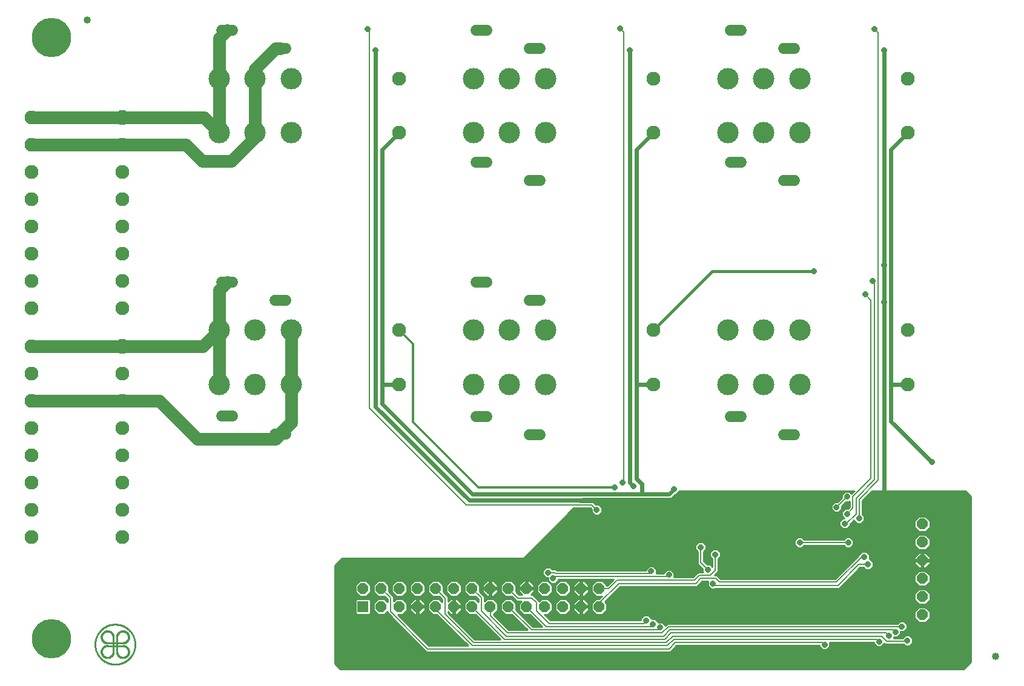
<source format=gbl>
G75*
%MOIN*%
%OFA0B0*%
%FSLAX25Y25*%
%IPPOS*%
%LPD*%
%AMOC8*
5,1,8,0,0,1.08239X$1,22.5*
%
%ADD10OC8,0.05906*%
%ADD11R,0.05906X0.05906*%
%ADD12C,0.01000*%
%ADD13C,0.00100*%
%ADD14C,0.04000*%
%ADD15C,0.11811*%
%ADD16C,0.07677*%
%ADD17C,0.06000*%
%ADD18OC8,0.07677*%
%ADD19C,0.21654*%
%ADD20R,0.03175X0.03175*%
%ADD21OC8,0.03175*%
%ADD22C,0.02400*%
%ADD23C,0.00800*%
%ADD24C,0.01200*%
%ADD25C,0.01600*%
%ADD26C,0.07000*%
D10*
X0309333Y0115232D03*
X0319333Y0115232D03*
X0329333Y0115232D03*
X0339333Y0115232D03*
X0349333Y0115232D03*
X0359333Y0115232D03*
X0369333Y0115232D03*
X0379333Y0115232D03*
X0389333Y0115232D03*
X0399333Y0115232D03*
X0409333Y0115232D03*
X0419333Y0115232D03*
X0429333Y0115232D03*
X0439333Y0115232D03*
X0439333Y0105232D03*
X0429333Y0105232D03*
X0419333Y0105232D03*
X0409333Y0105232D03*
X0399333Y0105232D03*
X0389333Y0105232D03*
X0379333Y0105232D03*
X0369333Y0105232D03*
X0359333Y0105232D03*
X0349333Y0105232D03*
X0339333Y0105232D03*
X0329333Y0105232D03*
X0319333Y0105232D03*
X0617188Y0100770D03*
X0617188Y0110770D03*
X0617188Y0120770D03*
X0617188Y0130770D03*
X0617188Y0140770D03*
X0617188Y0150770D03*
D11*
X0309333Y0105232D03*
D12*
X0305081Y0104962D02*
X0293688Y0104962D01*
X0293688Y0105960D02*
X0305081Y0105960D01*
X0305081Y0106959D02*
X0293688Y0106959D01*
X0293688Y0107957D02*
X0305081Y0107957D01*
X0305081Y0108724D02*
X0305081Y0101741D01*
X0305842Y0100980D01*
X0312825Y0100980D01*
X0313586Y0101741D01*
X0313586Y0108724D01*
X0312825Y0109485D01*
X0305842Y0109485D01*
X0305081Y0108724D01*
X0305313Y0108956D02*
X0293688Y0108956D01*
X0293688Y0109954D02*
X0322207Y0109954D01*
X0322738Y0109424D02*
X0322738Y0107842D01*
X0321095Y0109485D01*
X0317572Y0109485D01*
X0315081Y0106994D01*
X0315081Y0103471D01*
X0317572Y0100980D01*
X0321095Y0100980D01*
X0322738Y0102622D01*
X0322738Y0101816D01*
X0344233Y0080320D01*
X0478392Y0080320D01*
X0481892Y0083820D01*
X0560550Y0083820D01*
X0560550Y0083074D01*
X0562242Y0081382D01*
X0564634Y0081382D01*
X0566325Y0083074D01*
X0566325Y0085466D01*
X0566221Y0085570D01*
X0590550Y0085570D01*
X0590550Y0084824D01*
X0592242Y0083132D01*
X0594634Y0083132D01*
X0596325Y0084824D01*
X0596325Y0084978D01*
X0596733Y0084570D01*
X0606804Y0084570D01*
X0607742Y0083632D01*
X0610134Y0083632D01*
X0611825Y0085324D01*
X0611825Y0087716D01*
X0610134Y0089407D01*
X0607742Y0089407D01*
X0606304Y0087970D01*
X0601471Y0087970D01*
X0601575Y0088074D01*
X0601575Y0088382D01*
X0603634Y0088382D01*
X0605325Y0090074D01*
X0605325Y0091382D01*
X0607134Y0091382D01*
X0608825Y0093074D01*
X0608825Y0095466D01*
X0607134Y0097157D01*
X0604742Y0097157D01*
X0603554Y0095970D01*
X0476733Y0095970D01*
X0475777Y0095013D01*
X0474134Y0096657D01*
X0471825Y0096657D01*
X0471825Y0096716D01*
X0470134Y0098407D01*
X0468075Y0098407D01*
X0468075Y0098716D01*
X0466384Y0100407D01*
X0463992Y0100407D01*
X0462300Y0098716D01*
X0462300Y0097720D01*
X0412392Y0097720D01*
X0409132Y0100980D01*
X0411095Y0100980D01*
X0413586Y0103471D01*
X0413586Y0106994D01*
X0411095Y0109485D01*
X0407572Y0109485D01*
X0406349Y0108262D01*
X0403888Y0110724D01*
X0402892Y0111720D01*
X0401835Y0111720D01*
X0403586Y0113471D01*
X0403586Y0114748D01*
X0399818Y0114748D01*
X0399818Y0115717D01*
X0398849Y0115717D01*
X0398849Y0119485D01*
X0397572Y0119485D01*
X0395081Y0116994D01*
X0395081Y0115717D01*
X0398849Y0115717D01*
X0398849Y0114748D01*
X0395081Y0114748D01*
X0395081Y0113471D01*
X0396832Y0111720D01*
X0395250Y0111720D01*
X0393543Y0113427D01*
X0393586Y0113471D01*
X0393586Y0116994D01*
X0391095Y0119485D01*
X0387572Y0119485D01*
X0385081Y0116994D01*
X0385081Y0113471D01*
X0387572Y0110980D01*
X0391095Y0110980D01*
X0391138Y0111023D01*
X0393842Y0108320D01*
X0396406Y0108320D01*
X0395081Y0106994D01*
X0395081Y0103471D01*
X0397572Y0100980D01*
X0401095Y0100980D01*
X0401138Y0101023D01*
X0407942Y0094220D01*
X0402750Y0094220D01*
X0393543Y0103427D01*
X0393586Y0103471D01*
X0393586Y0106994D01*
X0391095Y0109485D01*
X0387572Y0109485D01*
X0385081Y0106994D01*
X0385081Y0103471D01*
X0387572Y0100980D01*
X0391095Y0100980D01*
X0391138Y0101023D01*
X0399692Y0092470D01*
X0389642Y0092470D01*
X0381138Y0100974D01*
X0381138Y0101022D01*
X0383586Y0103471D01*
X0383586Y0106994D01*
X0381095Y0109485D01*
X0377572Y0109485D01*
X0376138Y0108051D01*
X0376138Y0110832D01*
X0373543Y0113427D01*
X0373586Y0113471D01*
X0373586Y0116994D01*
X0371095Y0119485D01*
X0367572Y0119485D01*
X0365081Y0116994D01*
X0365081Y0113471D01*
X0367572Y0110980D01*
X0371095Y0110980D01*
X0371138Y0111023D01*
X0372738Y0109424D01*
X0372738Y0107842D01*
X0371095Y0109485D01*
X0367572Y0109485D01*
X0365081Y0106994D01*
X0365081Y0103471D01*
X0367572Y0100980D01*
X0371095Y0100980D01*
X0371138Y0101023D01*
X0384942Y0087220D01*
X0370892Y0087220D01*
X0356138Y0101974D01*
X0356138Y0102414D01*
X0357572Y0100980D01*
X0358849Y0100980D01*
X0358849Y0104748D01*
X0359818Y0104748D01*
X0359818Y0105717D01*
X0358849Y0105717D01*
X0358849Y0109485D01*
X0357572Y0109485D01*
X0356138Y0108051D01*
X0356138Y0110724D01*
X0355142Y0111720D01*
X0353488Y0113373D01*
X0353586Y0113471D01*
X0353586Y0116994D01*
X0351095Y0119485D01*
X0347572Y0119485D01*
X0345081Y0116994D01*
X0345081Y0113471D01*
X0347572Y0110980D01*
X0351074Y0110980D01*
X0352738Y0109316D01*
X0352738Y0107842D01*
X0351095Y0109485D01*
X0347572Y0109485D01*
X0345081Y0106994D01*
X0345081Y0103471D01*
X0347572Y0100980D01*
X0349824Y0100980D01*
X0367084Y0083720D01*
X0345642Y0083720D01*
X0328382Y0100980D01*
X0331095Y0100980D01*
X0333586Y0103471D01*
X0333586Y0106994D01*
X0331095Y0109485D01*
X0327572Y0109485D01*
X0326138Y0108051D01*
X0326138Y0110832D01*
X0325142Y0111828D01*
X0323543Y0113427D01*
X0323586Y0113471D01*
X0323586Y0116994D01*
X0321095Y0119485D01*
X0317572Y0119485D01*
X0315081Y0116994D01*
X0315081Y0113471D01*
X0317572Y0110980D01*
X0321095Y0110980D01*
X0321138Y0111023D01*
X0322738Y0109424D01*
X0322738Y0108956D02*
X0321624Y0108956D01*
X0322623Y0107957D02*
X0322738Y0107957D01*
X0321209Y0110953D02*
X0293688Y0110953D01*
X0293688Y0111951D02*
X0306600Y0111951D01*
X0307572Y0110980D02*
X0305081Y0113471D01*
X0305081Y0116994D01*
X0307572Y0119485D01*
X0311095Y0119485D01*
X0313586Y0116994D01*
X0313586Y0113471D01*
X0311095Y0110980D01*
X0307572Y0110980D01*
X0305602Y0112950D02*
X0293688Y0112950D01*
X0293688Y0113948D02*
X0305081Y0113948D01*
X0305081Y0114947D02*
X0293688Y0114947D01*
X0293688Y0115945D02*
X0305081Y0115945D01*
X0305081Y0116944D02*
X0293688Y0116944D01*
X0293688Y0117942D02*
X0306029Y0117942D01*
X0307028Y0118941D02*
X0293688Y0118941D01*
X0293688Y0119939D02*
X0411050Y0119939D01*
X0411050Y0119574D02*
X0411050Y0121132D01*
X0409992Y0121132D01*
X0408300Y0122824D01*
X0408300Y0125216D01*
X0409992Y0126907D01*
X0412384Y0126907D01*
X0413571Y0125720D01*
X0415642Y0125720D01*
X0416142Y0125220D01*
X0465050Y0125220D01*
X0465050Y0125966D01*
X0466742Y0127657D01*
X0469134Y0127657D01*
X0470825Y0125966D01*
X0470825Y0123574D01*
X0470721Y0123470D01*
X0474800Y0123470D01*
X0474800Y0123966D01*
X0476492Y0125657D01*
X0478884Y0125657D01*
X0480575Y0123966D01*
X0480575Y0121574D01*
X0480471Y0121470D01*
X0490984Y0121470D01*
X0493733Y0124220D01*
X0496404Y0124220D01*
X0496300Y0124324D01*
X0496300Y0126003D01*
X0493488Y0128816D01*
X0493488Y0135636D01*
X0492300Y0136824D01*
X0492300Y0139216D01*
X0493992Y0140907D01*
X0496384Y0140907D01*
X0498075Y0139216D01*
X0498075Y0136824D01*
X0496888Y0135636D01*
X0496888Y0130224D01*
X0498704Y0128407D01*
X0500384Y0128407D01*
X0501488Y0127303D01*
X0501488Y0131636D01*
X0500300Y0132824D01*
X0500300Y0135216D01*
X0501992Y0136907D01*
X0504384Y0136907D01*
X0506075Y0135216D01*
X0506075Y0132824D01*
X0504888Y0131636D01*
X0504888Y0124566D01*
X0503892Y0123570D01*
X0503892Y0123570D01*
X0502792Y0122470D01*
X0504142Y0122470D01*
X0506142Y0120470D01*
X0569233Y0120470D01*
X0581988Y0133224D01*
X0582300Y0133536D01*
X0582300Y0133716D01*
X0583992Y0135407D01*
X0586384Y0135407D01*
X0588075Y0133716D01*
X0588075Y0131407D01*
X0588384Y0131407D01*
X0590075Y0129716D01*
X0590075Y0127324D01*
X0588384Y0125632D01*
X0585992Y0125632D01*
X0584804Y0126820D01*
X0582892Y0126820D01*
X0572388Y0116316D01*
X0571392Y0115320D01*
X0503571Y0115320D01*
X0503134Y0114882D01*
X0500742Y0114882D01*
X0499050Y0116574D01*
X0499050Y0118966D01*
X0499154Y0119070D01*
X0495892Y0119070D01*
X0494138Y0117316D01*
X0493142Y0116320D01*
X0450892Y0116320D01*
X0442576Y0108004D01*
X0443586Y0106994D01*
X0443586Y0103471D01*
X0441095Y0100980D01*
X0437572Y0100980D01*
X0435081Y0103471D01*
X0435081Y0106994D01*
X0437572Y0109485D01*
X0439249Y0109485D01*
X0440743Y0110980D01*
X0437572Y0110980D01*
X0435081Y0113471D01*
X0435081Y0116994D01*
X0437572Y0119485D01*
X0441095Y0119485D01*
X0443586Y0116994D01*
X0443586Y0116932D01*
X0443946Y0116932D01*
X0447084Y0120070D01*
X0416825Y0120070D01*
X0416825Y0119574D01*
X0415134Y0117882D01*
X0412742Y0117882D01*
X0411050Y0119574D01*
X0411095Y0119485D02*
X0407572Y0119485D01*
X0405081Y0116994D01*
X0405081Y0113471D01*
X0407572Y0110980D01*
X0411095Y0110980D01*
X0413586Y0113471D01*
X0413586Y0116994D01*
X0411095Y0119485D01*
X0411639Y0118941D02*
X0411683Y0118941D01*
X0412638Y0117942D02*
X0412682Y0117942D01*
X0413586Y0116944D02*
X0415081Y0116944D01*
X0415081Y0116994D02*
X0415081Y0113471D01*
X0417572Y0110980D01*
X0421095Y0110980D01*
X0423586Y0113471D01*
X0423586Y0116994D01*
X0421095Y0119485D01*
X0417572Y0119485D01*
X0415081Y0116994D01*
X0415194Y0117942D02*
X0416029Y0117942D01*
X0416192Y0118941D02*
X0417028Y0118941D01*
X0416825Y0119939D02*
X0446953Y0119939D01*
X0445955Y0118941D02*
X0441639Y0118941D01*
X0442638Y0117942D02*
X0444956Y0117942D01*
X0443958Y0116944D02*
X0443586Y0116944D01*
X0447522Y0112950D02*
X0613353Y0112950D01*
X0612935Y0112531D02*
X0612935Y0109008D01*
X0615426Y0106517D01*
X0618949Y0106517D01*
X0621440Y0109008D01*
X0621440Y0112531D01*
X0618949Y0115022D01*
X0615426Y0115022D01*
X0612935Y0112531D01*
X0612935Y0111951D02*
X0446523Y0111951D01*
X0445525Y0110953D02*
X0612935Y0110953D01*
X0612935Y0109954D02*
X0444526Y0109954D01*
X0443528Y0108956D02*
X0612987Y0108956D01*
X0613986Y0107957D02*
X0442623Y0107957D01*
X0443586Y0106959D02*
X0614984Y0106959D01*
X0615426Y0105022D02*
X0612935Y0102531D01*
X0612935Y0099008D01*
X0615426Y0096517D01*
X0618949Y0096517D01*
X0621440Y0099008D01*
X0621440Y0102531D01*
X0618949Y0105022D01*
X0615426Y0105022D01*
X0615365Y0104962D02*
X0443586Y0104962D01*
X0443586Y0105960D02*
X0643688Y0105960D01*
X0643688Y0104962D02*
X0619010Y0104962D01*
X0620009Y0103963D02*
X0643688Y0103963D01*
X0643688Y0102965D02*
X0621007Y0102965D01*
X0621440Y0101966D02*
X0643688Y0101966D01*
X0643688Y0100968D02*
X0621440Y0100968D01*
X0621440Y0099969D02*
X0643688Y0099969D01*
X0643688Y0098971D02*
X0621403Y0098971D01*
X0620404Y0097972D02*
X0643688Y0097972D01*
X0643688Y0096974D02*
X0619406Y0096974D01*
X0614970Y0096974D02*
X0607317Y0096974D01*
X0608316Y0095975D02*
X0643688Y0095975D01*
X0643688Y0094977D02*
X0608825Y0094977D01*
X0608825Y0093978D02*
X0643688Y0093978D01*
X0643688Y0092979D02*
X0608731Y0092979D01*
X0607732Y0091981D02*
X0643688Y0091981D01*
X0643688Y0090982D02*
X0605325Y0090982D01*
X0605235Y0089984D02*
X0643688Y0089984D01*
X0643688Y0088985D02*
X0610555Y0088985D01*
X0611554Y0087987D02*
X0643688Y0087987D01*
X0643688Y0086988D02*
X0611825Y0086988D01*
X0611825Y0085990D02*
X0643688Y0085990D01*
X0643688Y0084991D02*
X0611493Y0084991D01*
X0610494Y0083993D02*
X0643688Y0083993D01*
X0643688Y0082994D02*
X0566246Y0082994D01*
X0566325Y0083993D02*
X0591381Y0083993D01*
X0590550Y0084991D02*
X0566325Y0084991D01*
X0565247Y0081996D02*
X0643688Y0081996D01*
X0643688Y0080997D02*
X0479069Y0080997D01*
X0480068Y0081996D02*
X0561628Y0081996D01*
X0560630Y0082994D02*
X0481067Y0082994D01*
X0474816Y0095975D02*
X0603560Y0095975D01*
X0604558Y0096974D02*
X0471567Y0096974D01*
X0470569Y0097972D02*
X0613971Y0097972D01*
X0612972Y0098971D02*
X0467820Y0098971D01*
X0466822Y0099969D02*
X0612935Y0099969D01*
X0612935Y0100968D02*
X0409144Y0100968D01*
X0410142Y0099969D02*
X0463554Y0099969D01*
X0462555Y0098971D02*
X0411141Y0098971D01*
X0412139Y0097972D02*
X0462300Y0097972D01*
X0443586Y0103963D02*
X0614367Y0103963D01*
X0613368Y0102965D02*
X0443080Y0102965D01*
X0442081Y0101966D02*
X0612935Y0101966D01*
X0619391Y0106959D02*
X0643688Y0106959D01*
X0643688Y0107957D02*
X0620389Y0107957D01*
X0621388Y0108956D02*
X0643688Y0108956D01*
X0643688Y0109954D02*
X0621440Y0109954D01*
X0621440Y0110953D02*
X0643688Y0110953D01*
X0643688Y0111951D02*
X0621440Y0111951D01*
X0621022Y0112950D02*
X0643688Y0112950D01*
X0643688Y0113948D02*
X0620023Y0113948D01*
X0619025Y0114947D02*
X0643688Y0114947D01*
X0643688Y0115945D02*
X0572017Y0115945D01*
X0573016Y0116944D02*
X0614999Y0116944D01*
X0615426Y0116517D02*
X0618949Y0116517D01*
X0621440Y0119008D01*
X0621440Y0122531D01*
X0618949Y0125022D01*
X0615426Y0125022D01*
X0612935Y0122531D01*
X0612935Y0119008D01*
X0615426Y0116517D01*
X0615350Y0114947D02*
X0503198Y0114947D01*
X0500677Y0114947D02*
X0449519Y0114947D01*
X0450517Y0115945D02*
X0499679Y0115945D01*
X0499050Y0116944D02*
X0493766Y0116944D01*
X0494764Y0117942D02*
X0499050Y0117942D01*
X0499050Y0118941D02*
X0495763Y0118941D01*
X0492449Y0122935D02*
X0480575Y0122935D01*
X0480575Y0123933D02*
X0493447Y0123933D01*
X0491450Y0121936D02*
X0480575Y0121936D01*
X0479609Y0124932D02*
X0496300Y0124932D01*
X0496300Y0125930D02*
X0470825Y0125930D01*
X0470825Y0124932D02*
X0475766Y0124932D01*
X0474800Y0123933D02*
X0470825Y0123933D01*
X0469862Y0126929D02*
X0495374Y0126929D01*
X0494376Y0127927D02*
X0293688Y0127927D01*
X0293688Y0128020D02*
X0297688Y0132020D01*
X0397688Y0132020D01*
X0425238Y0159570D01*
X0434483Y0159570D01*
X0435050Y0159003D01*
X0435050Y0157324D01*
X0436742Y0155632D01*
X0439134Y0155632D01*
X0440825Y0157324D01*
X0440825Y0159716D01*
X0439134Y0161407D01*
X0437454Y0161407D01*
X0435892Y0162970D01*
X0428638Y0162970D01*
X0430438Y0164770D01*
X0478435Y0164770D01*
X0479354Y0165150D01*
X0481086Y0166882D01*
X0481634Y0166882D01*
X0483325Y0168574D01*
X0483325Y0169020D01*
X0579784Y0169020D01*
X0578152Y0167388D01*
X0576884Y0168657D01*
X0574492Y0168657D01*
X0572800Y0166966D01*
X0572800Y0165286D01*
X0570421Y0162907D01*
X0568742Y0162907D01*
X0567050Y0161216D01*
X0567050Y0158824D01*
X0568742Y0157132D01*
X0571134Y0157132D01*
X0572825Y0158824D01*
X0572825Y0160503D01*
X0575204Y0162882D01*
X0576884Y0162882D01*
X0577238Y0163236D01*
X0577238Y0160074D01*
X0576321Y0159157D01*
X0574642Y0159157D01*
X0572950Y0157466D01*
X0572950Y0155074D01*
X0574217Y0153807D01*
X0573342Y0153807D01*
X0571650Y0152116D01*
X0571650Y0149724D01*
X0573342Y0148032D01*
X0575734Y0148032D01*
X0577425Y0149724D01*
X0577425Y0150603D01*
X0579550Y0152728D01*
X0579550Y0152574D01*
X0581242Y0150882D01*
X0583634Y0150882D01*
X0585325Y0152574D01*
X0585325Y0154966D01*
X0584138Y0156153D01*
X0584138Y0163566D01*
X0589592Y0169020D01*
X0640688Y0169020D01*
X0643688Y0166020D01*
X0643688Y0075020D01*
X0639688Y0071020D01*
X0296688Y0071020D01*
X0293688Y0074020D01*
X0293688Y0128020D01*
X0293688Y0126929D02*
X0466013Y0126929D01*
X0465050Y0125930D02*
X0413360Y0125930D01*
X0409015Y0125930D02*
X0293688Y0125930D01*
X0293688Y0124932D02*
X0408300Y0124932D01*
X0408300Y0123933D02*
X0293688Y0123933D01*
X0293688Y0122935D02*
X0408300Y0122935D01*
X0409188Y0121936D02*
X0293688Y0121936D01*
X0293688Y0120938D02*
X0411050Y0120938D01*
X0407028Y0118941D02*
X0401639Y0118941D01*
X0401095Y0119485D02*
X0399818Y0119485D01*
X0399818Y0115717D01*
X0403586Y0115717D01*
X0403586Y0116994D01*
X0401095Y0119485D01*
X0399818Y0118941D02*
X0398849Y0118941D01*
X0398849Y0117942D02*
X0399818Y0117942D01*
X0399818Y0116944D02*
X0398849Y0116944D01*
X0398849Y0115945D02*
X0399818Y0115945D01*
X0399818Y0114947D02*
X0405081Y0114947D01*
X0405081Y0115945D02*
X0403586Y0115945D01*
X0403586Y0116944D02*
X0405081Y0116944D01*
X0406029Y0117942D02*
X0402638Y0117942D01*
X0403586Y0113948D02*
X0405081Y0113948D01*
X0405602Y0112950D02*
X0403065Y0112950D01*
X0402067Y0111951D02*
X0406600Y0111951D01*
X0404657Y0109954D02*
X0439718Y0109954D01*
X0440717Y0110953D02*
X0403659Y0110953D01*
X0405656Y0108956D02*
X0407042Y0108956D01*
X0411624Y0108956D02*
X0417042Y0108956D01*
X0417572Y0109485D02*
X0415081Y0106994D01*
X0415081Y0103471D01*
X0417572Y0100980D01*
X0421095Y0100980D01*
X0423586Y0103471D01*
X0423586Y0106994D01*
X0421095Y0109485D01*
X0417572Y0109485D01*
X0416044Y0107957D02*
X0412623Y0107957D01*
X0413586Y0106959D02*
X0415081Y0106959D01*
X0415081Y0105960D02*
X0413586Y0105960D01*
X0413586Y0104962D02*
X0415081Y0104962D01*
X0415081Y0103963D02*
X0413586Y0103963D01*
X0413080Y0102965D02*
X0415587Y0102965D01*
X0416585Y0101966D02*
X0412081Y0101966D01*
X0406186Y0095975D02*
X0400995Y0095975D01*
X0401993Y0094977D02*
X0407185Y0094977D01*
X0405188Y0096974D02*
X0399996Y0096974D01*
X0398998Y0097972D02*
X0404189Y0097972D01*
X0403191Y0098971D02*
X0397999Y0098971D01*
X0397001Y0099969D02*
X0402192Y0099969D01*
X0401194Y0100968D02*
X0396002Y0100968D01*
X0396585Y0101966D02*
X0395004Y0101966D01*
X0395587Y0102965D02*
X0394005Y0102965D01*
X0393586Y0103963D02*
X0395081Y0103963D01*
X0395081Y0104962D02*
X0393586Y0104962D01*
X0393586Y0105960D02*
X0395081Y0105960D01*
X0395081Y0106959D02*
X0393586Y0106959D01*
X0392623Y0107957D02*
X0396044Y0107957D01*
X0393206Y0108956D02*
X0391624Y0108956D01*
X0392207Y0109954D02*
X0376138Y0109954D01*
X0376138Y0108956D02*
X0377042Y0108956D01*
X0377572Y0110980D02*
X0375081Y0113471D01*
X0375081Y0114748D01*
X0378849Y0114748D01*
X0378849Y0115717D01*
X0378849Y0119485D01*
X0377572Y0119485D01*
X0375081Y0116994D01*
X0375081Y0115717D01*
X0378849Y0115717D01*
X0379818Y0115717D01*
X0379818Y0119485D01*
X0381095Y0119485D01*
X0383586Y0116994D01*
X0383586Y0115717D01*
X0379818Y0115717D01*
X0379818Y0114748D01*
X0383586Y0114748D01*
X0383586Y0113471D01*
X0381095Y0110980D01*
X0379818Y0110980D01*
X0379818Y0114748D01*
X0378849Y0114748D01*
X0378849Y0110980D01*
X0377572Y0110980D01*
X0376600Y0111951D02*
X0375019Y0111951D01*
X0375602Y0112950D02*
X0374020Y0112950D01*
X0373586Y0113948D02*
X0375081Y0113948D01*
X0373586Y0114947D02*
X0378849Y0114947D01*
X0379818Y0114947D02*
X0385081Y0114947D01*
X0385081Y0115945D02*
X0383586Y0115945D01*
X0383586Y0116944D02*
X0385081Y0116944D01*
X0386029Y0117942D02*
X0382638Y0117942D01*
X0381639Y0118941D02*
X0387028Y0118941D01*
X0391639Y0118941D02*
X0397028Y0118941D01*
X0396029Y0117942D02*
X0392638Y0117942D01*
X0393586Y0116944D02*
X0395081Y0116944D01*
X0395081Y0115945D02*
X0393586Y0115945D01*
X0393586Y0114947D02*
X0398849Y0114947D01*
X0396600Y0111951D02*
X0395019Y0111951D01*
X0395602Y0112950D02*
X0394020Y0112950D01*
X0393586Y0113948D02*
X0395081Y0113948D01*
X0391209Y0110953D02*
X0376017Y0110953D01*
X0378849Y0111951D02*
X0379818Y0111951D01*
X0379818Y0112950D02*
X0378849Y0112950D01*
X0378849Y0113948D02*
X0379818Y0113948D01*
X0379818Y0115945D02*
X0378849Y0115945D01*
X0378849Y0116944D02*
X0379818Y0116944D01*
X0379818Y0117942D02*
X0378849Y0117942D01*
X0378849Y0118941D02*
X0379818Y0118941D01*
X0377028Y0118941D02*
X0371639Y0118941D01*
X0372638Y0117942D02*
X0376029Y0117942D01*
X0375081Y0116944D02*
X0373586Y0116944D01*
X0373586Y0115945D02*
X0375081Y0115945D01*
X0371209Y0110953D02*
X0355909Y0110953D01*
X0356138Y0109954D02*
X0372207Y0109954D01*
X0372738Y0108956D02*
X0371624Y0108956D01*
X0372623Y0107957D02*
X0372738Y0107957D01*
X0367042Y0108956D02*
X0361624Y0108956D01*
X0361095Y0109485D02*
X0359818Y0109485D01*
X0359818Y0105717D01*
X0363586Y0105717D01*
X0363586Y0106994D01*
X0361095Y0109485D01*
X0359818Y0108956D02*
X0358849Y0108956D01*
X0358849Y0107957D02*
X0359818Y0107957D01*
X0359818Y0106959D02*
X0358849Y0106959D01*
X0358849Y0105960D02*
X0359818Y0105960D01*
X0359818Y0104962D02*
X0365081Y0104962D01*
X0365081Y0105960D02*
X0363586Y0105960D01*
X0363586Y0106959D02*
X0365081Y0106959D01*
X0366044Y0107957D02*
X0362623Y0107957D01*
X0363586Y0104748D02*
X0359818Y0104748D01*
X0359818Y0100980D01*
X0361095Y0100980D01*
X0363586Y0103471D01*
X0363586Y0104748D01*
X0363586Y0103963D02*
X0365081Y0103963D01*
X0365587Y0102965D02*
X0363080Y0102965D01*
X0362081Y0101966D02*
X0366585Y0101966D01*
X0371194Y0100968D02*
X0357144Y0100968D01*
X0356585Y0101966D02*
X0356145Y0101966D01*
X0358849Y0101966D02*
X0359818Y0101966D01*
X0359818Y0102965D02*
X0358849Y0102965D01*
X0358849Y0103963D02*
X0359818Y0103963D01*
X0358142Y0099969D02*
X0372192Y0099969D01*
X0373191Y0098971D02*
X0359141Y0098971D01*
X0360139Y0097972D02*
X0374189Y0097972D01*
X0375188Y0096974D02*
X0361138Y0096974D01*
X0362136Y0095975D02*
X0376186Y0095975D01*
X0377185Y0094977D02*
X0363135Y0094977D01*
X0364133Y0093978D02*
X0378183Y0093978D01*
X0379182Y0092979D02*
X0365132Y0092979D01*
X0366130Y0091981D02*
X0380180Y0091981D01*
X0381179Y0090982D02*
X0367129Y0090982D01*
X0368128Y0089984D02*
X0382177Y0089984D01*
X0383176Y0088985D02*
X0369126Y0088985D01*
X0370125Y0087987D02*
X0384175Y0087987D01*
X0389132Y0092979D02*
X0399182Y0092979D01*
X0398183Y0093978D02*
X0388133Y0093978D01*
X0387135Y0094977D02*
X0397185Y0094977D01*
X0396186Y0095975D02*
X0386136Y0095975D01*
X0385138Y0096974D02*
X0395188Y0096974D01*
X0394189Y0097972D02*
X0384139Y0097972D01*
X0383141Y0098971D02*
X0393191Y0098971D01*
X0392192Y0099969D02*
X0382142Y0099969D01*
X0381144Y0100968D02*
X0391194Y0100968D01*
X0386585Y0101966D02*
X0382081Y0101966D01*
X0383080Y0102965D02*
X0385587Y0102965D01*
X0385081Y0103963D02*
X0383586Y0103963D01*
X0383586Y0104962D02*
X0385081Y0104962D01*
X0385081Y0105960D02*
X0383586Y0105960D01*
X0383586Y0106959D02*
X0385081Y0106959D01*
X0386044Y0107957D02*
X0382623Y0107957D01*
X0381624Y0108956D02*
X0387042Y0108956D01*
X0386600Y0111951D02*
X0382067Y0111951D01*
X0383065Y0112950D02*
X0385602Y0112950D01*
X0385081Y0113948D02*
X0383586Y0113948D01*
X0366600Y0111951D02*
X0362067Y0111951D01*
X0361095Y0110980D02*
X0363586Y0113471D01*
X0363586Y0116994D01*
X0361095Y0119485D01*
X0357572Y0119485D01*
X0355081Y0116994D01*
X0355081Y0113471D01*
X0357572Y0110980D01*
X0361095Y0110980D01*
X0363065Y0112950D02*
X0365602Y0112950D01*
X0365081Y0113948D02*
X0363586Y0113948D01*
X0363586Y0114947D02*
X0365081Y0114947D01*
X0365081Y0115945D02*
X0363586Y0115945D01*
X0363586Y0116944D02*
X0365081Y0116944D01*
X0366029Y0117942D02*
X0362638Y0117942D01*
X0361639Y0118941D02*
X0367028Y0118941D01*
X0357028Y0118941D02*
X0351639Y0118941D01*
X0352638Y0117942D02*
X0356029Y0117942D01*
X0355081Y0116944D02*
X0353586Y0116944D01*
X0353586Y0115945D02*
X0355081Y0115945D01*
X0355081Y0114947D02*
X0353586Y0114947D01*
X0353586Y0113948D02*
X0355081Y0113948D01*
X0355602Y0112950D02*
X0353912Y0112950D01*
X0354910Y0111951D02*
X0356600Y0111951D01*
X0357042Y0108956D02*
X0356138Y0108956D01*
X0352738Y0108956D02*
X0351624Y0108956D01*
X0352099Y0109954D02*
X0326138Y0109954D01*
X0326138Y0108956D02*
X0327042Y0108956D01*
X0327572Y0110980D02*
X0331095Y0110980D01*
X0333586Y0113471D01*
X0333586Y0116994D01*
X0331095Y0119485D01*
X0327572Y0119485D01*
X0325081Y0116994D01*
X0325081Y0113471D01*
X0327572Y0110980D01*
X0326600Y0111951D02*
X0325019Y0111951D01*
X0325602Y0112950D02*
X0324020Y0112950D01*
X0323586Y0113948D02*
X0325081Y0113948D01*
X0325081Y0114947D02*
X0323586Y0114947D01*
X0323586Y0115945D02*
X0325081Y0115945D01*
X0325081Y0116944D02*
X0323586Y0116944D01*
X0322638Y0117942D02*
X0326029Y0117942D01*
X0327028Y0118941D02*
X0321639Y0118941D01*
X0317028Y0118941D02*
X0311639Y0118941D01*
X0312638Y0117942D02*
X0316029Y0117942D01*
X0315081Y0116944D02*
X0313586Y0116944D01*
X0313586Y0115945D02*
X0315081Y0115945D01*
X0315081Y0114947D02*
X0313586Y0114947D01*
X0313586Y0113948D02*
X0315081Y0113948D01*
X0315602Y0112950D02*
X0313065Y0112950D01*
X0312067Y0111951D02*
X0316600Y0111951D01*
X0317042Y0108956D02*
X0313354Y0108956D01*
X0313586Y0107957D02*
X0316044Y0107957D01*
X0315081Y0106959D02*
X0313586Y0106959D01*
X0313586Y0105960D02*
X0315081Y0105960D01*
X0315081Y0104962D02*
X0313586Y0104962D01*
X0313586Y0103963D02*
X0315081Y0103963D01*
X0315587Y0102965D02*
X0313586Y0102965D01*
X0313586Y0101966D02*
X0316585Y0101966D01*
X0322081Y0101966D02*
X0322738Y0101966D01*
X0323586Y0100968D02*
X0293688Y0100968D01*
X0293688Y0101966D02*
X0305081Y0101966D01*
X0305081Y0102965D02*
X0293688Y0102965D01*
X0293688Y0103963D02*
X0305081Y0103963D01*
X0293688Y0099969D02*
X0324584Y0099969D01*
X0325583Y0098971D02*
X0293688Y0098971D01*
X0293688Y0097972D02*
X0326581Y0097972D01*
X0327580Y0096974D02*
X0293688Y0096974D01*
X0293688Y0095975D02*
X0328578Y0095975D01*
X0329577Y0094977D02*
X0293688Y0094977D01*
X0293688Y0093978D02*
X0330575Y0093978D01*
X0331574Y0092979D02*
X0293688Y0092979D01*
X0293688Y0091981D02*
X0332572Y0091981D01*
X0333571Y0090982D02*
X0293688Y0090982D01*
X0293688Y0089984D02*
X0334569Y0089984D01*
X0335568Y0088985D02*
X0293688Y0088985D01*
X0293688Y0087987D02*
X0336566Y0087987D01*
X0337565Y0086988D02*
X0293688Y0086988D01*
X0293688Y0085990D02*
X0338563Y0085990D01*
X0339562Y0084991D02*
X0293688Y0084991D01*
X0293688Y0083993D02*
X0340560Y0083993D01*
X0341559Y0082994D02*
X0293688Y0082994D01*
X0293688Y0081996D02*
X0342557Y0081996D01*
X0343556Y0080997D02*
X0293688Y0080997D01*
X0293688Y0079999D02*
X0643688Y0079999D01*
X0643688Y0079000D02*
X0293688Y0079000D01*
X0293688Y0078002D02*
X0643688Y0078002D01*
X0643688Y0077003D02*
X0293688Y0077003D01*
X0293688Y0076005D02*
X0643688Y0076005D01*
X0643674Y0075006D02*
X0293688Y0075006D01*
X0293700Y0074008D02*
X0642676Y0074008D01*
X0641677Y0073009D02*
X0294698Y0073009D01*
X0295697Y0072011D02*
X0640679Y0072011D01*
X0607381Y0083993D02*
X0595494Y0083993D01*
X0601488Y0087987D02*
X0606322Y0087987D01*
X0607320Y0088985D02*
X0604237Y0088985D01*
X0614352Y0113948D02*
X0448520Y0113948D01*
X0436600Y0111951D02*
X0432067Y0111951D01*
X0431095Y0110980D02*
X0433586Y0113471D01*
X0433586Y0114748D01*
X0429818Y0114748D01*
X0429818Y0115717D01*
X0428849Y0115717D01*
X0428849Y0119485D01*
X0427572Y0119485D01*
X0425081Y0116994D01*
X0425081Y0115717D01*
X0428849Y0115717D01*
X0428849Y0114748D01*
X0425081Y0114748D01*
X0425081Y0113471D01*
X0427572Y0110980D01*
X0428849Y0110980D01*
X0428849Y0114748D01*
X0429818Y0114748D01*
X0429818Y0110980D01*
X0431095Y0110980D01*
X0431095Y0109485D02*
X0429818Y0109485D01*
X0429818Y0105717D01*
X0428849Y0105717D01*
X0428849Y0109485D01*
X0427572Y0109485D01*
X0425081Y0106994D01*
X0425081Y0105717D01*
X0428849Y0105717D01*
X0428849Y0104748D01*
X0425081Y0104748D01*
X0425081Y0103471D01*
X0427572Y0100980D01*
X0428849Y0100980D01*
X0428849Y0104748D01*
X0429818Y0104748D01*
X0429818Y0105717D01*
X0433586Y0105717D01*
X0433586Y0106994D01*
X0431095Y0109485D01*
X0431624Y0108956D02*
X0437042Y0108956D01*
X0436044Y0107957D02*
X0432623Y0107957D01*
X0433586Y0106959D02*
X0435081Y0106959D01*
X0435081Y0105960D02*
X0433586Y0105960D01*
X0433586Y0104748D02*
X0429818Y0104748D01*
X0429818Y0100980D01*
X0431095Y0100980D01*
X0433586Y0103471D01*
X0433586Y0104748D01*
X0433586Y0103963D02*
X0435081Y0103963D01*
X0435081Y0104962D02*
X0429818Y0104962D01*
X0428849Y0104962D02*
X0423586Y0104962D01*
X0423586Y0105960D02*
X0425081Y0105960D01*
X0425081Y0106959D02*
X0423586Y0106959D01*
X0422623Y0107957D02*
X0426044Y0107957D01*
X0427042Y0108956D02*
X0421624Y0108956D01*
X0422067Y0111951D02*
X0426600Y0111951D01*
X0425602Y0112950D02*
X0423065Y0112950D01*
X0423586Y0113948D02*
X0425081Y0113948D01*
X0423586Y0114947D02*
X0428849Y0114947D01*
X0429818Y0114947D02*
X0435081Y0114947D01*
X0435081Y0115945D02*
X0433586Y0115945D01*
X0433586Y0115717D02*
X0433586Y0116994D01*
X0431095Y0119485D01*
X0429818Y0119485D01*
X0429818Y0115717D01*
X0433586Y0115717D01*
X0433586Y0116944D02*
X0435081Y0116944D01*
X0436029Y0117942D02*
X0432638Y0117942D01*
X0431639Y0118941D02*
X0437028Y0118941D01*
X0435081Y0113948D02*
X0433586Y0113948D01*
X0433065Y0112950D02*
X0435602Y0112950D01*
X0429818Y0112950D02*
X0428849Y0112950D01*
X0428849Y0113948D02*
X0429818Y0113948D01*
X0429818Y0111951D02*
X0428849Y0111951D01*
X0428849Y0108956D02*
X0429818Y0108956D01*
X0429818Y0107957D02*
X0428849Y0107957D01*
X0428849Y0106959D02*
X0429818Y0106959D01*
X0429818Y0105960D02*
X0428849Y0105960D01*
X0428849Y0103963D02*
X0429818Y0103963D01*
X0429818Y0102965D02*
X0428849Y0102965D01*
X0428849Y0101966D02*
X0429818Y0101966D01*
X0432081Y0101966D02*
X0436585Y0101966D01*
X0435587Y0102965D02*
X0433080Y0102965D01*
X0426585Y0101966D02*
X0422081Y0101966D01*
X0423080Y0102965D02*
X0425587Y0102965D01*
X0425081Y0103963D02*
X0423586Y0103963D01*
X0416600Y0111951D02*
X0412067Y0111951D01*
X0413065Y0112950D02*
X0415602Y0112950D01*
X0415081Y0113948D02*
X0413586Y0113948D01*
X0413586Y0114947D02*
X0415081Y0114947D01*
X0415081Y0115945D02*
X0413586Y0115945D01*
X0421639Y0118941D02*
X0427028Y0118941D01*
X0426029Y0117942D02*
X0422638Y0117942D01*
X0423586Y0116944D02*
X0425081Y0116944D01*
X0425081Y0115945D02*
X0423586Y0115945D01*
X0428849Y0115945D02*
X0429818Y0115945D01*
X0429818Y0116944D02*
X0428849Y0116944D01*
X0428849Y0117942D02*
X0429818Y0117942D01*
X0429818Y0118941D02*
X0428849Y0118941D01*
X0403580Y0137913D02*
X0492300Y0137913D01*
X0492300Y0138911D02*
X0404579Y0138911D01*
X0405577Y0139910D02*
X0492994Y0139910D01*
X0492300Y0136914D02*
X0402582Y0136914D01*
X0401583Y0135915D02*
X0493208Y0135915D01*
X0493488Y0134917D02*
X0400585Y0134917D01*
X0399586Y0133918D02*
X0493488Y0133918D01*
X0493488Y0132920D02*
X0398588Y0132920D01*
X0406576Y0140908D02*
X0546800Y0140908D01*
X0546800Y0141716D02*
X0546800Y0139324D01*
X0548492Y0137632D01*
X0550884Y0137632D01*
X0552071Y0138820D01*
X0574054Y0138820D01*
X0575242Y0137632D01*
X0577634Y0137632D01*
X0579325Y0139324D01*
X0579325Y0141716D01*
X0577634Y0143407D01*
X0575242Y0143407D01*
X0574054Y0142220D01*
X0552071Y0142220D01*
X0550884Y0143407D01*
X0548492Y0143407D01*
X0546800Y0141716D01*
X0546991Y0141907D02*
X0407575Y0141907D01*
X0408573Y0142905D02*
X0547990Y0142905D01*
X0546800Y0139910D02*
X0497381Y0139910D01*
X0498075Y0138911D02*
X0547213Y0138911D01*
X0548211Y0137913D02*
X0498075Y0137913D01*
X0498075Y0136914D02*
X0615029Y0136914D01*
X0615426Y0136517D02*
X0618949Y0136517D01*
X0621440Y0139008D01*
X0621440Y0142531D01*
X0618949Y0145022D01*
X0615426Y0145022D01*
X0612935Y0142531D01*
X0612935Y0139008D01*
X0615426Y0136517D01*
X0615426Y0135022D02*
X0612935Y0132531D01*
X0612935Y0131254D01*
X0616703Y0131254D01*
X0616703Y0130285D01*
X0617672Y0130285D01*
X0617672Y0126517D01*
X0618949Y0126517D01*
X0621440Y0129008D01*
X0621440Y0130285D01*
X0617672Y0130285D01*
X0617672Y0131254D01*
X0621440Y0131254D01*
X0621440Y0132531D01*
X0618949Y0135022D01*
X0617672Y0135022D01*
X0617672Y0131254D01*
X0616703Y0131254D01*
X0616703Y0135022D01*
X0615426Y0135022D01*
X0615321Y0134917D02*
X0586874Y0134917D01*
X0587872Y0133918D02*
X0614322Y0133918D01*
X0613324Y0132920D02*
X0588075Y0132920D01*
X0588075Y0131921D02*
X0612935Y0131921D01*
X0612935Y0130285D02*
X0612935Y0129008D01*
X0615426Y0126517D01*
X0616703Y0126517D01*
X0616703Y0130285D01*
X0612935Y0130285D01*
X0612935Y0129924D02*
X0589866Y0129924D01*
X0590075Y0128926D02*
X0613017Y0128926D01*
X0614016Y0127927D02*
X0590075Y0127927D01*
X0589680Y0126929D02*
X0615014Y0126929D01*
X0616703Y0126929D02*
X0617672Y0126929D01*
X0617672Y0127927D02*
X0616703Y0127927D01*
X0616703Y0128926D02*
X0617672Y0128926D01*
X0617672Y0129924D02*
X0616703Y0129924D01*
X0616703Y0130923D02*
X0588868Y0130923D01*
X0588682Y0125930D02*
X0643688Y0125930D01*
X0643688Y0124932D02*
X0619040Y0124932D01*
X0620038Y0123933D02*
X0643688Y0123933D01*
X0643688Y0122935D02*
X0621037Y0122935D01*
X0621440Y0121936D02*
X0643688Y0121936D01*
X0643688Y0120938D02*
X0621440Y0120938D01*
X0621440Y0119939D02*
X0643688Y0119939D01*
X0643688Y0118941D02*
X0621373Y0118941D01*
X0620375Y0117942D02*
X0643688Y0117942D01*
X0643688Y0116944D02*
X0619376Y0116944D01*
X0614001Y0117942D02*
X0574014Y0117942D01*
X0575013Y0118941D02*
X0613002Y0118941D01*
X0612935Y0119939D02*
X0576011Y0119939D01*
X0577010Y0120938D02*
X0612935Y0120938D01*
X0612935Y0121936D02*
X0578008Y0121936D01*
X0579007Y0122935D02*
X0613339Y0122935D01*
X0614337Y0123933D02*
X0580005Y0123933D01*
X0581004Y0124932D02*
X0615336Y0124932D01*
X0619361Y0126929D02*
X0643688Y0126929D01*
X0643688Y0127927D02*
X0620360Y0127927D01*
X0621358Y0128926D02*
X0643688Y0128926D01*
X0643688Y0129924D02*
X0621440Y0129924D01*
X0621440Y0131921D02*
X0643688Y0131921D01*
X0643688Y0130923D02*
X0617672Y0130923D01*
X0617672Y0131921D02*
X0616703Y0131921D01*
X0616703Y0132920D02*
X0617672Y0132920D01*
X0617672Y0133918D02*
X0616703Y0133918D01*
X0616703Y0134917D02*
X0617672Y0134917D01*
X0619055Y0134917D02*
X0643688Y0134917D01*
X0643688Y0135915D02*
X0505375Y0135915D01*
X0506075Y0134917D02*
X0583502Y0134917D01*
X0582503Y0133918D02*
X0506075Y0133918D01*
X0506075Y0132920D02*
X0581684Y0132920D01*
X0580685Y0131921D02*
X0505173Y0131921D01*
X0504888Y0130923D02*
X0579687Y0130923D01*
X0578688Y0129924D02*
X0504888Y0129924D01*
X0504888Y0128926D02*
X0577690Y0128926D01*
X0576691Y0127927D02*
X0504888Y0127927D01*
X0504888Y0126929D02*
X0575693Y0126929D01*
X0574694Y0125930D02*
X0504888Y0125930D01*
X0504888Y0124932D02*
X0573696Y0124932D01*
X0572697Y0123933D02*
X0504255Y0123933D01*
X0503257Y0122935D02*
X0571699Y0122935D01*
X0570700Y0121936D02*
X0504675Y0121936D01*
X0505674Y0120938D02*
X0569702Y0120938D01*
X0582002Y0125930D02*
X0585694Y0125930D01*
X0577914Y0137913D02*
X0614031Y0137913D01*
X0613032Y0138911D02*
X0578912Y0138911D01*
X0579325Y0139910D02*
X0612935Y0139910D01*
X0612935Y0140908D02*
X0579325Y0140908D01*
X0579134Y0141907D02*
X0612935Y0141907D01*
X0613309Y0142905D02*
X0578136Y0142905D01*
X0574740Y0142905D02*
X0551386Y0142905D01*
X0551164Y0137913D02*
X0574961Y0137913D01*
X0576597Y0148896D02*
X0613047Y0148896D01*
X0612935Y0149008D02*
X0615426Y0146517D01*
X0618949Y0146517D01*
X0621440Y0149008D01*
X0621440Y0152531D01*
X0618949Y0155022D01*
X0615426Y0155022D01*
X0612935Y0152531D01*
X0612935Y0149008D01*
X0612935Y0149895D02*
X0577425Y0149895D01*
X0577715Y0150893D02*
X0581231Y0150893D01*
X0580232Y0151892D02*
X0578714Y0151892D01*
X0574135Y0153889D02*
X0419557Y0153889D01*
X0420555Y0154887D02*
X0573137Y0154887D01*
X0572950Y0155886D02*
X0439387Y0155886D01*
X0440386Y0156884D02*
X0572950Y0156884D01*
X0573367Y0157883D02*
X0571884Y0157883D01*
X0572825Y0158881D02*
X0574366Y0158881D01*
X0572825Y0159880D02*
X0577044Y0159880D01*
X0577238Y0160878D02*
X0573200Y0160878D01*
X0574199Y0161877D02*
X0577238Y0161877D01*
X0577238Y0162875D02*
X0575197Y0162875D01*
X0572386Y0164872D02*
X0478683Y0164872D01*
X0480074Y0165871D02*
X0572800Y0165871D01*
X0572800Y0166869D02*
X0481073Y0166869D01*
X0482619Y0167868D02*
X0573702Y0167868D01*
X0577673Y0167868D02*
X0578632Y0167868D01*
X0579630Y0168866D02*
X0483325Y0168866D01*
X0440661Y0159880D02*
X0567050Y0159880D01*
X0567050Y0160878D02*
X0439662Y0160878D01*
X0440825Y0158881D02*
X0567050Y0158881D01*
X0567991Y0157883D02*
X0440825Y0157883D01*
X0436488Y0155886D02*
X0421554Y0155886D01*
X0422552Y0156884D02*
X0435490Y0156884D01*
X0435050Y0157883D02*
X0423551Y0157883D01*
X0424549Y0158881D02*
X0435050Y0158881D01*
X0436985Y0161877D02*
X0567711Y0161877D01*
X0568710Y0162875D02*
X0435986Y0162875D01*
X0429542Y0163874D02*
X0571388Y0163874D01*
X0584138Y0162875D02*
X0643688Y0162875D01*
X0643688Y0161877D02*
X0584138Y0161877D01*
X0584138Y0160878D02*
X0643688Y0160878D01*
X0643688Y0159880D02*
X0584138Y0159880D01*
X0584138Y0158881D02*
X0643688Y0158881D01*
X0643688Y0157883D02*
X0584138Y0157883D01*
X0584138Y0156884D02*
X0643688Y0156884D01*
X0643688Y0155886D02*
X0584405Y0155886D01*
X0585325Y0154887D02*
X0615291Y0154887D01*
X0614292Y0153889D02*
X0585325Y0153889D01*
X0585325Y0152890D02*
X0613294Y0152890D01*
X0612935Y0151892D02*
X0584643Y0151892D01*
X0583645Y0150893D02*
X0612935Y0150893D01*
X0614045Y0147898D02*
X0413566Y0147898D01*
X0414564Y0148896D02*
X0572478Y0148896D01*
X0571650Y0149895D02*
X0415563Y0149895D01*
X0416561Y0150893D02*
X0571650Y0150893D01*
X0571650Y0151892D02*
X0417560Y0151892D01*
X0418558Y0152890D02*
X0572425Y0152890D01*
X0584446Y0163874D02*
X0643688Y0163874D01*
X0643688Y0164872D02*
X0585444Y0164872D01*
X0586443Y0165871D02*
X0643688Y0165871D01*
X0642838Y0166869D02*
X0587441Y0166869D01*
X0588440Y0167868D02*
X0641840Y0167868D01*
X0640841Y0168866D02*
X0589438Y0168866D01*
X0619084Y0154887D02*
X0643688Y0154887D01*
X0643688Y0153889D02*
X0620083Y0153889D01*
X0621081Y0152890D02*
X0643688Y0152890D01*
X0643688Y0151892D02*
X0621440Y0151892D01*
X0621440Y0150893D02*
X0643688Y0150893D01*
X0643688Y0149895D02*
X0621440Y0149895D01*
X0621328Y0148896D02*
X0643688Y0148896D01*
X0643688Y0147898D02*
X0620330Y0147898D01*
X0619331Y0146899D02*
X0643688Y0146899D01*
X0643688Y0145901D02*
X0411569Y0145901D01*
X0412567Y0146899D02*
X0615044Y0146899D01*
X0615306Y0144902D02*
X0410570Y0144902D01*
X0409572Y0143904D02*
X0614307Y0143904D01*
X0619070Y0144902D02*
X0643688Y0144902D01*
X0643688Y0143904D02*
X0620068Y0143904D01*
X0621067Y0142905D02*
X0643688Y0142905D01*
X0643688Y0141907D02*
X0621440Y0141907D01*
X0621440Y0140908D02*
X0643688Y0140908D01*
X0643688Y0139910D02*
X0621440Y0139910D01*
X0621343Y0138911D02*
X0643688Y0138911D01*
X0643688Y0137913D02*
X0620345Y0137913D01*
X0619346Y0136914D02*
X0643688Y0136914D01*
X0643688Y0133918D02*
X0620053Y0133918D01*
X0621052Y0132920D02*
X0643688Y0132920D01*
X0501488Y0130923D02*
X0496888Y0130923D01*
X0496888Y0131921D02*
X0501203Y0131921D01*
X0500300Y0132920D02*
X0496888Y0132920D01*
X0496888Y0133918D02*
X0500300Y0133918D01*
X0500300Y0134917D02*
X0496888Y0134917D01*
X0497167Y0135915D02*
X0501000Y0135915D01*
X0501488Y0129924D02*
X0497187Y0129924D01*
X0498186Y0128926D02*
X0501488Y0128926D01*
X0501488Y0127927D02*
X0500863Y0127927D01*
X0493488Y0128926D02*
X0294594Y0128926D01*
X0295592Y0129924D02*
X0493488Y0129924D01*
X0493488Y0130923D02*
X0296591Y0130923D01*
X0297589Y0131921D02*
X0493488Y0131921D01*
X0366810Y0083993D02*
X0345369Y0083993D01*
X0344370Y0084991D02*
X0365812Y0084991D01*
X0364813Y0085990D02*
X0343372Y0085990D01*
X0342373Y0086988D02*
X0363815Y0086988D01*
X0362816Y0087987D02*
X0341375Y0087987D01*
X0340376Y0088985D02*
X0361818Y0088985D01*
X0360819Y0089984D02*
X0339378Y0089984D01*
X0338379Y0090982D02*
X0359821Y0090982D01*
X0358822Y0091981D02*
X0337381Y0091981D01*
X0336382Y0092979D02*
X0357824Y0092979D01*
X0356825Y0093978D02*
X0335383Y0093978D01*
X0334385Y0094977D02*
X0355827Y0094977D01*
X0354828Y0095975D02*
X0333386Y0095975D01*
X0332388Y0096974D02*
X0353830Y0096974D01*
X0352831Y0097972D02*
X0331389Y0097972D01*
X0330391Y0098971D02*
X0351833Y0098971D01*
X0350834Y0099969D02*
X0329392Y0099969D01*
X0328394Y0100968D02*
X0349836Y0100968D01*
X0346585Y0101966D02*
X0342081Y0101966D01*
X0341095Y0100980D02*
X0343586Y0103471D01*
X0343586Y0104748D01*
X0339818Y0104748D01*
X0339818Y0105717D01*
X0338849Y0105717D01*
X0338849Y0109485D01*
X0337572Y0109485D01*
X0335081Y0106994D01*
X0335081Y0105717D01*
X0338849Y0105717D01*
X0338849Y0104748D01*
X0335081Y0104748D01*
X0335081Y0103471D01*
X0337572Y0100980D01*
X0338849Y0100980D01*
X0338849Y0104748D01*
X0339818Y0104748D01*
X0339818Y0100980D01*
X0341095Y0100980D01*
X0339818Y0101966D02*
X0338849Y0101966D01*
X0338849Y0102965D02*
X0339818Y0102965D01*
X0339818Y0103963D02*
X0338849Y0103963D01*
X0338849Y0104962D02*
X0333586Y0104962D01*
X0333586Y0105960D02*
X0335081Y0105960D01*
X0335081Y0106959D02*
X0333586Y0106959D01*
X0332623Y0107957D02*
X0336044Y0107957D01*
X0337042Y0108956D02*
X0331624Y0108956D01*
X0332067Y0111951D02*
X0336600Y0111951D01*
X0337572Y0110980D02*
X0341095Y0110980D01*
X0343586Y0113471D01*
X0343586Y0116994D01*
X0341095Y0119485D01*
X0337572Y0119485D01*
X0335081Y0116994D01*
X0335081Y0113471D01*
X0337572Y0110980D01*
X0338849Y0108956D02*
X0339818Y0108956D01*
X0339818Y0109485D02*
X0341095Y0109485D01*
X0343586Y0106994D01*
X0343586Y0105717D01*
X0339818Y0105717D01*
X0339818Y0109485D01*
X0339818Y0107957D02*
X0338849Y0107957D01*
X0338849Y0106959D02*
X0339818Y0106959D01*
X0339818Y0105960D02*
X0338849Y0105960D01*
X0339818Y0104962D02*
X0345081Y0104962D01*
X0345081Y0105960D02*
X0343586Y0105960D01*
X0343586Y0106959D02*
X0345081Y0106959D01*
X0346044Y0107957D02*
X0342623Y0107957D01*
X0341624Y0108956D02*
X0347042Y0108956D01*
X0346600Y0111951D02*
X0342067Y0111951D01*
X0343065Y0112950D02*
X0345602Y0112950D01*
X0345081Y0113948D02*
X0343586Y0113948D01*
X0343586Y0114947D02*
X0345081Y0114947D01*
X0345081Y0115945D02*
X0343586Y0115945D01*
X0343586Y0116944D02*
X0345081Y0116944D01*
X0346029Y0117942D02*
X0342638Y0117942D01*
X0341639Y0118941D02*
X0347028Y0118941D01*
X0351100Y0110953D02*
X0326017Y0110953D01*
X0333065Y0112950D02*
X0335602Y0112950D01*
X0335081Y0113948D02*
X0333586Y0113948D01*
X0333586Y0114947D02*
X0335081Y0114947D01*
X0335081Y0115945D02*
X0333586Y0115945D01*
X0333586Y0116944D02*
X0335081Y0116944D01*
X0336029Y0117942D02*
X0332638Y0117942D01*
X0331639Y0118941D02*
X0337028Y0118941D01*
X0352623Y0107957D02*
X0352738Y0107957D01*
X0345081Y0103963D02*
X0343586Y0103963D01*
X0343080Y0102965D02*
X0345587Y0102965D01*
X0336585Y0101966D02*
X0332081Y0101966D01*
X0333080Y0102965D02*
X0335587Y0102965D01*
X0335081Y0103963D02*
X0333586Y0103963D01*
X0177005Y0085219D02*
X0168737Y0085219D01*
X0168737Y0083644D02*
X0177005Y0083644D01*
X0161871Y0084431D02*
X0161874Y0084701D01*
X0161884Y0084971D01*
X0161901Y0085240D01*
X0161924Y0085509D01*
X0161954Y0085778D01*
X0161990Y0086045D01*
X0162033Y0086312D01*
X0162082Y0086577D01*
X0162138Y0086841D01*
X0162201Y0087104D01*
X0162269Y0087365D01*
X0162345Y0087624D01*
X0162426Y0087881D01*
X0162514Y0088137D01*
X0162608Y0088390D01*
X0162708Y0088641D01*
X0162815Y0088889D01*
X0162927Y0089134D01*
X0163046Y0089377D01*
X0163170Y0089616D01*
X0163300Y0089853D01*
X0163436Y0090086D01*
X0163578Y0090316D01*
X0163725Y0090542D01*
X0163878Y0090765D01*
X0164036Y0090984D01*
X0164199Y0091199D01*
X0164368Y0091409D01*
X0164542Y0091616D01*
X0164721Y0091818D01*
X0164904Y0092016D01*
X0165093Y0092209D01*
X0165286Y0092398D01*
X0165484Y0092581D01*
X0165686Y0092760D01*
X0165893Y0092934D01*
X0166103Y0093103D01*
X0166318Y0093266D01*
X0166537Y0093424D01*
X0166760Y0093577D01*
X0166986Y0093724D01*
X0167216Y0093866D01*
X0167449Y0094002D01*
X0167686Y0094132D01*
X0167925Y0094256D01*
X0168168Y0094375D01*
X0168413Y0094487D01*
X0168661Y0094594D01*
X0168912Y0094694D01*
X0169165Y0094788D01*
X0169421Y0094876D01*
X0169678Y0094957D01*
X0169937Y0095033D01*
X0170198Y0095101D01*
X0170461Y0095164D01*
X0170725Y0095220D01*
X0170990Y0095269D01*
X0171257Y0095312D01*
X0171524Y0095348D01*
X0171793Y0095378D01*
X0172062Y0095401D01*
X0172331Y0095418D01*
X0172601Y0095428D01*
X0172871Y0095431D01*
X0173141Y0095428D01*
X0173411Y0095418D01*
X0173680Y0095401D01*
X0173949Y0095378D01*
X0174218Y0095348D01*
X0174485Y0095312D01*
X0174752Y0095269D01*
X0175017Y0095220D01*
X0175281Y0095164D01*
X0175544Y0095101D01*
X0175805Y0095033D01*
X0176064Y0094957D01*
X0176321Y0094876D01*
X0176577Y0094788D01*
X0176830Y0094694D01*
X0177081Y0094594D01*
X0177329Y0094487D01*
X0177574Y0094375D01*
X0177817Y0094256D01*
X0178056Y0094132D01*
X0178293Y0094002D01*
X0178526Y0093866D01*
X0178756Y0093724D01*
X0178982Y0093577D01*
X0179205Y0093424D01*
X0179424Y0093266D01*
X0179639Y0093103D01*
X0179849Y0092934D01*
X0180056Y0092760D01*
X0180258Y0092581D01*
X0180456Y0092398D01*
X0180649Y0092209D01*
X0180838Y0092016D01*
X0181021Y0091818D01*
X0181200Y0091616D01*
X0181374Y0091409D01*
X0181543Y0091199D01*
X0181706Y0090984D01*
X0181864Y0090765D01*
X0182017Y0090542D01*
X0182164Y0090316D01*
X0182306Y0090086D01*
X0182442Y0089853D01*
X0182572Y0089616D01*
X0182696Y0089377D01*
X0182815Y0089134D01*
X0182927Y0088889D01*
X0183034Y0088641D01*
X0183134Y0088390D01*
X0183228Y0088137D01*
X0183316Y0087881D01*
X0183397Y0087624D01*
X0183473Y0087365D01*
X0183541Y0087104D01*
X0183604Y0086841D01*
X0183660Y0086577D01*
X0183709Y0086312D01*
X0183752Y0086045D01*
X0183788Y0085778D01*
X0183818Y0085509D01*
X0183841Y0085240D01*
X0183858Y0084971D01*
X0183868Y0084701D01*
X0183871Y0084431D01*
X0183868Y0084161D01*
X0183858Y0083891D01*
X0183841Y0083622D01*
X0183818Y0083353D01*
X0183788Y0083084D01*
X0183752Y0082817D01*
X0183709Y0082550D01*
X0183660Y0082285D01*
X0183604Y0082021D01*
X0183541Y0081758D01*
X0183473Y0081497D01*
X0183397Y0081238D01*
X0183316Y0080981D01*
X0183228Y0080725D01*
X0183134Y0080472D01*
X0183034Y0080221D01*
X0182927Y0079973D01*
X0182815Y0079728D01*
X0182696Y0079485D01*
X0182572Y0079246D01*
X0182442Y0079009D01*
X0182306Y0078776D01*
X0182164Y0078546D01*
X0182017Y0078320D01*
X0181864Y0078097D01*
X0181706Y0077878D01*
X0181543Y0077663D01*
X0181374Y0077453D01*
X0181200Y0077246D01*
X0181021Y0077044D01*
X0180838Y0076846D01*
X0180649Y0076653D01*
X0180456Y0076464D01*
X0180258Y0076281D01*
X0180056Y0076102D01*
X0179849Y0075928D01*
X0179639Y0075759D01*
X0179424Y0075596D01*
X0179205Y0075438D01*
X0178982Y0075285D01*
X0178756Y0075138D01*
X0178526Y0074996D01*
X0178293Y0074860D01*
X0178056Y0074730D01*
X0177817Y0074606D01*
X0177574Y0074487D01*
X0177329Y0074375D01*
X0177081Y0074268D01*
X0176830Y0074168D01*
X0176577Y0074074D01*
X0176321Y0073986D01*
X0176064Y0073905D01*
X0175805Y0073829D01*
X0175544Y0073761D01*
X0175281Y0073698D01*
X0175017Y0073642D01*
X0174752Y0073593D01*
X0174485Y0073550D01*
X0174218Y0073514D01*
X0173949Y0073484D01*
X0173680Y0073461D01*
X0173411Y0073444D01*
X0173141Y0073434D01*
X0172871Y0073431D01*
X0172601Y0073434D01*
X0172331Y0073444D01*
X0172062Y0073461D01*
X0171793Y0073484D01*
X0171524Y0073514D01*
X0171257Y0073550D01*
X0170990Y0073593D01*
X0170725Y0073642D01*
X0170461Y0073698D01*
X0170198Y0073761D01*
X0169937Y0073829D01*
X0169678Y0073905D01*
X0169421Y0073986D01*
X0169165Y0074074D01*
X0168912Y0074168D01*
X0168661Y0074268D01*
X0168413Y0074375D01*
X0168168Y0074487D01*
X0167925Y0074606D01*
X0167686Y0074730D01*
X0167449Y0074860D01*
X0167216Y0074996D01*
X0166986Y0075138D01*
X0166760Y0075285D01*
X0166537Y0075438D01*
X0166318Y0075596D01*
X0166103Y0075759D01*
X0165893Y0075928D01*
X0165686Y0076102D01*
X0165484Y0076281D01*
X0165286Y0076464D01*
X0165093Y0076653D01*
X0164904Y0076846D01*
X0164721Y0077044D01*
X0164542Y0077246D01*
X0164368Y0077453D01*
X0164199Y0077663D01*
X0164036Y0077878D01*
X0163878Y0078097D01*
X0163725Y0078320D01*
X0163578Y0078546D01*
X0163436Y0078776D01*
X0163300Y0079009D01*
X0163170Y0079246D01*
X0163046Y0079485D01*
X0162927Y0079728D01*
X0162815Y0079973D01*
X0162708Y0080221D01*
X0162608Y0080472D01*
X0162514Y0080725D01*
X0162426Y0080981D01*
X0162345Y0081238D01*
X0162269Y0081497D01*
X0162201Y0081758D01*
X0162138Y0082021D01*
X0162082Y0082285D01*
X0162033Y0082550D01*
X0161990Y0082817D01*
X0161954Y0083084D01*
X0161924Y0083353D01*
X0161901Y0083622D01*
X0161884Y0083891D01*
X0161874Y0084161D01*
X0161871Y0084431D01*
X0171886Y0080494D02*
X0171886Y0088368D01*
X0173855Y0088368D02*
X0173855Y0080494D01*
D13*
X0173404Y0080458D02*
X0174304Y0080430D01*
X0174303Y0080431D02*
X0174304Y0080326D01*
X0174309Y0080220D01*
X0174317Y0080115D01*
X0174330Y0080011D01*
X0174346Y0079907D01*
X0174366Y0079804D01*
X0174391Y0079701D01*
X0174419Y0079600D01*
X0174450Y0079499D01*
X0174486Y0079400D01*
X0174525Y0079303D01*
X0174568Y0079207D01*
X0174615Y0079112D01*
X0174665Y0079020D01*
X0174718Y0078929D01*
X0174775Y0078840D01*
X0174835Y0078754D01*
X0174898Y0078670D01*
X0174965Y0078588D01*
X0175034Y0078509D01*
X0175107Y0078433D01*
X0175182Y0078359D01*
X0175260Y0078288D01*
X0175340Y0078220D01*
X0175423Y0078156D01*
X0175509Y0078094D01*
X0175597Y0078036D01*
X0175686Y0077981D01*
X0175778Y0077929D01*
X0175872Y0077881D01*
X0175967Y0077837D01*
X0176064Y0077796D01*
X0176163Y0077759D01*
X0176262Y0077725D01*
X0176363Y0077695D01*
X0176465Y0077670D01*
X0176568Y0077648D01*
X0176672Y0077629D01*
X0176776Y0077615D01*
X0176881Y0077605D01*
X0176986Y0077598D01*
X0177091Y0077596D01*
X0177197Y0077598D01*
X0177302Y0077603D01*
X0177407Y0077613D01*
X0177511Y0077626D01*
X0177615Y0077643D01*
X0177718Y0077664D01*
X0177820Y0077689D01*
X0177921Y0077718D01*
X0178022Y0077751D01*
X0178120Y0077787D01*
X0178218Y0077827D01*
X0178313Y0077871D01*
X0178407Y0077918D01*
X0178500Y0077969D01*
X0178590Y0078023D01*
X0178678Y0078081D01*
X0178764Y0078142D01*
X0178847Y0078206D01*
X0178929Y0078273D01*
X0179007Y0078343D01*
X0179083Y0078416D01*
X0179156Y0078492D01*
X0179226Y0078570D01*
X0179293Y0078652D01*
X0179357Y0078735D01*
X0179418Y0078821D01*
X0179476Y0078909D01*
X0179530Y0078999D01*
X0179581Y0079092D01*
X0179628Y0079186D01*
X0179672Y0079281D01*
X0179712Y0079379D01*
X0179748Y0079477D01*
X0179781Y0079578D01*
X0179810Y0079679D01*
X0179835Y0079781D01*
X0179856Y0079884D01*
X0179873Y0079988D01*
X0179886Y0080092D01*
X0179896Y0080197D01*
X0179901Y0080302D01*
X0179903Y0080408D01*
X0179901Y0080513D01*
X0179894Y0080618D01*
X0179884Y0080723D01*
X0179870Y0080827D01*
X0179851Y0080931D01*
X0179829Y0081034D01*
X0179804Y0081136D01*
X0179774Y0081237D01*
X0179740Y0081336D01*
X0179703Y0081435D01*
X0179662Y0081532D01*
X0179618Y0081627D01*
X0179570Y0081721D01*
X0179518Y0081813D01*
X0179463Y0081902D01*
X0179405Y0081990D01*
X0179343Y0082076D01*
X0179279Y0082159D01*
X0179211Y0082239D01*
X0179140Y0082317D01*
X0179066Y0082392D01*
X0178990Y0082465D01*
X0178911Y0082534D01*
X0178829Y0082601D01*
X0178745Y0082664D01*
X0178659Y0082724D01*
X0178570Y0082781D01*
X0178479Y0082834D01*
X0178387Y0082884D01*
X0178292Y0082931D01*
X0178196Y0082974D01*
X0178099Y0083013D01*
X0178000Y0083049D01*
X0177899Y0083080D01*
X0177798Y0083108D01*
X0177695Y0083133D01*
X0177592Y0083153D01*
X0177488Y0083169D01*
X0177384Y0083182D01*
X0177279Y0083190D01*
X0177173Y0083195D01*
X0177068Y0083196D01*
X0177041Y0084095D01*
X0177161Y0084096D01*
X0177281Y0084092D01*
X0177401Y0084084D01*
X0177521Y0084072D01*
X0177640Y0084057D01*
X0177759Y0084037D01*
X0177877Y0084014D01*
X0177994Y0083987D01*
X0178111Y0083956D01*
X0178226Y0083922D01*
X0178340Y0083883D01*
X0178452Y0083841D01*
X0178564Y0083796D01*
X0178673Y0083746D01*
X0178781Y0083693D01*
X0178888Y0083637D01*
X0178992Y0083577D01*
X0179094Y0083514D01*
X0179195Y0083448D01*
X0179293Y0083378D01*
X0179389Y0083306D01*
X0179482Y0083230D01*
X0179573Y0083151D01*
X0179661Y0083069D01*
X0179747Y0082985D01*
X0179829Y0082897D01*
X0179909Y0082808D01*
X0179986Y0082715D01*
X0180060Y0082620D01*
X0180131Y0082523D01*
X0180198Y0082423D01*
X0180262Y0082322D01*
X0180323Y0082218D01*
X0180381Y0082112D01*
X0180435Y0082005D01*
X0180485Y0081896D01*
X0180532Y0081785D01*
X0180576Y0081673D01*
X0180615Y0081559D01*
X0180651Y0081444D01*
X0180684Y0081329D01*
X0180712Y0081212D01*
X0180737Y0081094D01*
X0180757Y0080976D01*
X0180774Y0080856D01*
X0180787Y0080737D01*
X0180796Y0080617D01*
X0180802Y0080497D01*
X0180803Y0080377D01*
X0180800Y0080256D01*
X0180794Y0080136D01*
X0180783Y0080016D01*
X0180769Y0079897D01*
X0180751Y0079778D01*
X0180729Y0079660D01*
X0180703Y0079542D01*
X0180674Y0079426D01*
X0180640Y0079310D01*
X0180603Y0079196D01*
X0180562Y0079083D01*
X0180518Y0078971D01*
X0180470Y0078861D01*
X0180418Y0078752D01*
X0180363Y0078645D01*
X0180304Y0078540D01*
X0180242Y0078437D01*
X0180177Y0078336D01*
X0180108Y0078238D01*
X0180036Y0078141D01*
X0179962Y0078047D01*
X0179884Y0077955D01*
X0179803Y0077866D01*
X0179719Y0077780D01*
X0179633Y0077696D01*
X0179544Y0077615D01*
X0179452Y0077537D01*
X0179358Y0077463D01*
X0179261Y0077391D01*
X0179163Y0077322D01*
X0179062Y0077257D01*
X0178959Y0077195D01*
X0178854Y0077136D01*
X0178747Y0077081D01*
X0178638Y0077029D01*
X0178528Y0076981D01*
X0178416Y0076937D01*
X0178303Y0076896D01*
X0178189Y0076859D01*
X0178073Y0076825D01*
X0177957Y0076796D01*
X0177839Y0076770D01*
X0177721Y0076748D01*
X0177602Y0076730D01*
X0177483Y0076716D01*
X0177363Y0076705D01*
X0177243Y0076699D01*
X0177122Y0076696D01*
X0177002Y0076697D01*
X0176882Y0076703D01*
X0176762Y0076712D01*
X0176643Y0076725D01*
X0176523Y0076742D01*
X0176405Y0076762D01*
X0176287Y0076787D01*
X0176170Y0076815D01*
X0176055Y0076848D01*
X0175940Y0076884D01*
X0175826Y0076923D01*
X0175714Y0076967D01*
X0175603Y0077014D01*
X0175494Y0077064D01*
X0175387Y0077118D01*
X0175281Y0077176D01*
X0175177Y0077237D01*
X0175076Y0077301D01*
X0174976Y0077368D01*
X0174879Y0077439D01*
X0174784Y0077513D01*
X0174691Y0077590D01*
X0174602Y0077670D01*
X0174514Y0077752D01*
X0174430Y0077838D01*
X0174348Y0077926D01*
X0174269Y0078017D01*
X0174193Y0078110D01*
X0174121Y0078206D01*
X0174051Y0078304D01*
X0173985Y0078405D01*
X0173922Y0078507D01*
X0173862Y0078611D01*
X0173806Y0078718D01*
X0173753Y0078826D01*
X0173703Y0078935D01*
X0173658Y0079047D01*
X0173616Y0079159D01*
X0173577Y0079273D01*
X0173543Y0079388D01*
X0173512Y0079505D01*
X0173485Y0079622D01*
X0173462Y0079740D01*
X0173442Y0079859D01*
X0173427Y0079978D01*
X0173415Y0080098D01*
X0173407Y0080218D01*
X0173403Y0080338D01*
X0173404Y0080458D01*
X0173497Y0080455D01*
X0173498Y0080336D01*
X0173501Y0080216D01*
X0173509Y0080097D01*
X0173521Y0079978D01*
X0173537Y0079859D01*
X0173557Y0079741D01*
X0173581Y0079624D01*
X0173608Y0079507D01*
X0173640Y0079392D01*
X0173675Y0079277D01*
X0173714Y0079164D01*
X0173757Y0079053D01*
X0173803Y0078942D01*
X0173853Y0078834D01*
X0173907Y0078727D01*
X0173964Y0078621D01*
X0174024Y0078518D01*
X0174088Y0078417D01*
X0174156Y0078318D01*
X0174226Y0078222D01*
X0174300Y0078127D01*
X0174377Y0078036D01*
X0174457Y0077946D01*
X0174539Y0077860D01*
X0174625Y0077776D01*
X0174713Y0077696D01*
X0174804Y0077618D01*
X0174898Y0077543D01*
X0174993Y0077471D01*
X0175092Y0077403D01*
X0175192Y0077338D01*
X0175295Y0077276D01*
X0175399Y0077218D01*
X0175505Y0077163D01*
X0175614Y0077112D01*
X0175723Y0077064D01*
X0175835Y0077020D01*
X0175947Y0076980D01*
X0176061Y0076944D01*
X0176176Y0076911D01*
X0176293Y0076882D01*
X0176410Y0076857D01*
X0176527Y0076836D01*
X0176646Y0076819D01*
X0176765Y0076806D01*
X0176884Y0076797D01*
X0177003Y0076791D01*
X0177123Y0076790D01*
X0177243Y0076793D01*
X0177362Y0076799D01*
X0177481Y0076810D01*
X0177600Y0076824D01*
X0177718Y0076843D01*
X0177836Y0076865D01*
X0177953Y0076892D01*
X0178068Y0076922D01*
X0178183Y0076956D01*
X0178297Y0076993D01*
X0178409Y0077035D01*
X0178520Y0077080D01*
X0178629Y0077129D01*
X0178737Y0077181D01*
X0178842Y0077237D01*
X0178946Y0077297D01*
X0179048Y0077360D01*
X0179148Y0077426D01*
X0179245Y0077495D01*
X0179340Y0077568D01*
X0179433Y0077644D01*
X0179523Y0077722D01*
X0179610Y0077804D01*
X0179695Y0077889D01*
X0179777Y0077976D01*
X0179855Y0078066D01*
X0179931Y0078159D01*
X0180004Y0078254D01*
X0180073Y0078351D01*
X0180139Y0078451D01*
X0180202Y0078553D01*
X0180262Y0078657D01*
X0180318Y0078762D01*
X0180370Y0078870D01*
X0180419Y0078979D01*
X0180464Y0079090D01*
X0180506Y0079202D01*
X0180543Y0079316D01*
X0180577Y0079431D01*
X0180607Y0079546D01*
X0180634Y0079663D01*
X0180656Y0079781D01*
X0180675Y0079899D01*
X0180689Y0080018D01*
X0180700Y0080137D01*
X0180706Y0080256D01*
X0180709Y0080376D01*
X0180708Y0080496D01*
X0180702Y0080615D01*
X0180693Y0080734D01*
X0180680Y0080853D01*
X0180663Y0080972D01*
X0180642Y0081089D01*
X0180617Y0081206D01*
X0180588Y0081323D01*
X0180555Y0081438D01*
X0180519Y0081552D01*
X0180479Y0081664D01*
X0180435Y0081776D01*
X0180387Y0081885D01*
X0180336Y0081994D01*
X0180281Y0082100D01*
X0180223Y0082204D01*
X0180161Y0082307D01*
X0180096Y0082407D01*
X0180028Y0082506D01*
X0179956Y0082601D01*
X0179881Y0082695D01*
X0179803Y0082786D01*
X0179723Y0082874D01*
X0179639Y0082960D01*
X0179553Y0083042D01*
X0179463Y0083122D01*
X0179372Y0083199D01*
X0179277Y0083273D01*
X0179181Y0083343D01*
X0179082Y0083411D01*
X0178981Y0083475D01*
X0178878Y0083535D01*
X0178772Y0083592D01*
X0178665Y0083646D01*
X0178557Y0083696D01*
X0178446Y0083742D01*
X0178335Y0083785D01*
X0178222Y0083824D01*
X0178107Y0083859D01*
X0177992Y0083891D01*
X0177875Y0083918D01*
X0177758Y0083942D01*
X0177640Y0083962D01*
X0177521Y0083978D01*
X0177402Y0083990D01*
X0177283Y0083998D01*
X0177163Y0084001D01*
X0177044Y0084002D01*
X0177047Y0083908D01*
X0177164Y0083907D01*
X0177281Y0083903D01*
X0177398Y0083896D01*
X0177515Y0083884D01*
X0177631Y0083868D01*
X0177747Y0083848D01*
X0177862Y0083825D01*
X0177976Y0083798D01*
X0178089Y0083767D01*
X0178201Y0083732D01*
X0178312Y0083693D01*
X0178422Y0083651D01*
X0178530Y0083605D01*
X0178636Y0083556D01*
X0178741Y0083503D01*
X0178844Y0083446D01*
X0178945Y0083386D01*
X0179043Y0083323D01*
X0179140Y0083257D01*
X0179235Y0083187D01*
X0179327Y0083114D01*
X0179416Y0083039D01*
X0179503Y0082960D01*
X0179587Y0082878D01*
X0179669Y0082794D01*
X0179748Y0082707D01*
X0179823Y0082617D01*
X0179896Y0082525D01*
X0179966Y0082431D01*
X0180032Y0082334D01*
X0180095Y0082235D01*
X0180155Y0082134D01*
X0180211Y0082031D01*
X0180264Y0081926D01*
X0180313Y0081820D01*
X0180359Y0081712D01*
X0180401Y0081602D01*
X0180440Y0081491D01*
X0180475Y0081379D01*
X0180505Y0081266D01*
X0180533Y0081152D01*
X0180556Y0081037D01*
X0180575Y0080921D01*
X0180591Y0080805D01*
X0180603Y0080688D01*
X0180611Y0080571D01*
X0180615Y0080454D01*
X0180614Y0080337D01*
X0180611Y0080219D01*
X0180603Y0080102D01*
X0180591Y0079985D01*
X0180575Y0079869D01*
X0180556Y0079753D01*
X0180532Y0079639D01*
X0180505Y0079524D01*
X0180474Y0079411D01*
X0180439Y0079299D01*
X0180401Y0079188D01*
X0180359Y0079079D01*
X0180313Y0078971D01*
X0180263Y0078864D01*
X0180210Y0078760D01*
X0180154Y0078657D01*
X0180094Y0078556D01*
X0180031Y0078457D01*
X0179965Y0078360D01*
X0179895Y0078266D01*
X0179822Y0078174D01*
X0179747Y0078084D01*
X0179668Y0077997D01*
X0179586Y0077913D01*
X0179502Y0077831D01*
X0179415Y0077752D01*
X0179325Y0077677D01*
X0179233Y0077604D01*
X0179139Y0077534D01*
X0179042Y0077468D01*
X0178943Y0077405D01*
X0178842Y0077345D01*
X0178739Y0077289D01*
X0178635Y0077236D01*
X0178528Y0077186D01*
X0178420Y0077140D01*
X0178311Y0077098D01*
X0178200Y0077060D01*
X0178088Y0077025D01*
X0177975Y0076994D01*
X0177860Y0076967D01*
X0177746Y0076943D01*
X0177630Y0076924D01*
X0177514Y0076908D01*
X0177397Y0076896D01*
X0177280Y0076888D01*
X0177162Y0076885D01*
X0177045Y0076884D01*
X0176928Y0076888D01*
X0176811Y0076896D01*
X0176694Y0076908D01*
X0176578Y0076924D01*
X0176462Y0076943D01*
X0176347Y0076966D01*
X0176233Y0076994D01*
X0176120Y0077024D01*
X0176008Y0077059D01*
X0175897Y0077098D01*
X0175787Y0077140D01*
X0175679Y0077186D01*
X0175573Y0077235D01*
X0175468Y0077288D01*
X0175365Y0077344D01*
X0175264Y0077404D01*
X0175165Y0077467D01*
X0175068Y0077533D01*
X0174974Y0077603D01*
X0174882Y0077676D01*
X0174792Y0077751D01*
X0174705Y0077830D01*
X0174621Y0077912D01*
X0174539Y0077996D01*
X0174460Y0078083D01*
X0174385Y0078172D01*
X0174312Y0078264D01*
X0174242Y0078359D01*
X0174176Y0078456D01*
X0174113Y0078554D01*
X0174053Y0078655D01*
X0173996Y0078758D01*
X0173943Y0078863D01*
X0173894Y0078969D01*
X0173848Y0079077D01*
X0173806Y0079187D01*
X0173767Y0079298D01*
X0173732Y0079410D01*
X0173701Y0079523D01*
X0173674Y0079637D01*
X0173651Y0079752D01*
X0173631Y0079868D01*
X0173615Y0079984D01*
X0173603Y0080101D01*
X0173596Y0080218D01*
X0173592Y0080335D01*
X0173591Y0080452D01*
X0173685Y0080450D01*
X0173686Y0080333D01*
X0173690Y0080216D01*
X0173698Y0080100D01*
X0173710Y0079984D01*
X0173726Y0079868D01*
X0173746Y0079753D01*
X0173770Y0079639D01*
X0173798Y0079526D01*
X0173829Y0079414D01*
X0173865Y0079303D01*
X0173904Y0079193D01*
X0173947Y0079084D01*
X0173993Y0078977D01*
X0174044Y0078872D01*
X0174097Y0078769D01*
X0174155Y0078667D01*
X0174215Y0078567D01*
X0174279Y0078470D01*
X0174347Y0078375D01*
X0174417Y0078282D01*
X0174491Y0078191D01*
X0174568Y0078104D01*
X0174647Y0078018D01*
X0174730Y0077936D01*
X0174815Y0077856D01*
X0174903Y0077780D01*
X0174994Y0077706D01*
X0175087Y0077636D01*
X0175182Y0077569D01*
X0175280Y0077505D01*
X0175379Y0077444D01*
X0175481Y0077387D01*
X0175585Y0077334D01*
X0175690Y0077284D01*
X0175797Y0077237D01*
X0175906Y0077195D01*
X0176016Y0077156D01*
X0176127Y0077120D01*
X0176239Y0077089D01*
X0176353Y0077061D01*
X0176467Y0077038D01*
X0176582Y0077018D01*
X0176697Y0077002D01*
X0176813Y0076990D01*
X0176930Y0076982D01*
X0177046Y0076978D01*
X0177163Y0076979D01*
X0177279Y0076983D01*
X0177396Y0076991D01*
X0177512Y0077003D01*
X0177627Y0077018D01*
X0177742Y0077038D01*
X0177857Y0077062D01*
X0177970Y0077090D01*
X0178082Y0077121D01*
X0178193Y0077157D01*
X0178303Y0077196D01*
X0178412Y0077238D01*
X0178519Y0077285D01*
X0178624Y0077335D01*
X0178728Y0077389D01*
X0178829Y0077446D01*
X0178929Y0077507D01*
X0179026Y0077571D01*
X0179122Y0077638D01*
X0179215Y0077708D01*
X0179305Y0077782D01*
X0179393Y0077859D01*
X0179478Y0077938D01*
X0179561Y0078021D01*
X0179640Y0078106D01*
X0179717Y0078194D01*
X0179791Y0078284D01*
X0179861Y0078377D01*
X0179928Y0078473D01*
X0179992Y0078570D01*
X0180053Y0078670D01*
X0180110Y0078771D01*
X0180164Y0078875D01*
X0180214Y0078980D01*
X0180261Y0079087D01*
X0180303Y0079196D01*
X0180342Y0079306D01*
X0180378Y0079417D01*
X0180409Y0079529D01*
X0180437Y0079642D01*
X0180461Y0079757D01*
X0180481Y0079872D01*
X0180496Y0079987D01*
X0180508Y0080103D01*
X0180516Y0080220D01*
X0180520Y0080336D01*
X0180521Y0080453D01*
X0180517Y0080569D01*
X0180509Y0080686D01*
X0180497Y0080802D01*
X0180481Y0080917D01*
X0180461Y0081032D01*
X0180438Y0081146D01*
X0180410Y0081260D01*
X0180379Y0081372D01*
X0180343Y0081483D01*
X0180304Y0081593D01*
X0180262Y0081702D01*
X0180215Y0081809D01*
X0180165Y0081914D01*
X0180112Y0082018D01*
X0180055Y0082120D01*
X0179994Y0082219D01*
X0179930Y0082317D01*
X0179863Y0082412D01*
X0179793Y0082505D01*
X0179719Y0082596D01*
X0179643Y0082684D01*
X0179563Y0082769D01*
X0179481Y0082852D01*
X0179395Y0082931D01*
X0179308Y0083008D01*
X0179217Y0083082D01*
X0179124Y0083152D01*
X0179029Y0083220D01*
X0178932Y0083284D01*
X0178832Y0083344D01*
X0178730Y0083402D01*
X0178627Y0083455D01*
X0178522Y0083506D01*
X0178415Y0083552D01*
X0178306Y0083595D01*
X0178196Y0083634D01*
X0178085Y0083670D01*
X0177973Y0083701D01*
X0177860Y0083729D01*
X0177746Y0083753D01*
X0177631Y0083773D01*
X0177515Y0083789D01*
X0177399Y0083801D01*
X0177283Y0083809D01*
X0177166Y0083813D01*
X0177049Y0083814D01*
X0177052Y0083720D01*
X0177167Y0083719D01*
X0177281Y0083715D01*
X0177395Y0083707D01*
X0177508Y0083695D01*
X0177621Y0083679D01*
X0177734Y0083660D01*
X0177846Y0083636D01*
X0177957Y0083609D01*
X0178066Y0083577D01*
X0178175Y0083542D01*
X0178283Y0083504D01*
X0178389Y0083461D01*
X0178493Y0083415D01*
X0178596Y0083366D01*
X0178697Y0083313D01*
X0178797Y0083256D01*
X0178894Y0083196D01*
X0178989Y0083133D01*
X0179082Y0083067D01*
X0179173Y0082997D01*
X0179261Y0082924D01*
X0179346Y0082849D01*
X0179429Y0082770D01*
X0179510Y0082689D01*
X0179587Y0082605D01*
X0179661Y0082518D01*
X0179733Y0082429D01*
X0179801Y0082337D01*
X0179866Y0082244D01*
X0179928Y0082148D01*
X0179987Y0082049D01*
X0180042Y0081949D01*
X0180093Y0081847D01*
X0180141Y0081744D01*
X0180186Y0081639D01*
X0180227Y0081532D01*
X0180264Y0081424D01*
X0180298Y0081315D01*
X0180327Y0081204D01*
X0180353Y0081093D01*
X0180375Y0080981D01*
X0180393Y0080868D01*
X0180408Y0080755D01*
X0180418Y0080641D01*
X0180424Y0080527D01*
X0180427Y0080413D01*
X0180426Y0080299D01*
X0180420Y0080185D01*
X0180411Y0080071D01*
X0180398Y0079957D01*
X0180381Y0079844D01*
X0180360Y0079732D01*
X0180335Y0079620D01*
X0180307Y0079510D01*
X0180274Y0079400D01*
X0180238Y0079292D01*
X0180198Y0079185D01*
X0180155Y0079079D01*
X0180108Y0078975D01*
X0180057Y0078873D01*
X0180003Y0078772D01*
X0179946Y0078673D01*
X0179885Y0078577D01*
X0179821Y0078482D01*
X0179753Y0078390D01*
X0179683Y0078300D01*
X0179609Y0078213D01*
X0179533Y0078128D01*
X0179453Y0078046D01*
X0179371Y0077966D01*
X0179286Y0077890D01*
X0179199Y0077816D01*
X0179109Y0077746D01*
X0179017Y0077678D01*
X0178922Y0077614D01*
X0178826Y0077553D01*
X0178727Y0077496D01*
X0178626Y0077442D01*
X0178524Y0077391D01*
X0178420Y0077344D01*
X0178314Y0077301D01*
X0178207Y0077261D01*
X0178099Y0077225D01*
X0177989Y0077192D01*
X0177879Y0077164D01*
X0177767Y0077139D01*
X0177655Y0077118D01*
X0177542Y0077101D01*
X0177428Y0077088D01*
X0177314Y0077079D01*
X0177200Y0077073D01*
X0177086Y0077072D01*
X0176972Y0077075D01*
X0176858Y0077081D01*
X0176744Y0077091D01*
X0176631Y0077106D01*
X0176518Y0077124D01*
X0176406Y0077146D01*
X0176295Y0077172D01*
X0176184Y0077201D01*
X0176075Y0077235D01*
X0175967Y0077272D01*
X0175860Y0077313D01*
X0175755Y0077358D01*
X0175652Y0077406D01*
X0175550Y0077457D01*
X0175450Y0077512D01*
X0175351Y0077571D01*
X0175255Y0077633D01*
X0175162Y0077698D01*
X0175070Y0077766D01*
X0174981Y0077838D01*
X0174894Y0077912D01*
X0174810Y0077989D01*
X0174729Y0078070D01*
X0174650Y0078153D01*
X0174575Y0078238D01*
X0174502Y0078326D01*
X0174432Y0078417D01*
X0174366Y0078510D01*
X0174303Y0078605D01*
X0174243Y0078702D01*
X0174186Y0078802D01*
X0174133Y0078903D01*
X0174084Y0079006D01*
X0174038Y0079110D01*
X0173995Y0079216D01*
X0173957Y0079324D01*
X0173922Y0079433D01*
X0173890Y0079542D01*
X0173863Y0079653D01*
X0173839Y0079765D01*
X0173820Y0079878D01*
X0173804Y0079991D01*
X0173792Y0080104D01*
X0173784Y0080218D01*
X0173780Y0080332D01*
X0173779Y0080447D01*
X0173873Y0080444D01*
X0173874Y0080331D01*
X0173878Y0080219D01*
X0173886Y0080106D01*
X0173898Y0079994D01*
X0173914Y0079883D01*
X0173934Y0079772D01*
X0173958Y0079662D01*
X0173985Y0079553D01*
X0174016Y0079445D01*
X0174051Y0079338D01*
X0174090Y0079232D01*
X0174133Y0079127D01*
X0174179Y0079025D01*
X0174228Y0078924D01*
X0174281Y0078824D01*
X0174338Y0078727D01*
X0174398Y0078631D01*
X0174461Y0078538D01*
X0174527Y0078447D01*
X0174597Y0078359D01*
X0174669Y0078272D01*
X0174745Y0078189D01*
X0174823Y0078108D01*
X0174904Y0078030D01*
X0174988Y0077955D01*
X0175074Y0077883D01*
X0175163Y0077813D01*
X0175254Y0077747D01*
X0175348Y0077684D01*
X0175444Y0077625D01*
X0175541Y0077569D01*
X0175641Y0077516D01*
X0175742Y0077467D01*
X0175845Y0077421D01*
X0175949Y0077379D01*
X0176055Y0077341D01*
X0176162Y0077306D01*
X0176271Y0077275D01*
X0176380Y0077248D01*
X0176490Y0077225D01*
X0176601Y0077205D01*
X0176713Y0077190D01*
X0176825Y0077178D01*
X0176937Y0077170D01*
X0177050Y0077166D01*
X0177162Y0077167D01*
X0177275Y0077171D01*
X0177387Y0077179D01*
X0177499Y0077190D01*
X0177611Y0077206D01*
X0177721Y0077226D01*
X0177832Y0077249D01*
X0177941Y0077277D01*
X0178049Y0077308D01*
X0178156Y0077343D01*
X0178262Y0077381D01*
X0178366Y0077423D01*
X0178469Y0077469D01*
X0178570Y0077519D01*
X0178670Y0077571D01*
X0178767Y0077628D01*
X0178863Y0077688D01*
X0178956Y0077750D01*
X0179047Y0077817D01*
X0179136Y0077886D01*
X0179222Y0077958D01*
X0179306Y0078034D01*
X0179387Y0078112D01*
X0179465Y0078193D01*
X0179541Y0078277D01*
X0179613Y0078363D01*
X0179682Y0078452D01*
X0179749Y0078543D01*
X0179811Y0078636D01*
X0179871Y0078732D01*
X0179928Y0078829D01*
X0179980Y0078929D01*
X0180030Y0079030D01*
X0180076Y0079133D01*
X0180118Y0079237D01*
X0180156Y0079343D01*
X0180191Y0079450D01*
X0180222Y0079558D01*
X0180250Y0079667D01*
X0180273Y0079778D01*
X0180293Y0079888D01*
X0180309Y0080000D01*
X0180320Y0080112D01*
X0180328Y0080224D01*
X0180332Y0080337D01*
X0180333Y0080449D01*
X0180329Y0080562D01*
X0180321Y0080674D01*
X0180309Y0080786D01*
X0180294Y0080898D01*
X0180274Y0081009D01*
X0180251Y0081119D01*
X0180224Y0081228D01*
X0180193Y0081337D01*
X0180158Y0081444D01*
X0180120Y0081550D01*
X0180078Y0081654D01*
X0180032Y0081757D01*
X0179983Y0081858D01*
X0179930Y0081958D01*
X0179874Y0082055D01*
X0179815Y0082151D01*
X0179752Y0082245D01*
X0179686Y0082336D01*
X0179616Y0082425D01*
X0179544Y0082511D01*
X0179469Y0082595D01*
X0179391Y0082676D01*
X0179310Y0082754D01*
X0179227Y0082830D01*
X0179140Y0082902D01*
X0179052Y0082972D01*
X0178961Y0083038D01*
X0178868Y0083101D01*
X0178772Y0083161D01*
X0178675Y0083218D01*
X0178575Y0083271D01*
X0178474Y0083320D01*
X0178372Y0083366D01*
X0178267Y0083409D01*
X0178161Y0083448D01*
X0178054Y0083483D01*
X0177946Y0083514D01*
X0177837Y0083541D01*
X0177727Y0083565D01*
X0177616Y0083585D01*
X0177505Y0083601D01*
X0177393Y0083613D01*
X0177280Y0083621D01*
X0177168Y0083625D01*
X0177055Y0083626D01*
X0177058Y0083532D01*
X0177170Y0083531D01*
X0177281Y0083527D01*
X0177393Y0083519D01*
X0177504Y0083506D01*
X0177615Y0083490D01*
X0177725Y0083470D01*
X0177834Y0083446D01*
X0177942Y0083418D01*
X0178049Y0083386D01*
X0178155Y0083350D01*
X0178260Y0083311D01*
X0178363Y0083268D01*
X0178464Y0083221D01*
X0178564Y0083171D01*
X0178662Y0083117D01*
X0178758Y0083060D01*
X0178852Y0082999D01*
X0178944Y0082935D01*
X0179033Y0082868D01*
X0179120Y0082797D01*
X0179204Y0082724D01*
X0179286Y0082648D01*
X0179365Y0082568D01*
X0179441Y0082486D01*
X0179514Y0082402D01*
X0179584Y0082315D01*
X0179650Y0082225D01*
X0179714Y0082133D01*
X0179774Y0082039D01*
X0179831Y0081943D01*
X0179885Y0081844D01*
X0179934Y0081744D01*
X0179981Y0081643D01*
X0180023Y0081539D01*
X0180062Y0081434D01*
X0180097Y0081328D01*
X0180129Y0081221D01*
X0180156Y0081113D01*
X0180180Y0081003D01*
X0180199Y0080893D01*
X0180215Y0080783D01*
X0180227Y0080671D01*
X0180235Y0080560D01*
X0180239Y0080448D01*
X0180238Y0080336D01*
X0180234Y0080225D01*
X0180226Y0080113D01*
X0180214Y0080002D01*
X0180198Y0079892D01*
X0180178Y0079782D01*
X0180154Y0079672D01*
X0180127Y0079564D01*
X0180095Y0079457D01*
X0180060Y0079351D01*
X0180021Y0079246D01*
X0179978Y0079143D01*
X0179931Y0079041D01*
X0179881Y0078941D01*
X0179828Y0078843D01*
X0179770Y0078747D01*
X0179710Y0078653D01*
X0179646Y0078561D01*
X0179579Y0078472D01*
X0179509Y0078385D01*
X0179436Y0078300D01*
X0179360Y0078218D01*
X0179281Y0078139D01*
X0179199Y0078063D01*
X0179114Y0077990D01*
X0179027Y0077920D01*
X0178938Y0077853D01*
X0178846Y0077789D01*
X0178752Y0077729D01*
X0178656Y0077671D01*
X0178558Y0077618D01*
X0178458Y0077568D01*
X0178356Y0077521D01*
X0178253Y0077478D01*
X0178148Y0077439D01*
X0178042Y0077404D01*
X0177935Y0077372D01*
X0177827Y0077345D01*
X0177717Y0077321D01*
X0177607Y0077301D01*
X0177497Y0077285D01*
X0177386Y0077273D01*
X0177274Y0077265D01*
X0177163Y0077261D01*
X0177051Y0077260D01*
X0176939Y0077264D01*
X0176828Y0077272D01*
X0176716Y0077284D01*
X0176606Y0077300D01*
X0176496Y0077319D01*
X0176386Y0077343D01*
X0176278Y0077370D01*
X0176171Y0077402D01*
X0176065Y0077437D01*
X0175960Y0077476D01*
X0175856Y0077518D01*
X0175755Y0077565D01*
X0175655Y0077614D01*
X0175556Y0077668D01*
X0175460Y0077725D01*
X0175366Y0077785D01*
X0175274Y0077849D01*
X0175184Y0077915D01*
X0175097Y0077985D01*
X0175013Y0078058D01*
X0174931Y0078134D01*
X0174851Y0078213D01*
X0174775Y0078295D01*
X0174702Y0078379D01*
X0174631Y0078466D01*
X0174564Y0078555D01*
X0174500Y0078647D01*
X0174439Y0078741D01*
X0174382Y0078837D01*
X0174328Y0078935D01*
X0174278Y0079035D01*
X0174231Y0079136D01*
X0174188Y0079239D01*
X0174149Y0079344D01*
X0174113Y0079450D01*
X0174081Y0079557D01*
X0174053Y0079665D01*
X0174029Y0079774D01*
X0174009Y0079884D01*
X0173993Y0079995D01*
X0173980Y0080106D01*
X0173972Y0080218D01*
X0173968Y0080329D01*
X0173967Y0080441D01*
X0174061Y0080438D01*
X0174062Y0080329D01*
X0174066Y0080220D01*
X0174074Y0080111D01*
X0174087Y0080002D01*
X0174103Y0079894D01*
X0174123Y0079787D01*
X0174146Y0079680D01*
X0174174Y0079575D01*
X0174205Y0079470D01*
X0174241Y0079367D01*
X0174279Y0079264D01*
X0174322Y0079164D01*
X0174368Y0079065D01*
X0174417Y0078967D01*
X0174470Y0078872D01*
X0174527Y0078778D01*
X0174587Y0078687D01*
X0174650Y0078598D01*
X0174716Y0078511D01*
X0174785Y0078426D01*
X0174857Y0078344D01*
X0174932Y0078265D01*
X0175010Y0078188D01*
X0175091Y0078115D01*
X0175174Y0078044D01*
X0175260Y0077976D01*
X0175348Y0077912D01*
X0175438Y0077850D01*
X0175530Y0077792D01*
X0175625Y0077737D01*
X0175721Y0077686D01*
X0175820Y0077638D01*
X0175919Y0077594D01*
X0176021Y0077553D01*
X0176124Y0077516D01*
X0176228Y0077483D01*
X0176333Y0077453D01*
X0176439Y0077427D01*
X0176546Y0077405D01*
X0176654Y0077387D01*
X0176762Y0077373D01*
X0176871Y0077363D01*
X0176980Y0077356D01*
X0177089Y0077354D01*
X0177198Y0077355D01*
X0177307Y0077361D01*
X0177416Y0077370D01*
X0177525Y0077383D01*
X0177632Y0077400D01*
X0177740Y0077421D01*
X0177846Y0077446D01*
X0177951Y0077475D01*
X0178056Y0077507D01*
X0178159Y0077543D01*
X0178261Y0077583D01*
X0178361Y0077626D01*
X0178460Y0077673D01*
X0178556Y0077724D01*
X0178651Y0077778D01*
X0178744Y0077835D01*
X0178835Y0077895D01*
X0178924Y0077959D01*
X0179010Y0078026D01*
X0179094Y0078096D01*
X0179175Y0078169D01*
X0179254Y0078245D01*
X0179330Y0078324D01*
X0179403Y0078405D01*
X0179473Y0078489D01*
X0179540Y0078575D01*
X0179604Y0078664D01*
X0179664Y0078755D01*
X0179721Y0078848D01*
X0179775Y0078943D01*
X0179826Y0079039D01*
X0179873Y0079138D01*
X0179916Y0079238D01*
X0179956Y0079340D01*
X0179992Y0079443D01*
X0180024Y0079548D01*
X0180053Y0079653D01*
X0180078Y0079759D01*
X0180099Y0079867D01*
X0180116Y0079974D01*
X0180129Y0080083D01*
X0180138Y0080192D01*
X0180144Y0080301D01*
X0180145Y0080410D01*
X0180143Y0080519D01*
X0180136Y0080628D01*
X0180126Y0080737D01*
X0180112Y0080845D01*
X0180094Y0080953D01*
X0180072Y0081060D01*
X0180046Y0081166D01*
X0180016Y0081271D01*
X0179983Y0081375D01*
X0179946Y0081478D01*
X0179905Y0081580D01*
X0179861Y0081679D01*
X0179813Y0081778D01*
X0179762Y0081874D01*
X0179707Y0081969D01*
X0179649Y0082061D01*
X0179587Y0082151D01*
X0179523Y0082239D01*
X0179455Y0082325D01*
X0179384Y0082408D01*
X0179311Y0082489D01*
X0179234Y0082567D01*
X0179155Y0082642D01*
X0179073Y0082714D01*
X0178988Y0082783D01*
X0178901Y0082849D01*
X0178812Y0082912D01*
X0178721Y0082972D01*
X0178627Y0083029D01*
X0178532Y0083082D01*
X0178434Y0083131D01*
X0178335Y0083177D01*
X0178235Y0083220D01*
X0178132Y0083258D01*
X0178029Y0083294D01*
X0177924Y0083325D01*
X0177819Y0083353D01*
X0177712Y0083376D01*
X0177605Y0083396D01*
X0177497Y0083412D01*
X0177388Y0083425D01*
X0177279Y0083433D01*
X0177170Y0083437D01*
X0177061Y0083438D01*
X0177064Y0083344D01*
X0177172Y0083343D01*
X0177280Y0083339D01*
X0177388Y0083330D01*
X0177496Y0083318D01*
X0177603Y0083301D01*
X0177709Y0083281D01*
X0177815Y0083257D01*
X0177919Y0083229D01*
X0178023Y0083197D01*
X0178125Y0083161D01*
X0178226Y0083122D01*
X0178325Y0083079D01*
X0178423Y0083032D01*
X0178519Y0082982D01*
X0178613Y0082928D01*
X0178705Y0082871D01*
X0178795Y0082810D01*
X0178882Y0082747D01*
X0178967Y0082680D01*
X0179050Y0082610D01*
X0179130Y0082537D01*
X0179207Y0082461D01*
X0179282Y0082382D01*
X0179353Y0082301D01*
X0179422Y0082217D01*
X0179487Y0082130D01*
X0179549Y0082042D01*
X0179608Y0081951D01*
X0179663Y0081858D01*
X0179715Y0081763D01*
X0179764Y0081666D01*
X0179808Y0081567D01*
X0179850Y0081467D01*
X0179887Y0081365D01*
X0179921Y0081263D01*
X0179951Y0081158D01*
X0179977Y0081053D01*
X0179999Y0080947D01*
X0180017Y0080841D01*
X0180032Y0080733D01*
X0180042Y0080625D01*
X0180049Y0080517D01*
X0180051Y0080409D01*
X0180049Y0080301D01*
X0180044Y0080193D01*
X0180035Y0080085D01*
X0180021Y0079977D01*
X0180004Y0079870D01*
X0179983Y0079764D01*
X0179957Y0079659D01*
X0179928Y0079555D01*
X0179896Y0079451D01*
X0179859Y0079349D01*
X0179819Y0079249D01*
X0179775Y0079150D01*
X0179727Y0079053D01*
X0179676Y0078957D01*
X0179621Y0078864D01*
X0179563Y0078772D01*
X0179502Y0078683D01*
X0179438Y0078596D01*
X0179370Y0078511D01*
X0179299Y0078429D01*
X0179225Y0078350D01*
X0179149Y0078274D01*
X0179070Y0078200D01*
X0178988Y0078129D01*
X0178903Y0078061D01*
X0178816Y0077997D01*
X0178727Y0077936D01*
X0178635Y0077878D01*
X0178542Y0077823D01*
X0178446Y0077772D01*
X0178349Y0077724D01*
X0178250Y0077680D01*
X0178150Y0077640D01*
X0178048Y0077603D01*
X0177944Y0077571D01*
X0177840Y0077542D01*
X0177735Y0077516D01*
X0177629Y0077495D01*
X0177522Y0077478D01*
X0177414Y0077464D01*
X0177306Y0077455D01*
X0177198Y0077450D01*
X0177090Y0077448D01*
X0176982Y0077450D01*
X0176874Y0077457D01*
X0176766Y0077467D01*
X0176658Y0077482D01*
X0176552Y0077500D01*
X0176446Y0077522D01*
X0176341Y0077548D01*
X0176236Y0077578D01*
X0176134Y0077612D01*
X0176032Y0077649D01*
X0175932Y0077691D01*
X0175833Y0077735D01*
X0175736Y0077784D01*
X0175641Y0077836D01*
X0175548Y0077891D01*
X0175457Y0077950D01*
X0175369Y0078012D01*
X0175282Y0078077D01*
X0175198Y0078146D01*
X0175117Y0078217D01*
X0175038Y0078292D01*
X0174962Y0078369D01*
X0174889Y0078449D01*
X0174819Y0078532D01*
X0174752Y0078617D01*
X0174689Y0078704D01*
X0174628Y0078794D01*
X0174571Y0078886D01*
X0174517Y0078980D01*
X0174467Y0079076D01*
X0174420Y0079174D01*
X0174377Y0079273D01*
X0174338Y0079374D01*
X0174302Y0079476D01*
X0174270Y0079580D01*
X0174242Y0079684D01*
X0174218Y0079790D01*
X0174198Y0079896D01*
X0174181Y0080003D01*
X0174169Y0080111D01*
X0174160Y0080219D01*
X0174156Y0080327D01*
X0174155Y0080435D01*
X0174249Y0080432D01*
X0174250Y0080326D01*
X0174254Y0080220D01*
X0174263Y0080113D01*
X0174276Y0080008D01*
X0174292Y0079903D01*
X0174312Y0079798D01*
X0174337Y0079694D01*
X0174365Y0079592D01*
X0174397Y0079490D01*
X0174432Y0079390D01*
X0174472Y0079291D01*
X0174515Y0079194D01*
X0174561Y0079098D01*
X0174612Y0079004D01*
X0174665Y0078912D01*
X0174722Y0078822D01*
X0174783Y0078734D01*
X0174846Y0078649D01*
X0174913Y0078566D01*
X0174983Y0078486D01*
X0175055Y0078408D01*
X0175131Y0078333D01*
X0175209Y0078261D01*
X0175290Y0078192D01*
X0175374Y0078126D01*
X0175460Y0078063D01*
X0175548Y0078003D01*
X0175638Y0077947D01*
X0175731Y0077894D01*
X0175825Y0077844D01*
X0175921Y0077798D01*
X0176019Y0077756D01*
X0176118Y0077717D01*
X0176218Y0077683D01*
X0176320Y0077651D01*
X0176423Y0077624D01*
X0176527Y0077601D01*
X0176632Y0077581D01*
X0176737Y0077566D01*
X0176843Y0077554D01*
X0176949Y0077546D01*
X0177055Y0077542D01*
X0177162Y0077543D01*
X0177268Y0077547D01*
X0177374Y0077555D01*
X0177480Y0077567D01*
X0177585Y0077583D01*
X0177690Y0077603D01*
X0177794Y0077627D01*
X0177897Y0077655D01*
X0177998Y0077686D01*
X0178099Y0077721D01*
X0178198Y0077760D01*
X0178295Y0077803D01*
X0178391Y0077849D01*
X0178485Y0077899D01*
X0178577Y0077952D01*
X0178668Y0078009D01*
X0178756Y0078069D01*
X0178841Y0078132D01*
X0178924Y0078199D01*
X0179005Y0078268D01*
X0179083Y0078341D01*
X0179158Y0078416D01*
X0179231Y0078494D01*
X0179300Y0078575D01*
X0179367Y0078658D01*
X0179430Y0078743D01*
X0179490Y0078831D01*
X0179547Y0078922D01*
X0179600Y0079014D01*
X0179650Y0079108D01*
X0179696Y0079204D01*
X0179739Y0079301D01*
X0179778Y0079400D01*
X0179813Y0079501D01*
X0179844Y0079602D01*
X0179872Y0079705D01*
X0179896Y0079809D01*
X0179916Y0079914D01*
X0179932Y0080019D01*
X0179944Y0080125D01*
X0179952Y0080231D01*
X0179956Y0080337D01*
X0179957Y0080444D01*
X0179953Y0080550D01*
X0179945Y0080656D01*
X0179933Y0080762D01*
X0179918Y0080867D01*
X0179898Y0080972D01*
X0179875Y0081076D01*
X0179848Y0081179D01*
X0179816Y0081281D01*
X0179782Y0081381D01*
X0179743Y0081480D01*
X0179701Y0081578D01*
X0179655Y0081674D01*
X0179605Y0081768D01*
X0179552Y0081861D01*
X0179496Y0081951D01*
X0179436Y0082039D01*
X0179373Y0082125D01*
X0179307Y0082209D01*
X0179238Y0082290D01*
X0179166Y0082368D01*
X0179091Y0082444D01*
X0179013Y0082516D01*
X0178933Y0082586D01*
X0178850Y0082653D01*
X0178765Y0082716D01*
X0178677Y0082777D01*
X0178587Y0082834D01*
X0178495Y0082887D01*
X0178401Y0082938D01*
X0178305Y0082984D01*
X0178208Y0083027D01*
X0178109Y0083067D01*
X0178009Y0083102D01*
X0177907Y0083134D01*
X0177805Y0083162D01*
X0177701Y0083187D01*
X0177596Y0083207D01*
X0177491Y0083223D01*
X0177386Y0083236D01*
X0177279Y0083245D01*
X0177173Y0083249D01*
X0177067Y0083250D01*
X0177041Y0084768D02*
X0177069Y0085668D01*
X0177068Y0085667D02*
X0177173Y0085668D01*
X0177279Y0085673D01*
X0177384Y0085681D01*
X0177488Y0085694D01*
X0177592Y0085710D01*
X0177695Y0085730D01*
X0177798Y0085755D01*
X0177899Y0085783D01*
X0178000Y0085814D01*
X0178099Y0085850D01*
X0178196Y0085889D01*
X0178292Y0085932D01*
X0178387Y0085979D01*
X0178479Y0086029D01*
X0178570Y0086082D01*
X0178659Y0086139D01*
X0178745Y0086199D01*
X0178829Y0086262D01*
X0178911Y0086329D01*
X0178990Y0086398D01*
X0179066Y0086471D01*
X0179140Y0086546D01*
X0179211Y0086624D01*
X0179279Y0086704D01*
X0179343Y0086787D01*
X0179405Y0086873D01*
X0179463Y0086961D01*
X0179518Y0087050D01*
X0179570Y0087142D01*
X0179618Y0087236D01*
X0179662Y0087331D01*
X0179703Y0087428D01*
X0179740Y0087527D01*
X0179774Y0087626D01*
X0179804Y0087727D01*
X0179829Y0087829D01*
X0179851Y0087932D01*
X0179870Y0088036D01*
X0179884Y0088140D01*
X0179894Y0088245D01*
X0179901Y0088350D01*
X0179903Y0088455D01*
X0179901Y0088561D01*
X0179896Y0088666D01*
X0179886Y0088771D01*
X0179873Y0088875D01*
X0179856Y0088979D01*
X0179835Y0089082D01*
X0179810Y0089184D01*
X0179781Y0089285D01*
X0179748Y0089386D01*
X0179712Y0089484D01*
X0179672Y0089582D01*
X0179628Y0089677D01*
X0179581Y0089771D01*
X0179530Y0089864D01*
X0179476Y0089954D01*
X0179418Y0090042D01*
X0179357Y0090128D01*
X0179293Y0090211D01*
X0179226Y0090293D01*
X0179156Y0090371D01*
X0179083Y0090447D01*
X0179007Y0090520D01*
X0178929Y0090590D01*
X0178847Y0090657D01*
X0178764Y0090721D01*
X0178678Y0090782D01*
X0178590Y0090840D01*
X0178500Y0090894D01*
X0178407Y0090945D01*
X0178313Y0090992D01*
X0178218Y0091036D01*
X0178120Y0091076D01*
X0178022Y0091112D01*
X0177921Y0091145D01*
X0177820Y0091174D01*
X0177718Y0091199D01*
X0177615Y0091220D01*
X0177511Y0091237D01*
X0177407Y0091250D01*
X0177302Y0091260D01*
X0177197Y0091265D01*
X0177091Y0091267D01*
X0176986Y0091265D01*
X0176881Y0091258D01*
X0176776Y0091248D01*
X0176672Y0091234D01*
X0176568Y0091215D01*
X0176465Y0091193D01*
X0176363Y0091168D01*
X0176262Y0091138D01*
X0176163Y0091104D01*
X0176064Y0091067D01*
X0175967Y0091026D01*
X0175872Y0090982D01*
X0175778Y0090934D01*
X0175686Y0090882D01*
X0175597Y0090827D01*
X0175509Y0090769D01*
X0175423Y0090707D01*
X0175340Y0090643D01*
X0175260Y0090575D01*
X0175182Y0090504D01*
X0175107Y0090430D01*
X0175034Y0090354D01*
X0174965Y0090275D01*
X0174898Y0090193D01*
X0174835Y0090109D01*
X0174775Y0090023D01*
X0174718Y0089934D01*
X0174665Y0089843D01*
X0174615Y0089751D01*
X0174568Y0089656D01*
X0174525Y0089560D01*
X0174486Y0089463D01*
X0174450Y0089364D01*
X0174419Y0089263D01*
X0174391Y0089162D01*
X0174366Y0089059D01*
X0174346Y0088956D01*
X0174330Y0088852D01*
X0174317Y0088748D01*
X0174309Y0088643D01*
X0174304Y0088537D01*
X0174303Y0088432D01*
X0173404Y0088405D01*
X0173403Y0088525D01*
X0173407Y0088645D01*
X0173415Y0088765D01*
X0173427Y0088885D01*
X0173442Y0089004D01*
X0173462Y0089123D01*
X0173485Y0089241D01*
X0173512Y0089358D01*
X0173543Y0089475D01*
X0173577Y0089590D01*
X0173616Y0089704D01*
X0173658Y0089816D01*
X0173703Y0089928D01*
X0173753Y0090037D01*
X0173806Y0090145D01*
X0173862Y0090252D01*
X0173922Y0090356D01*
X0173985Y0090458D01*
X0174051Y0090559D01*
X0174121Y0090657D01*
X0174193Y0090753D01*
X0174269Y0090846D01*
X0174348Y0090937D01*
X0174430Y0091025D01*
X0174514Y0091111D01*
X0174602Y0091193D01*
X0174691Y0091273D01*
X0174784Y0091350D01*
X0174879Y0091424D01*
X0174976Y0091495D01*
X0175076Y0091562D01*
X0175177Y0091626D01*
X0175281Y0091687D01*
X0175387Y0091745D01*
X0175494Y0091799D01*
X0175603Y0091849D01*
X0175714Y0091896D01*
X0175826Y0091940D01*
X0175940Y0091979D01*
X0176055Y0092015D01*
X0176170Y0092048D01*
X0176287Y0092076D01*
X0176405Y0092101D01*
X0176523Y0092121D01*
X0176643Y0092138D01*
X0176762Y0092151D01*
X0176882Y0092160D01*
X0177002Y0092166D01*
X0177122Y0092167D01*
X0177243Y0092164D01*
X0177363Y0092158D01*
X0177483Y0092147D01*
X0177602Y0092133D01*
X0177721Y0092115D01*
X0177839Y0092093D01*
X0177957Y0092067D01*
X0178073Y0092038D01*
X0178189Y0092004D01*
X0178303Y0091967D01*
X0178416Y0091926D01*
X0178528Y0091882D01*
X0178638Y0091834D01*
X0178747Y0091782D01*
X0178854Y0091727D01*
X0178959Y0091668D01*
X0179062Y0091606D01*
X0179163Y0091541D01*
X0179261Y0091472D01*
X0179358Y0091400D01*
X0179452Y0091326D01*
X0179544Y0091248D01*
X0179633Y0091167D01*
X0179719Y0091083D01*
X0179803Y0090997D01*
X0179884Y0090908D01*
X0179962Y0090816D01*
X0180036Y0090722D01*
X0180108Y0090625D01*
X0180177Y0090527D01*
X0180242Y0090426D01*
X0180304Y0090323D01*
X0180363Y0090218D01*
X0180418Y0090111D01*
X0180470Y0090002D01*
X0180518Y0089892D01*
X0180562Y0089780D01*
X0180603Y0089667D01*
X0180640Y0089553D01*
X0180674Y0089437D01*
X0180703Y0089321D01*
X0180729Y0089203D01*
X0180751Y0089085D01*
X0180769Y0088966D01*
X0180783Y0088847D01*
X0180794Y0088727D01*
X0180800Y0088607D01*
X0180803Y0088486D01*
X0180802Y0088366D01*
X0180796Y0088246D01*
X0180787Y0088126D01*
X0180774Y0088007D01*
X0180757Y0087887D01*
X0180737Y0087769D01*
X0180712Y0087651D01*
X0180684Y0087534D01*
X0180651Y0087419D01*
X0180615Y0087304D01*
X0180576Y0087190D01*
X0180532Y0087078D01*
X0180485Y0086967D01*
X0180435Y0086858D01*
X0180381Y0086751D01*
X0180323Y0086645D01*
X0180262Y0086541D01*
X0180198Y0086440D01*
X0180131Y0086340D01*
X0180060Y0086243D01*
X0179986Y0086148D01*
X0179909Y0086055D01*
X0179829Y0085966D01*
X0179747Y0085878D01*
X0179661Y0085794D01*
X0179573Y0085712D01*
X0179482Y0085633D01*
X0179389Y0085557D01*
X0179293Y0085485D01*
X0179195Y0085415D01*
X0179094Y0085349D01*
X0178992Y0085286D01*
X0178888Y0085226D01*
X0178781Y0085170D01*
X0178673Y0085117D01*
X0178564Y0085067D01*
X0178452Y0085022D01*
X0178340Y0084980D01*
X0178226Y0084941D01*
X0178111Y0084907D01*
X0177994Y0084876D01*
X0177877Y0084849D01*
X0177759Y0084826D01*
X0177640Y0084806D01*
X0177521Y0084791D01*
X0177401Y0084779D01*
X0177281Y0084771D01*
X0177161Y0084767D01*
X0177041Y0084768D01*
X0177044Y0084861D01*
X0177163Y0084862D01*
X0177283Y0084865D01*
X0177402Y0084873D01*
X0177521Y0084885D01*
X0177640Y0084901D01*
X0177758Y0084921D01*
X0177875Y0084945D01*
X0177992Y0084972D01*
X0178107Y0085004D01*
X0178222Y0085039D01*
X0178335Y0085078D01*
X0178446Y0085121D01*
X0178557Y0085167D01*
X0178665Y0085217D01*
X0178772Y0085271D01*
X0178878Y0085328D01*
X0178981Y0085388D01*
X0179082Y0085452D01*
X0179181Y0085520D01*
X0179277Y0085590D01*
X0179372Y0085664D01*
X0179463Y0085741D01*
X0179553Y0085821D01*
X0179639Y0085903D01*
X0179723Y0085989D01*
X0179803Y0086077D01*
X0179881Y0086168D01*
X0179956Y0086262D01*
X0180028Y0086357D01*
X0180096Y0086456D01*
X0180161Y0086556D01*
X0180223Y0086659D01*
X0180281Y0086763D01*
X0180336Y0086869D01*
X0180387Y0086978D01*
X0180435Y0087087D01*
X0180479Y0087199D01*
X0180519Y0087311D01*
X0180555Y0087425D01*
X0180588Y0087540D01*
X0180617Y0087657D01*
X0180642Y0087774D01*
X0180663Y0087891D01*
X0180680Y0088010D01*
X0180693Y0088129D01*
X0180702Y0088248D01*
X0180708Y0088367D01*
X0180709Y0088487D01*
X0180706Y0088607D01*
X0180700Y0088726D01*
X0180689Y0088845D01*
X0180675Y0088964D01*
X0180656Y0089082D01*
X0180634Y0089200D01*
X0180607Y0089317D01*
X0180577Y0089432D01*
X0180543Y0089547D01*
X0180506Y0089661D01*
X0180464Y0089773D01*
X0180419Y0089884D01*
X0180370Y0089993D01*
X0180318Y0090101D01*
X0180262Y0090206D01*
X0180202Y0090310D01*
X0180139Y0090412D01*
X0180073Y0090512D01*
X0180004Y0090609D01*
X0179931Y0090704D01*
X0179855Y0090797D01*
X0179777Y0090887D01*
X0179695Y0090974D01*
X0179610Y0091059D01*
X0179523Y0091141D01*
X0179433Y0091219D01*
X0179340Y0091295D01*
X0179245Y0091368D01*
X0179148Y0091437D01*
X0179048Y0091503D01*
X0178946Y0091566D01*
X0178842Y0091626D01*
X0178737Y0091682D01*
X0178629Y0091734D01*
X0178520Y0091783D01*
X0178409Y0091828D01*
X0178297Y0091870D01*
X0178183Y0091907D01*
X0178068Y0091941D01*
X0177953Y0091971D01*
X0177836Y0091998D01*
X0177718Y0092020D01*
X0177600Y0092039D01*
X0177481Y0092053D01*
X0177362Y0092064D01*
X0177243Y0092070D01*
X0177123Y0092073D01*
X0177003Y0092072D01*
X0176884Y0092066D01*
X0176765Y0092057D01*
X0176646Y0092044D01*
X0176527Y0092027D01*
X0176410Y0092006D01*
X0176293Y0091981D01*
X0176176Y0091952D01*
X0176061Y0091919D01*
X0175947Y0091883D01*
X0175835Y0091843D01*
X0175723Y0091799D01*
X0175614Y0091751D01*
X0175505Y0091700D01*
X0175399Y0091645D01*
X0175295Y0091587D01*
X0175192Y0091525D01*
X0175092Y0091460D01*
X0174993Y0091392D01*
X0174898Y0091320D01*
X0174804Y0091245D01*
X0174713Y0091167D01*
X0174625Y0091087D01*
X0174539Y0091003D01*
X0174457Y0090917D01*
X0174377Y0090827D01*
X0174300Y0090736D01*
X0174226Y0090641D01*
X0174156Y0090545D01*
X0174088Y0090446D01*
X0174024Y0090345D01*
X0173964Y0090242D01*
X0173907Y0090136D01*
X0173853Y0090029D01*
X0173803Y0089921D01*
X0173757Y0089810D01*
X0173714Y0089699D01*
X0173675Y0089586D01*
X0173640Y0089471D01*
X0173608Y0089356D01*
X0173581Y0089239D01*
X0173557Y0089122D01*
X0173537Y0089004D01*
X0173521Y0088885D01*
X0173509Y0088766D01*
X0173501Y0088647D01*
X0173498Y0088527D01*
X0173497Y0088408D01*
X0173591Y0088411D01*
X0173592Y0088528D01*
X0173596Y0088645D01*
X0173603Y0088762D01*
X0173615Y0088879D01*
X0173631Y0088995D01*
X0173651Y0089111D01*
X0173674Y0089226D01*
X0173701Y0089340D01*
X0173732Y0089453D01*
X0173767Y0089565D01*
X0173806Y0089676D01*
X0173848Y0089786D01*
X0173894Y0089894D01*
X0173943Y0090000D01*
X0173996Y0090105D01*
X0174053Y0090208D01*
X0174113Y0090309D01*
X0174176Y0090407D01*
X0174242Y0090504D01*
X0174312Y0090599D01*
X0174385Y0090691D01*
X0174460Y0090780D01*
X0174539Y0090867D01*
X0174621Y0090951D01*
X0174705Y0091033D01*
X0174792Y0091112D01*
X0174882Y0091187D01*
X0174974Y0091260D01*
X0175068Y0091330D01*
X0175165Y0091396D01*
X0175264Y0091459D01*
X0175365Y0091519D01*
X0175468Y0091575D01*
X0175573Y0091628D01*
X0175679Y0091677D01*
X0175787Y0091723D01*
X0175897Y0091765D01*
X0176008Y0091804D01*
X0176120Y0091839D01*
X0176233Y0091869D01*
X0176347Y0091897D01*
X0176462Y0091920D01*
X0176578Y0091939D01*
X0176694Y0091955D01*
X0176811Y0091967D01*
X0176928Y0091975D01*
X0177045Y0091979D01*
X0177162Y0091978D01*
X0177280Y0091975D01*
X0177397Y0091967D01*
X0177514Y0091955D01*
X0177630Y0091939D01*
X0177746Y0091920D01*
X0177860Y0091896D01*
X0177975Y0091869D01*
X0178088Y0091838D01*
X0178200Y0091803D01*
X0178311Y0091765D01*
X0178420Y0091723D01*
X0178528Y0091677D01*
X0178635Y0091627D01*
X0178739Y0091574D01*
X0178842Y0091518D01*
X0178943Y0091458D01*
X0179042Y0091395D01*
X0179139Y0091329D01*
X0179233Y0091259D01*
X0179325Y0091186D01*
X0179415Y0091111D01*
X0179502Y0091032D01*
X0179586Y0090950D01*
X0179668Y0090866D01*
X0179747Y0090779D01*
X0179822Y0090689D01*
X0179895Y0090597D01*
X0179965Y0090503D01*
X0180031Y0090406D01*
X0180094Y0090307D01*
X0180154Y0090206D01*
X0180210Y0090103D01*
X0180263Y0089999D01*
X0180313Y0089892D01*
X0180359Y0089784D01*
X0180401Y0089675D01*
X0180439Y0089564D01*
X0180474Y0089452D01*
X0180505Y0089339D01*
X0180532Y0089224D01*
X0180556Y0089110D01*
X0180575Y0088994D01*
X0180591Y0088878D01*
X0180603Y0088761D01*
X0180611Y0088644D01*
X0180614Y0088526D01*
X0180615Y0088409D01*
X0180611Y0088292D01*
X0180603Y0088175D01*
X0180591Y0088058D01*
X0180575Y0087942D01*
X0180556Y0087826D01*
X0180533Y0087711D01*
X0180505Y0087597D01*
X0180475Y0087484D01*
X0180440Y0087372D01*
X0180401Y0087261D01*
X0180359Y0087151D01*
X0180313Y0087043D01*
X0180264Y0086937D01*
X0180211Y0086832D01*
X0180155Y0086729D01*
X0180095Y0086628D01*
X0180032Y0086529D01*
X0179966Y0086432D01*
X0179896Y0086338D01*
X0179823Y0086246D01*
X0179748Y0086156D01*
X0179669Y0086069D01*
X0179587Y0085985D01*
X0179503Y0085903D01*
X0179416Y0085824D01*
X0179327Y0085749D01*
X0179235Y0085676D01*
X0179140Y0085606D01*
X0179043Y0085540D01*
X0178945Y0085477D01*
X0178844Y0085417D01*
X0178741Y0085360D01*
X0178636Y0085307D01*
X0178530Y0085258D01*
X0178422Y0085212D01*
X0178312Y0085170D01*
X0178201Y0085131D01*
X0178089Y0085096D01*
X0177976Y0085065D01*
X0177862Y0085038D01*
X0177747Y0085015D01*
X0177631Y0084995D01*
X0177515Y0084979D01*
X0177398Y0084967D01*
X0177281Y0084960D01*
X0177164Y0084956D01*
X0177047Y0084955D01*
X0177049Y0085049D01*
X0177166Y0085050D01*
X0177283Y0085054D01*
X0177399Y0085062D01*
X0177515Y0085074D01*
X0177631Y0085090D01*
X0177746Y0085110D01*
X0177860Y0085134D01*
X0177973Y0085162D01*
X0178085Y0085193D01*
X0178196Y0085229D01*
X0178306Y0085268D01*
X0178415Y0085311D01*
X0178522Y0085357D01*
X0178627Y0085408D01*
X0178730Y0085461D01*
X0178832Y0085519D01*
X0178932Y0085579D01*
X0179029Y0085643D01*
X0179124Y0085711D01*
X0179217Y0085781D01*
X0179308Y0085855D01*
X0179395Y0085932D01*
X0179481Y0086011D01*
X0179563Y0086094D01*
X0179643Y0086179D01*
X0179719Y0086267D01*
X0179793Y0086358D01*
X0179863Y0086451D01*
X0179930Y0086546D01*
X0179994Y0086644D01*
X0180055Y0086743D01*
X0180112Y0086845D01*
X0180165Y0086949D01*
X0180215Y0087054D01*
X0180262Y0087161D01*
X0180304Y0087270D01*
X0180343Y0087380D01*
X0180379Y0087491D01*
X0180410Y0087603D01*
X0180438Y0087717D01*
X0180461Y0087831D01*
X0180481Y0087946D01*
X0180497Y0088061D01*
X0180509Y0088177D01*
X0180517Y0088294D01*
X0180521Y0088410D01*
X0180520Y0088527D01*
X0180516Y0088643D01*
X0180508Y0088760D01*
X0180496Y0088876D01*
X0180481Y0088991D01*
X0180461Y0089106D01*
X0180437Y0089221D01*
X0180409Y0089334D01*
X0180378Y0089446D01*
X0180342Y0089557D01*
X0180303Y0089667D01*
X0180261Y0089776D01*
X0180214Y0089883D01*
X0180164Y0089988D01*
X0180110Y0090092D01*
X0180053Y0090193D01*
X0179992Y0090293D01*
X0179928Y0090390D01*
X0179861Y0090486D01*
X0179791Y0090579D01*
X0179717Y0090669D01*
X0179640Y0090757D01*
X0179561Y0090842D01*
X0179478Y0090925D01*
X0179393Y0091004D01*
X0179305Y0091081D01*
X0179215Y0091155D01*
X0179122Y0091225D01*
X0179026Y0091292D01*
X0178929Y0091356D01*
X0178829Y0091417D01*
X0178728Y0091474D01*
X0178624Y0091528D01*
X0178519Y0091578D01*
X0178412Y0091625D01*
X0178303Y0091667D01*
X0178193Y0091706D01*
X0178082Y0091742D01*
X0177970Y0091773D01*
X0177857Y0091801D01*
X0177742Y0091825D01*
X0177627Y0091845D01*
X0177512Y0091860D01*
X0177396Y0091872D01*
X0177279Y0091880D01*
X0177163Y0091884D01*
X0177046Y0091885D01*
X0176930Y0091881D01*
X0176813Y0091873D01*
X0176697Y0091861D01*
X0176582Y0091845D01*
X0176467Y0091825D01*
X0176353Y0091802D01*
X0176239Y0091774D01*
X0176127Y0091743D01*
X0176016Y0091707D01*
X0175906Y0091668D01*
X0175797Y0091626D01*
X0175690Y0091579D01*
X0175585Y0091529D01*
X0175481Y0091476D01*
X0175379Y0091419D01*
X0175280Y0091358D01*
X0175182Y0091294D01*
X0175087Y0091227D01*
X0174994Y0091157D01*
X0174903Y0091083D01*
X0174815Y0091007D01*
X0174730Y0090927D01*
X0174647Y0090845D01*
X0174568Y0090759D01*
X0174491Y0090672D01*
X0174417Y0090581D01*
X0174347Y0090488D01*
X0174279Y0090393D01*
X0174215Y0090296D01*
X0174155Y0090196D01*
X0174097Y0090094D01*
X0174044Y0089991D01*
X0173993Y0089886D01*
X0173947Y0089779D01*
X0173904Y0089670D01*
X0173865Y0089560D01*
X0173829Y0089449D01*
X0173798Y0089337D01*
X0173770Y0089224D01*
X0173746Y0089110D01*
X0173726Y0088995D01*
X0173710Y0088879D01*
X0173698Y0088763D01*
X0173690Y0088647D01*
X0173686Y0088530D01*
X0173685Y0088413D01*
X0173779Y0088416D01*
X0173780Y0088531D01*
X0173784Y0088645D01*
X0173792Y0088759D01*
X0173804Y0088872D01*
X0173820Y0088985D01*
X0173839Y0089098D01*
X0173863Y0089210D01*
X0173890Y0089321D01*
X0173922Y0089430D01*
X0173957Y0089539D01*
X0173995Y0089647D01*
X0174038Y0089753D01*
X0174084Y0089857D01*
X0174133Y0089960D01*
X0174186Y0090061D01*
X0174243Y0090161D01*
X0174303Y0090258D01*
X0174366Y0090353D01*
X0174432Y0090446D01*
X0174502Y0090537D01*
X0174575Y0090625D01*
X0174650Y0090710D01*
X0174729Y0090793D01*
X0174810Y0090874D01*
X0174894Y0090951D01*
X0174981Y0091025D01*
X0175070Y0091097D01*
X0175162Y0091165D01*
X0175255Y0091230D01*
X0175351Y0091292D01*
X0175450Y0091351D01*
X0175550Y0091406D01*
X0175652Y0091457D01*
X0175755Y0091505D01*
X0175860Y0091550D01*
X0175967Y0091591D01*
X0176075Y0091628D01*
X0176184Y0091662D01*
X0176295Y0091691D01*
X0176406Y0091717D01*
X0176518Y0091739D01*
X0176631Y0091757D01*
X0176744Y0091772D01*
X0176858Y0091782D01*
X0176972Y0091788D01*
X0177086Y0091791D01*
X0177200Y0091790D01*
X0177314Y0091784D01*
X0177428Y0091775D01*
X0177542Y0091762D01*
X0177655Y0091745D01*
X0177767Y0091724D01*
X0177879Y0091699D01*
X0177989Y0091671D01*
X0178099Y0091638D01*
X0178207Y0091602D01*
X0178314Y0091562D01*
X0178420Y0091519D01*
X0178524Y0091472D01*
X0178626Y0091421D01*
X0178727Y0091367D01*
X0178826Y0091310D01*
X0178922Y0091249D01*
X0179017Y0091185D01*
X0179109Y0091117D01*
X0179199Y0091047D01*
X0179286Y0090973D01*
X0179371Y0090897D01*
X0179453Y0090817D01*
X0179533Y0090735D01*
X0179609Y0090650D01*
X0179683Y0090563D01*
X0179753Y0090473D01*
X0179821Y0090381D01*
X0179885Y0090286D01*
X0179946Y0090190D01*
X0180003Y0090091D01*
X0180057Y0089990D01*
X0180108Y0089888D01*
X0180155Y0089784D01*
X0180198Y0089678D01*
X0180238Y0089571D01*
X0180274Y0089463D01*
X0180307Y0089353D01*
X0180335Y0089243D01*
X0180360Y0089131D01*
X0180381Y0089019D01*
X0180398Y0088906D01*
X0180411Y0088792D01*
X0180420Y0088678D01*
X0180426Y0088564D01*
X0180427Y0088450D01*
X0180424Y0088336D01*
X0180418Y0088222D01*
X0180408Y0088108D01*
X0180393Y0087995D01*
X0180375Y0087882D01*
X0180353Y0087770D01*
X0180327Y0087659D01*
X0180298Y0087548D01*
X0180264Y0087439D01*
X0180227Y0087331D01*
X0180186Y0087224D01*
X0180141Y0087119D01*
X0180093Y0087016D01*
X0180042Y0086914D01*
X0179987Y0086814D01*
X0179928Y0086715D01*
X0179866Y0086619D01*
X0179801Y0086526D01*
X0179733Y0086434D01*
X0179661Y0086345D01*
X0179587Y0086258D01*
X0179510Y0086174D01*
X0179429Y0086093D01*
X0179346Y0086014D01*
X0179261Y0085939D01*
X0179173Y0085866D01*
X0179082Y0085796D01*
X0178989Y0085730D01*
X0178894Y0085667D01*
X0178797Y0085607D01*
X0178697Y0085550D01*
X0178596Y0085497D01*
X0178493Y0085448D01*
X0178389Y0085402D01*
X0178283Y0085359D01*
X0178175Y0085321D01*
X0178066Y0085286D01*
X0177957Y0085254D01*
X0177846Y0085227D01*
X0177734Y0085203D01*
X0177621Y0085184D01*
X0177508Y0085168D01*
X0177395Y0085156D01*
X0177281Y0085148D01*
X0177167Y0085144D01*
X0177052Y0085143D01*
X0177055Y0085237D01*
X0177168Y0085238D01*
X0177280Y0085242D01*
X0177393Y0085250D01*
X0177505Y0085262D01*
X0177616Y0085278D01*
X0177727Y0085298D01*
X0177837Y0085322D01*
X0177946Y0085349D01*
X0178054Y0085380D01*
X0178161Y0085415D01*
X0178267Y0085454D01*
X0178372Y0085497D01*
X0178474Y0085543D01*
X0178575Y0085592D01*
X0178675Y0085645D01*
X0178772Y0085702D01*
X0178868Y0085762D01*
X0178961Y0085825D01*
X0179052Y0085891D01*
X0179140Y0085961D01*
X0179227Y0086033D01*
X0179310Y0086109D01*
X0179391Y0086187D01*
X0179469Y0086268D01*
X0179544Y0086352D01*
X0179616Y0086438D01*
X0179686Y0086527D01*
X0179752Y0086618D01*
X0179815Y0086712D01*
X0179874Y0086808D01*
X0179930Y0086905D01*
X0179983Y0087005D01*
X0180032Y0087106D01*
X0180078Y0087209D01*
X0180120Y0087313D01*
X0180158Y0087419D01*
X0180193Y0087526D01*
X0180224Y0087635D01*
X0180251Y0087744D01*
X0180274Y0087854D01*
X0180294Y0087965D01*
X0180309Y0088077D01*
X0180321Y0088189D01*
X0180329Y0088301D01*
X0180333Y0088414D01*
X0180332Y0088526D01*
X0180328Y0088639D01*
X0180320Y0088751D01*
X0180309Y0088863D01*
X0180293Y0088975D01*
X0180273Y0089085D01*
X0180250Y0089196D01*
X0180222Y0089305D01*
X0180191Y0089413D01*
X0180156Y0089520D01*
X0180118Y0089626D01*
X0180076Y0089730D01*
X0180030Y0089833D01*
X0179980Y0089934D01*
X0179928Y0090034D01*
X0179871Y0090131D01*
X0179811Y0090227D01*
X0179749Y0090320D01*
X0179682Y0090411D01*
X0179613Y0090500D01*
X0179541Y0090586D01*
X0179465Y0090670D01*
X0179387Y0090751D01*
X0179306Y0090829D01*
X0179222Y0090905D01*
X0179136Y0090977D01*
X0179047Y0091046D01*
X0178956Y0091113D01*
X0178863Y0091175D01*
X0178767Y0091235D01*
X0178670Y0091292D01*
X0178570Y0091344D01*
X0178469Y0091394D01*
X0178366Y0091440D01*
X0178262Y0091482D01*
X0178156Y0091520D01*
X0178049Y0091555D01*
X0177941Y0091586D01*
X0177832Y0091614D01*
X0177721Y0091637D01*
X0177611Y0091657D01*
X0177499Y0091673D01*
X0177387Y0091684D01*
X0177275Y0091692D01*
X0177162Y0091696D01*
X0177050Y0091697D01*
X0176937Y0091693D01*
X0176825Y0091685D01*
X0176713Y0091673D01*
X0176601Y0091658D01*
X0176490Y0091638D01*
X0176380Y0091615D01*
X0176271Y0091588D01*
X0176162Y0091557D01*
X0176055Y0091522D01*
X0175949Y0091484D01*
X0175845Y0091442D01*
X0175742Y0091396D01*
X0175641Y0091347D01*
X0175541Y0091294D01*
X0175444Y0091238D01*
X0175348Y0091179D01*
X0175254Y0091116D01*
X0175163Y0091050D01*
X0175074Y0090980D01*
X0174988Y0090908D01*
X0174904Y0090833D01*
X0174823Y0090755D01*
X0174745Y0090674D01*
X0174669Y0090591D01*
X0174597Y0090504D01*
X0174527Y0090416D01*
X0174461Y0090325D01*
X0174398Y0090232D01*
X0174338Y0090136D01*
X0174281Y0090039D01*
X0174228Y0089939D01*
X0174179Y0089838D01*
X0174133Y0089736D01*
X0174090Y0089631D01*
X0174051Y0089525D01*
X0174016Y0089418D01*
X0173985Y0089310D01*
X0173958Y0089201D01*
X0173934Y0089091D01*
X0173914Y0088980D01*
X0173898Y0088869D01*
X0173886Y0088757D01*
X0173878Y0088644D01*
X0173874Y0088532D01*
X0173873Y0088419D01*
X0173967Y0088422D01*
X0173968Y0088534D01*
X0173972Y0088645D01*
X0173980Y0088757D01*
X0173993Y0088868D01*
X0174009Y0088979D01*
X0174029Y0089089D01*
X0174053Y0089198D01*
X0174081Y0089306D01*
X0174113Y0089413D01*
X0174149Y0089519D01*
X0174188Y0089624D01*
X0174231Y0089727D01*
X0174278Y0089828D01*
X0174328Y0089928D01*
X0174382Y0090026D01*
X0174439Y0090122D01*
X0174500Y0090216D01*
X0174564Y0090308D01*
X0174631Y0090397D01*
X0174702Y0090484D01*
X0174775Y0090568D01*
X0174851Y0090650D01*
X0174931Y0090729D01*
X0175013Y0090805D01*
X0175097Y0090878D01*
X0175184Y0090948D01*
X0175274Y0091014D01*
X0175366Y0091078D01*
X0175460Y0091138D01*
X0175556Y0091195D01*
X0175655Y0091249D01*
X0175755Y0091298D01*
X0175856Y0091345D01*
X0175960Y0091387D01*
X0176065Y0091426D01*
X0176171Y0091461D01*
X0176278Y0091493D01*
X0176386Y0091520D01*
X0176496Y0091544D01*
X0176606Y0091563D01*
X0176716Y0091579D01*
X0176828Y0091591D01*
X0176939Y0091599D01*
X0177051Y0091603D01*
X0177163Y0091602D01*
X0177274Y0091598D01*
X0177386Y0091590D01*
X0177497Y0091578D01*
X0177607Y0091562D01*
X0177717Y0091542D01*
X0177827Y0091518D01*
X0177935Y0091491D01*
X0178042Y0091459D01*
X0178148Y0091424D01*
X0178253Y0091385D01*
X0178356Y0091342D01*
X0178458Y0091295D01*
X0178558Y0091245D01*
X0178656Y0091192D01*
X0178752Y0091134D01*
X0178846Y0091074D01*
X0178938Y0091010D01*
X0179027Y0090943D01*
X0179114Y0090873D01*
X0179199Y0090800D01*
X0179281Y0090724D01*
X0179360Y0090645D01*
X0179436Y0090563D01*
X0179509Y0090478D01*
X0179579Y0090391D01*
X0179646Y0090302D01*
X0179710Y0090210D01*
X0179770Y0090116D01*
X0179828Y0090020D01*
X0179881Y0089922D01*
X0179931Y0089822D01*
X0179978Y0089720D01*
X0180021Y0089617D01*
X0180060Y0089512D01*
X0180095Y0089406D01*
X0180127Y0089299D01*
X0180154Y0089191D01*
X0180178Y0089081D01*
X0180198Y0088971D01*
X0180214Y0088861D01*
X0180226Y0088750D01*
X0180234Y0088638D01*
X0180238Y0088527D01*
X0180239Y0088415D01*
X0180235Y0088303D01*
X0180227Y0088192D01*
X0180215Y0088080D01*
X0180199Y0087970D01*
X0180180Y0087860D01*
X0180156Y0087750D01*
X0180129Y0087642D01*
X0180097Y0087535D01*
X0180062Y0087429D01*
X0180023Y0087324D01*
X0179981Y0087220D01*
X0179934Y0087119D01*
X0179885Y0087019D01*
X0179831Y0086920D01*
X0179774Y0086824D01*
X0179714Y0086730D01*
X0179650Y0086638D01*
X0179584Y0086548D01*
X0179514Y0086461D01*
X0179441Y0086377D01*
X0179365Y0086295D01*
X0179286Y0086215D01*
X0179204Y0086139D01*
X0179120Y0086066D01*
X0179033Y0085995D01*
X0178944Y0085928D01*
X0178852Y0085864D01*
X0178758Y0085803D01*
X0178662Y0085746D01*
X0178564Y0085692D01*
X0178464Y0085642D01*
X0178363Y0085595D01*
X0178260Y0085552D01*
X0178155Y0085513D01*
X0178049Y0085477D01*
X0177942Y0085445D01*
X0177834Y0085417D01*
X0177725Y0085393D01*
X0177615Y0085373D01*
X0177504Y0085357D01*
X0177393Y0085344D01*
X0177281Y0085336D01*
X0177170Y0085332D01*
X0177058Y0085331D01*
X0177061Y0085425D01*
X0177170Y0085426D01*
X0177279Y0085430D01*
X0177388Y0085438D01*
X0177497Y0085451D01*
X0177605Y0085467D01*
X0177712Y0085487D01*
X0177819Y0085510D01*
X0177924Y0085538D01*
X0178029Y0085569D01*
X0178132Y0085605D01*
X0178235Y0085643D01*
X0178335Y0085686D01*
X0178434Y0085732D01*
X0178532Y0085781D01*
X0178627Y0085834D01*
X0178721Y0085891D01*
X0178812Y0085951D01*
X0178901Y0086014D01*
X0178988Y0086080D01*
X0179073Y0086149D01*
X0179155Y0086221D01*
X0179234Y0086296D01*
X0179311Y0086374D01*
X0179384Y0086455D01*
X0179455Y0086538D01*
X0179523Y0086624D01*
X0179587Y0086712D01*
X0179649Y0086802D01*
X0179707Y0086894D01*
X0179762Y0086989D01*
X0179813Y0087085D01*
X0179861Y0087184D01*
X0179905Y0087283D01*
X0179946Y0087385D01*
X0179983Y0087488D01*
X0180016Y0087592D01*
X0180046Y0087697D01*
X0180072Y0087803D01*
X0180094Y0087910D01*
X0180112Y0088018D01*
X0180126Y0088126D01*
X0180136Y0088235D01*
X0180143Y0088344D01*
X0180145Y0088453D01*
X0180144Y0088562D01*
X0180138Y0088671D01*
X0180129Y0088780D01*
X0180116Y0088889D01*
X0180099Y0088996D01*
X0180078Y0089104D01*
X0180053Y0089210D01*
X0180024Y0089315D01*
X0179992Y0089420D01*
X0179956Y0089523D01*
X0179916Y0089625D01*
X0179873Y0089725D01*
X0179826Y0089824D01*
X0179775Y0089920D01*
X0179721Y0090015D01*
X0179664Y0090108D01*
X0179604Y0090199D01*
X0179540Y0090288D01*
X0179473Y0090374D01*
X0179403Y0090458D01*
X0179330Y0090539D01*
X0179254Y0090618D01*
X0179175Y0090694D01*
X0179094Y0090767D01*
X0179010Y0090837D01*
X0178924Y0090904D01*
X0178835Y0090968D01*
X0178744Y0091028D01*
X0178651Y0091085D01*
X0178556Y0091139D01*
X0178460Y0091190D01*
X0178361Y0091237D01*
X0178261Y0091280D01*
X0178159Y0091320D01*
X0178056Y0091356D01*
X0177951Y0091388D01*
X0177846Y0091417D01*
X0177740Y0091442D01*
X0177632Y0091463D01*
X0177525Y0091480D01*
X0177416Y0091493D01*
X0177307Y0091502D01*
X0177198Y0091508D01*
X0177089Y0091509D01*
X0176980Y0091507D01*
X0176871Y0091500D01*
X0176762Y0091490D01*
X0176654Y0091476D01*
X0176546Y0091458D01*
X0176439Y0091436D01*
X0176333Y0091410D01*
X0176228Y0091380D01*
X0176124Y0091347D01*
X0176021Y0091310D01*
X0175919Y0091269D01*
X0175820Y0091225D01*
X0175721Y0091177D01*
X0175625Y0091126D01*
X0175530Y0091071D01*
X0175438Y0091013D01*
X0175348Y0090951D01*
X0175260Y0090887D01*
X0175174Y0090819D01*
X0175091Y0090748D01*
X0175010Y0090675D01*
X0174932Y0090598D01*
X0174857Y0090519D01*
X0174785Y0090437D01*
X0174716Y0090352D01*
X0174650Y0090265D01*
X0174587Y0090176D01*
X0174527Y0090085D01*
X0174470Y0089991D01*
X0174417Y0089896D01*
X0174368Y0089798D01*
X0174322Y0089699D01*
X0174279Y0089599D01*
X0174241Y0089496D01*
X0174205Y0089393D01*
X0174174Y0089288D01*
X0174146Y0089183D01*
X0174123Y0089076D01*
X0174103Y0088969D01*
X0174087Y0088861D01*
X0174074Y0088752D01*
X0174066Y0088643D01*
X0174062Y0088534D01*
X0174061Y0088425D01*
X0174155Y0088428D01*
X0174156Y0088536D01*
X0174160Y0088644D01*
X0174169Y0088752D01*
X0174181Y0088860D01*
X0174198Y0088967D01*
X0174218Y0089073D01*
X0174242Y0089179D01*
X0174270Y0089283D01*
X0174302Y0089387D01*
X0174338Y0089489D01*
X0174377Y0089590D01*
X0174420Y0089689D01*
X0174467Y0089787D01*
X0174517Y0089883D01*
X0174571Y0089977D01*
X0174628Y0090069D01*
X0174689Y0090159D01*
X0174752Y0090246D01*
X0174819Y0090331D01*
X0174889Y0090414D01*
X0174962Y0090494D01*
X0175038Y0090571D01*
X0175117Y0090646D01*
X0175198Y0090717D01*
X0175282Y0090786D01*
X0175369Y0090851D01*
X0175457Y0090913D01*
X0175548Y0090972D01*
X0175641Y0091027D01*
X0175736Y0091079D01*
X0175833Y0091128D01*
X0175932Y0091172D01*
X0176032Y0091214D01*
X0176134Y0091251D01*
X0176236Y0091285D01*
X0176341Y0091315D01*
X0176446Y0091341D01*
X0176552Y0091363D01*
X0176658Y0091381D01*
X0176766Y0091396D01*
X0176874Y0091406D01*
X0176982Y0091413D01*
X0177090Y0091415D01*
X0177198Y0091413D01*
X0177306Y0091408D01*
X0177414Y0091399D01*
X0177522Y0091385D01*
X0177629Y0091368D01*
X0177735Y0091347D01*
X0177840Y0091321D01*
X0177944Y0091292D01*
X0178048Y0091260D01*
X0178150Y0091223D01*
X0178250Y0091183D01*
X0178349Y0091139D01*
X0178446Y0091091D01*
X0178542Y0091040D01*
X0178635Y0090985D01*
X0178727Y0090927D01*
X0178816Y0090866D01*
X0178903Y0090802D01*
X0178988Y0090734D01*
X0179070Y0090663D01*
X0179149Y0090589D01*
X0179225Y0090513D01*
X0179299Y0090434D01*
X0179370Y0090352D01*
X0179438Y0090267D01*
X0179502Y0090180D01*
X0179563Y0090091D01*
X0179621Y0089999D01*
X0179676Y0089906D01*
X0179727Y0089810D01*
X0179775Y0089713D01*
X0179819Y0089614D01*
X0179859Y0089514D01*
X0179896Y0089412D01*
X0179928Y0089308D01*
X0179957Y0089204D01*
X0179983Y0089099D01*
X0180004Y0088993D01*
X0180021Y0088886D01*
X0180035Y0088778D01*
X0180044Y0088670D01*
X0180049Y0088562D01*
X0180051Y0088454D01*
X0180049Y0088346D01*
X0180042Y0088238D01*
X0180032Y0088130D01*
X0180017Y0088022D01*
X0179999Y0087916D01*
X0179977Y0087810D01*
X0179951Y0087705D01*
X0179921Y0087600D01*
X0179887Y0087498D01*
X0179850Y0087396D01*
X0179808Y0087296D01*
X0179764Y0087197D01*
X0179715Y0087100D01*
X0179663Y0087005D01*
X0179608Y0086912D01*
X0179549Y0086821D01*
X0179487Y0086733D01*
X0179422Y0086646D01*
X0179353Y0086562D01*
X0179282Y0086481D01*
X0179207Y0086402D01*
X0179130Y0086326D01*
X0179050Y0086253D01*
X0178967Y0086183D01*
X0178882Y0086116D01*
X0178795Y0086053D01*
X0178705Y0085992D01*
X0178613Y0085935D01*
X0178519Y0085881D01*
X0178423Y0085831D01*
X0178325Y0085784D01*
X0178226Y0085741D01*
X0178125Y0085702D01*
X0178023Y0085666D01*
X0177919Y0085634D01*
X0177815Y0085606D01*
X0177709Y0085582D01*
X0177603Y0085562D01*
X0177496Y0085545D01*
X0177388Y0085533D01*
X0177280Y0085524D01*
X0177172Y0085520D01*
X0177064Y0085519D01*
X0177067Y0085613D01*
X0177173Y0085614D01*
X0177279Y0085618D01*
X0177386Y0085627D01*
X0177491Y0085640D01*
X0177596Y0085656D01*
X0177701Y0085676D01*
X0177805Y0085701D01*
X0177907Y0085729D01*
X0178009Y0085761D01*
X0178109Y0085796D01*
X0178208Y0085836D01*
X0178305Y0085879D01*
X0178401Y0085925D01*
X0178495Y0085976D01*
X0178587Y0086029D01*
X0178677Y0086086D01*
X0178765Y0086147D01*
X0178850Y0086210D01*
X0178933Y0086277D01*
X0179013Y0086347D01*
X0179091Y0086419D01*
X0179166Y0086495D01*
X0179238Y0086573D01*
X0179307Y0086654D01*
X0179373Y0086738D01*
X0179436Y0086824D01*
X0179496Y0086912D01*
X0179552Y0087002D01*
X0179605Y0087095D01*
X0179655Y0087189D01*
X0179701Y0087285D01*
X0179743Y0087383D01*
X0179782Y0087482D01*
X0179816Y0087582D01*
X0179848Y0087684D01*
X0179875Y0087787D01*
X0179898Y0087891D01*
X0179918Y0087996D01*
X0179933Y0088101D01*
X0179945Y0088207D01*
X0179953Y0088313D01*
X0179957Y0088419D01*
X0179956Y0088526D01*
X0179952Y0088632D01*
X0179944Y0088738D01*
X0179932Y0088844D01*
X0179916Y0088949D01*
X0179896Y0089054D01*
X0179872Y0089158D01*
X0179844Y0089261D01*
X0179813Y0089362D01*
X0179778Y0089463D01*
X0179739Y0089562D01*
X0179696Y0089659D01*
X0179650Y0089755D01*
X0179600Y0089849D01*
X0179547Y0089941D01*
X0179490Y0090032D01*
X0179430Y0090120D01*
X0179367Y0090205D01*
X0179300Y0090288D01*
X0179231Y0090369D01*
X0179158Y0090447D01*
X0179083Y0090522D01*
X0179005Y0090595D01*
X0178924Y0090664D01*
X0178841Y0090731D01*
X0178756Y0090794D01*
X0178668Y0090854D01*
X0178577Y0090911D01*
X0178485Y0090964D01*
X0178391Y0091014D01*
X0178295Y0091060D01*
X0178198Y0091103D01*
X0178099Y0091142D01*
X0177998Y0091177D01*
X0177897Y0091208D01*
X0177794Y0091236D01*
X0177690Y0091260D01*
X0177585Y0091280D01*
X0177480Y0091296D01*
X0177374Y0091308D01*
X0177268Y0091316D01*
X0177162Y0091320D01*
X0177055Y0091321D01*
X0176949Y0091317D01*
X0176843Y0091309D01*
X0176737Y0091297D01*
X0176632Y0091282D01*
X0176527Y0091262D01*
X0176423Y0091239D01*
X0176320Y0091212D01*
X0176218Y0091180D01*
X0176118Y0091146D01*
X0176019Y0091107D01*
X0175921Y0091065D01*
X0175825Y0091019D01*
X0175731Y0090969D01*
X0175638Y0090916D01*
X0175548Y0090860D01*
X0175460Y0090800D01*
X0175374Y0090737D01*
X0175290Y0090671D01*
X0175209Y0090602D01*
X0175131Y0090530D01*
X0175055Y0090455D01*
X0174983Y0090377D01*
X0174913Y0090297D01*
X0174846Y0090214D01*
X0174783Y0090129D01*
X0174722Y0090041D01*
X0174665Y0089951D01*
X0174612Y0089859D01*
X0174561Y0089765D01*
X0174515Y0089669D01*
X0174472Y0089572D01*
X0174432Y0089473D01*
X0174397Y0089373D01*
X0174365Y0089271D01*
X0174337Y0089169D01*
X0174312Y0089065D01*
X0174292Y0088960D01*
X0174276Y0088855D01*
X0174263Y0088750D01*
X0174254Y0088643D01*
X0174250Y0088537D01*
X0174249Y0088431D01*
X0172337Y0088405D02*
X0171437Y0088433D01*
X0171438Y0088432D02*
X0171437Y0088537D01*
X0171432Y0088643D01*
X0171424Y0088748D01*
X0171411Y0088852D01*
X0171395Y0088956D01*
X0171375Y0089059D01*
X0171350Y0089162D01*
X0171322Y0089263D01*
X0171291Y0089364D01*
X0171255Y0089463D01*
X0171216Y0089560D01*
X0171173Y0089656D01*
X0171126Y0089751D01*
X0171076Y0089843D01*
X0171023Y0089934D01*
X0170966Y0090023D01*
X0170906Y0090109D01*
X0170843Y0090193D01*
X0170776Y0090275D01*
X0170707Y0090354D01*
X0170634Y0090430D01*
X0170559Y0090504D01*
X0170481Y0090575D01*
X0170401Y0090643D01*
X0170318Y0090707D01*
X0170232Y0090769D01*
X0170144Y0090827D01*
X0170055Y0090882D01*
X0169963Y0090934D01*
X0169869Y0090982D01*
X0169774Y0091026D01*
X0169677Y0091067D01*
X0169578Y0091104D01*
X0169479Y0091138D01*
X0169378Y0091168D01*
X0169276Y0091193D01*
X0169173Y0091215D01*
X0169069Y0091234D01*
X0168965Y0091248D01*
X0168860Y0091258D01*
X0168755Y0091265D01*
X0168650Y0091267D01*
X0168544Y0091265D01*
X0168439Y0091260D01*
X0168334Y0091250D01*
X0168230Y0091237D01*
X0168126Y0091220D01*
X0168023Y0091199D01*
X0167921Y0091174D01*
X0167820Y0091145D01*
X0167719Y0091112D01*
X0167621Y0091076D01*
X0167523Y0091036D01*
X0167428Y0090992D01*
X0167334Y0090945D01*
X0167241Y0090894D01*
X0167151Y0090840D01*
X0167063Y0090782D01*
X0166977Y0090721D01*
X0166894Y0090657D01*
X0166812Y0090590D01*
X0166734Y0090520D01*
X0166658Y0090447D01*
X0166585Y0090371D01*
X0166515Y0090293D01*
X0166448Y0090211D01*
X0166384Y0090128D01*
X0166323Y0090042D01*
X0166265Y0089954D01*
X0166211Y0089864D01*
X0166160Y0089771D01*
X0166113Y0089677D01*
X0166069Y0089582D01*
X0166029Y0089484D01*
X0165993Y0089386D01*
X0165960Y0089285D01*
X0165931Y0089184D01*
X0165906Y0089082D01*
X0165885Y0088979D01*
X0165868Y0088875D01*
X0165855Y0088771D01*
X0165845Y0088666D01*
X0165840Y0088561D01*
X0165838Y0088455D01*
X0165840Y0088350D01*
X0165847Y0088245D01*
X0165857Y0088140D01*
X0165871Y0088036D01*
X0165890Y0087932D01*
X0165912Y0087829D01*
X0165937Y0087727D01*
X0165967Y0087626D01*
X0166001Y0087527D01*
X0166038Y0087428D01*
X0166079Y0087331D01*
X0166123Y0087236D01*
X0166171Y0087142D01*
X0166223Y0087050D01*
X0166278Y0086961D01*
X0166336Y0086873D01*
X0166398Y0086787D01*
X0166462Y0086704D01*
X0166530Y0086624D01*
X0166601Y0086546D01*
X0166675Y0086471D01*
X0166751Y0086398D01*
X0166830Y0086329D01*
X0166912Y0086262D01*
X0166996Y0086199D01*
X0167082Y0086139D01*
X0167171Y0086082D01*
X0167262Y0086029D01*
X0167354Y0085979D01*
X0167449Y0085932D01*
X0167545Y0085889D01*
X0167642Y0085850D01*
X0167741Y0085814D01*
X0167842Y0085783D01*
X0167943Y0085755D01*
X0168046Y0085730D01*
X0168149Y0085710D01*
X0168253Y0085694D01*
X0168357Y0085681D01*
X0168462Y0085673D01*
X0168568Y0085668D01*
X0168673Y0085667D01*
X0168700Y0084768D01*
X0168580Y0084767D01*
X0168460Y0084771D01*
X0168340Y0084779D01*
X0168220Y0084791D01*
X0168101Y0084806D01*
X0167982Y0084826D01*
X0167864Y0084849D01*
X0167747Y0084876D01*
X0167630Y0084907D01*
X0167515Y0084941D01*
X0167401Y0084980D01*
X0167289Y0085022D01*
X0167177Y0085067D01*
X0167068Y0085117D01*
X0166960Y0085170D01*
X0166853Y0085226D01*
X0166749Y0085286D01*
X0166647Y0085349D01*
X0166546Y0085415D01*
X0166448Y0085485D01*
X0166352Y0085557D01*
X0166259Y0085633D01*
X0166168Y0085712D01*
X0166080Y0085794D01*
X0165994Y0085878D01*
X0165912Y0085966D01*
X0165832Y0086055D01*
X0165755Y0086148D01*
X0165681Y0086243D01*
X0165610Y0086340D01*
X0165543Y0086440D01*
X0165479Y0086541D01*
X0165418Y0086645D01*
X0165360Y0086751D01*
X0165306Y0086858D01*
X0165256Y0086967D01*
X0165209Y0087078D01*
X0165165Y0087190D01*
X0165126Y0087304D01*
X0165090Y0087419D01*
X0165057Y0087534D01*
X0165029Y0087651D01*
X0165004Y0087769D01*
X0164984Y0087887D01*
X0164967Y0088007D01*
X0164954Y0088126D01*
X0164945Y0088246D01*
X0164939Y0088366D01*
X0164938Y0088486D01*
X0164941Y0088607D01*
X0164947Y0088727D01*
X0164958Y0088847D01*
X0164972Y0088966D01*
X0164990Y0089085D01*
X0165012Y0089203D01*
X0165038Y0089321D01*
X0165067Y0089437D01*
X0165101Y0089553D01*
X0165138Y0089667D01*
X0165179Y0089780D01*
X0165223Y0089892D01*
X0165271Y0090002D01*
X0165323Y0090111D01*
X0165378Y0090218D01*
X0165437Y0090323D01*
X0165499Y0090426D01*
X0165564Y0090527D01*
X0165633Y0090625D01*
X0165705Y0090722D01*
X0165779Y0090816D01*
X0165857Y0090908D01*
X0165938Y0090997D01*
X0166022Y0091083D01*
X0166108Y0091167D01*
X0166197Y0091248D01*
X0166289Y0091326D01*
X0166383Y0091400D01*
X0166480Y0091472D01*
X0166578Y0091541D01*
X0166679Y0091606D01*
X0166782Y0091668D01*
X0166887Y0091727D01*
X0166994Y0091782D01*
X0167103Y0091834D01*
X0167213Y0091882D01*
X0167325Y0091926D01*
X0167438Y0091967D01*
X0167552Y0092004D01*
X0167668Y0092038D01*
X0167784Y0092067D01*
X0167902Y0092093D01*
X0168020Y0092115D01*
X0168139Y0092133D01*
X0168258Y0092147D01*
X0168378Y0092158D01*
X0168498Y0092164D01*
X0168619Y0092167D01*
X0168739Y0092166D01*
X0168859Y0092160D01*
X0168979Y0092151D01*
X0169098Y0092138D01*
X0169218Y0092121D01*
X0169336Y0092101D01*
X0169454Y0092076D01*
X0169571Y0092048D01*
X0169686Y0092015D01*
X0169801Y0091979D01*
X0169915Y0091940D01*
X0170027Y0091896D01*
X0170138Y0091849D01*
X0170247Y0091799D01*
X0170354Y0091745D01*
X0170460Y0091687D01*
X0170564Y0091626D01*
X0170665Y0091562D01*
X0170765Y0091495D01*
X0170862Y0091424D01*
X0170957Y0091350D01*
X0171050Y0091273D01*
X0171139Y0091193D01*
X0171227Y0091111D01*
X0171311Y0091025D01*
X0171393Y0090937D01*
X0171472Y0090846D01*
X0171548Y0090753D01*
X0171620Y0090657D01*
X0171690Y0090559D01*
X0171756Y0090458D01*
X0171819Y0090356D01*
X0171879Y0090252D01*
X0171935Y0090145D01*
X0171988Y0090037D01*
X0172038Y0089928D01*
X0172083Y0089816D01*
X0172125Y0089704D01*
X0172164Y0089590D01*
X0172198Y0089475D01*
X0172229Y0089358D01*
X0172256Y0089241D01*
X0172279Y0089123D01*
X0172299Y0089004D01*
X0172314Y0088885D01*
X0172326Y0088765D01*
X0172334Y0088645D01*
X0172338Y0088525D01*
X0172337Y0088405D01*
X0172244Y0088408D01*
X0172243Y0088527D01*
X0172240Y0088647D01*
X0172232Y0088766D01*
X0172220Y0088885D01*
X0172204Y0089004D01*
X0172184Y0089122D01*
X0172160Y0089239D01*
X0172133Y0089356D01*
X0172101Y0089471D01*
X0172066Y0089586D01*
X0172027Y0089699D01*
X0171984Y0089810D01*
X0171938Y0089921D01*
X0171888Y0090029D01*
X0171834Y0090136D01*
X0171777Y0090242D01*
X0171717Y0090345D01*
X0171653Y0090446D01*
X0171585Y0090545D01*
X0171515Y0090641D01*
X0171441Y0090736D01*
X0171364Y0090827D01*
X0171284Y0090917D01*
X0171202Y0091003D01*
X0171116Y0091087D01*
X0171028Y0091167D01*
X0170937Y0091245D01*
X0170843Y0091320D01*
X0170748Y0091392D01*
X0170649Y0091460D01*
X0170549Y0091525D01*
X0170446Y0091587D01*
X0170342Y0091645D01*
X0170236Y0091700D01*
X0170127Y0091751D01*
X0170018Y0091799D01*
X0169906Y0091843D01*
X0169794Y0091883D01*
X0169680Y0091919D01*
X0169565Y0091952D01*
X0169448Y0091981D01*
X0169331Y0092006D01*
X0169214Y0092027D01*
X0169095Y0092044D01*
X0168976Y0092057D01*
X0168857Y0092066D01*
X0168738Y0092072D01*
X0168618Y0092073D01*
X0168498Y0092070D01*
X0168379Y0092064D01*
X0168260Y0092053D01*
X0168141Y0092039D01*
X0168023Y0092020D01*
X0167905Y0091998D01*
X0167788Y0091971D01*
X0167673Y0091941D01*
X0167558Y0091907D01*
X0167444Y0091870D01*
X0167332Y0091828D01*
X0167221Y0091783D01*
X0167112Y0091734D01*
X0167004Y0091682D01*
X0166899Y0091626D01*
X0166795Y0091566D01*
X0166693Y0091503D01*
X0166593Y0091437D01*
X0166496Y0091368D01*
X0166401Y0091295D01*
X0166308Y0091219D01*
X0166218Y0091141D01*
X0166131Y0091059D01*
X0166046Y0090974D01*
X0165964Y0090887D01*
X0165886Y0090797D01*
X0165810Y0090704D01*
X0165737Y0090609D01*
X0165668Y0090512D01*
X0165602Y0090412D01*
X0165539Y0090310D01*
X0165479Y0090206D01*
X0165423Y0090101D01*
X0165371Y0089993D01*
X0165322Y0089884D01*
X0165277Y0089773D01*
X0165235Y0089661D01*
X0165198Y0089547D01*
X0165164Y0089432D01*
X0165134Y0089317D01*
X0165107Y0089200D01*
X0165085Y0089082D01*
X0165066Y0088964D01*
X0165052Y0088845D01*
X0165041Y0088726D01*
X0165035Y0088607D01*
X0165032Y0088487D01*
X0165033Y0088367D01*
X0165039Y0088248D01*
X0165048Y0088129D01*
X0165061Y0088010D01*
X0165078Y0087891D01*
X0165099Y0087774D01*
X0165124Y0087657D01*
X0165153Y0087540D01*
X0165186Y0087425D01*
X0165222Y0087311D01*
X0165262Y0087199D01*
X0165306Y0087087D01*
X0165354Y0086978D01*
X0165405Y0086869D01*
X0165460Y0086763D01*
X0165518Y0086659D01*
X0165580Y0086556D01*
X0165645Y0086456D01*
X0165713Y0086357D01*
X0165785Y0086262D01*
X0165860Y0086168D01*
X0165938Y0086077D01*
X0166018Y0085989D01*
X0166102Y0085903D01*
X0166188Y0085821D01*
X0166278Y0085741D01*
X0166369Y0085664D01*
X0166464Y0085590D01*
X0166560Y0085520D01*
X0166659Y0085452D01*
X0166760Y0085388D01*
X0166863Y0085328D01*
X0166969Y0085271D01*
X0167076Y0085217D01*
X0167184Y0085167D01*
X0167295Y0085121D01*
X0167406Y0085078D01*
X0167519Y0085039D01*
X0167634Y0085004D01*
X0167749Y0084972D01*
X0167866Y0084945D01*
X0167983Y0084921D01*
X0168101Y0084901D01*
X0168220Y0084885D01*
X0168339Y0084873D01*
X0168458Y0084865D01*
X0168578Y0084862D01*
X0168697Y0084861D01*
X0168694Y0084955D01*
X0168577Y0084956D01*
X0168460Y0084960D01*
X0168343Y0084967D01*
X0168226Y0084979D01*
X0168110Y0084995D01*
X0167994Y0085015D01*
X0167879Y0085038D01*
X0167765Y0085065D01*
X0167652Y0085096D01*
X0167540Y0085131D01*
X0167429Y0085170D01*
X0167319Y0085212D01*
X0167211Y0085258D01*
X0167105Y0085307D01*
X0167000Y0085360D01*
X0166897Y0085417D01*
X0166796Y0085477D01*
X0166698Y0085540D01*
X0166601Y0085606D01*
X0166506Y0085676D01*
X0166414Y0085749D01*
X0166325Y0085824D01*
X0166238Y0085903D01*
X0166154Y0085985D01*
X0166072Y0086069D01*
X0165993Y0086156D01*
X0165918Y0086246D01*
X0165845Y0086338D01*
X0165775Y0086432D01*
X0165709Y0086529D01*
X0165646Y0086628D01*
X0165586Y0086729D01*
X0165530Y0086832D01*
X0165477Y0086937D01*
X0165428Y0087043D01*
X0165382Y0087151D01*
X0165340Y0087261D01*
X0165301Y0087372D01*
X0165266Y0087484D01*
X0165236Y0087597D01*
X0165208Y0087711D01*
X0165185Y0087826D01*
X0165166Y0087942D01*
X0165150Y0088058D01*
X0165138Y0088175D01*
X0165130Y0088292D01*
X0165126Y0088409D01*
X0165127Y0088526D01*
X0165130Y0088644D01*
X0165138Y0088761D01*
X0165150Y0088878D01*
X0165166Y0088994D01*
X0165185Y0089110D01*
X0165209Y0089224D01*
X0165236Y0089339D01*
X0165267Y0089452D01*
X0165302Y0089564D01*
X0165340Y0089675D01*
X0165382Y0089784D01*
X0165428Y0089892D01*
X0165478Y0089999D01*
X0165531Y0090103D01*
X0165587Y0090206D01*
X0165647Y0090307D01*
X0165710Y0090406D01*
X0165776Y0090503D01*
X0165846Y0090597D01*
X0165919Y0090689D01*
X0165994Y0090779D01*
X0166073Y0090866D01*
X0166155Y0090950D01*
X0166239Y0091032D01*
X0166326Y0091111D01*
X0166416Y0091186D01*
X0166508Y0091259D01*
X0166602Y0091329D01*
X0166699Y0091395D01*
X0166798Y0091458D01*
X0166899Y0091518D01*
X0167002Y0091574D01*
X0167106Y0091627D01*
X0167213Y0091677D01*
X0167321Y0091723D01*
X0167430Y0091765D01*
X0167541Y0091803D01*
X0167653Y0091838D01*
X0167766Y0091869D01*
X0167881Y0091896D01*
X0167995Y0091920D01*
X0168111Y0091939D01*
X0168227Y0091955D01*
X0168344Y0091967D01*
X0168461Y0091975D01*
X0168579Y0091978D01*
X0168696Y0091979D01*
X0168813Y0091975D01*
X0168930Y0091967D01*
X0169047Y0091955D01*
X0169163Y0091939D01*
X0169279Y0091920D01*
X0169394Y0091897D01*
X0169508Y0091869D01*
X0169621Y0091839D01*
X0169733Y0091804D01*
X0169844Y0091765D01*
X0169954Y0091723D01*
X0170062Y0091677D01*
X0170168Y0091628D01*
X0170273Y0091575D01*
X0170376Y0091519D01*
X0170477Y0091459D01*
X0170576Y0091396D01*
X0170673Y0091330D01*
X0170767Y0091260D01*
X0170859Y0091187D01*
X0170949Y0091112D01*
X0171036Y0091033D01*
X0171120Y0090951D01*
X0171202Y0090867D01*
X0171281Y0090780D01*
X0171356Y0090691D01*
X0171429Y0090599D01*
X0171499Y0090504D01*
X0171565Y0090407D01*
X0171628Y0090309D01*
X0171688Y0090208D01*
X0171745Y0090105D01*
X0171798Y0090000D01*
X0171847Y0089894D01*
X0171893Y0089786D01*
X0171935Y0089676D01*
X0171974Y0089565D01*
X0172009Y0089453D01*
X0172040Y0089340D01*
X0172067Y0089226D01*
X0172090Y0089111D01*
X0172110Y0088995D01*
X0172126Y0088879D01*
X0172138Y0088762D01*
X0172145Y0088645D01*
X0172149Y0088528D01*
X0172150Y0088411D01*
X0172056Y0088413D01*
X0172055Y0088530D01*
X0172051Y0088647D01*
X0172043Y0088763D01*
X0172031Y0088879D01*
X0172015Y0088995D01*
X0171995Y0089110D01*
X0171971Y0089224D01*
X0171943Y0089337D01*
X0171912Y0089449D01*
X0171876Y0089560D01*
X0171837Y0089670D01*
X0171794Y0089779D01*
X0171748Y0089886D01*
X0171697Y0089991D01*
X0171644Y0090094D01*
X0171586Y0090196D01*
X0171526Y0090296D01*
X0171462Y0090393D01*
X0171394Y0090488D01*
X0171324Y0090581D01*
X0171250Y0090672D01*
X0171173Y0090759D01*
X0171094Y0090845D01*
X0171011Y0090927D01*
X0170926Y0091007D01*
X0170838Y0091083D01*
X0170747Y0091157D01*
X0170654Y0091227D01*
X0170559Y0091294D01*
X0170461Y0091358D01*
X0170362Y0091419D01*
X0170260Y0091476D01*
X0170156Y0091529D01*
X0170051Y0091579D01*
X0169944Y0091626D01*
X0169835Y0091668D01*
X0169725Y0091707D01*
X0169614Y0091743D01*
X0169502Y0091774D01*
X0169388Y0091802D01*
X0169274Y0091825D01*
X0169159Y0091845D01*
X0169044Y0091861D01*
X0168928Y0091873D01*
X0168811Y0091881D01*
X0168695Y0091885D01*
X0168578Y0091884D01*
X0168462Y0091880D01*
X0168345Y0091872D01*
X0168229Y0091860D01*
X0168114Y0091845D01*
X0167999Y0091825D01*
X0167884Y0091801D01*
X0167771Y0091773D01*
X0167659Y0091742D01*
X0167548Y0091706D01*
X0167438Y0091667D01*
X0167329Y0091625D01*
X0167222Y0091578D01*
X0167117Y0091528D01*
X0167013Y0091474D01*
X0166912Y0091417D01*
X0166812Y0091356D01*
X0166715Y0091292D01*
X0166619Y0091225D01*
X0166526Y0091155D01*
X0166436Y0091081D01*
X0166348Y0091004D01*
X0166263Y0090925D01*
X0166180Y0090842D01*
X0166101Y0090757D01*
X0166024Y0090669D01*
X0165950Y0090579D01*
X0165880Y0090486D01*
X0165813Y0090390D01*
X0165749Y0090293D01*
X0165688Y0090193D01*
X0165631Y0090092D01*
X0165577Y0089988D01*
X0165527Y0089883D01*
X0165480Y0089776D01*
X0165438Y0089667D01*
X0165399Y0089557D01*
X0165363Y0089446D01*
X0165332Y0089334D01*
X0165304Y0089221D01*
X0165280Y0089106D01*
X0165260Y0088991D01*
X0165245Y0088876D01*
X0165233Y0088760D01*
X0165225Y0088643D01*
X0165221Y0088527D01*
X0165220Y0088410D01*
X0165224Y0088294D01*
X0165232Y0088177D01*
X0165244Y0088061D01*
X0165260Y0087946D01*
X0165280Y0087831D01*
X0165303Y0087717D01*
X0165331Y0087603D01*
X0165362Y0087491D01*
X0165398Y0087380D01*
X0165437Y0087270D01*
X0165479Y0087161D01*
X0165526Y0087054D01*
X0165576Y0086949D01*
X0165629Y0086845D01*
X0165686Y0086743D01*
X0165747Y0086644D01*
X0165811Y0086546D01*
X0165878Y0086451D01*
X0165948Y0086358D01*
X0166022Y0086267D01*
X0166098Y0086179D01*
X0166178Y0086094D01*
X0166260Y0086011D01*
X0166346Y0085932D01*
X0166433Y0085855D01*
X0166524Y0085781D01*
X0166617Y0085711D01*
X0166712Y0085643D01*
X0166809Y0085579D01*
X0166909Y0085519D01*
X0167011Y0085461D01*
X0167114Y0085408D01*
X0167219Y0085357D01*
X0167326Y0085311D01*
X0167435Y0085268D01*
X0167545Y0085229D01*
X0167656Y0085193D01*
X0167768Y0085162D01*
X0167881Y0085134D01*
X0167995Y0085110D01*
X0168110Y0085090D01*
X0168226Y0085074D01*
X0168342Y0085062D01*
X0168458Y0085054D01*
X0168575Y0085050D01*
X0168692Y0085049D01*
X0168689Y0085143D01*
X0168574Y0085144D01*
X0168460Y0085148D01*
X0168346Y0085156D01*
X0168233Y0085168D01*
X0168120Y0085184D01*
X0168007Y0085203D01*
X0167895Y0085227D01*
X0167784Y0085254D01*
X0167675Y0085286D01*
X0167566Y0085321D01*
X0167458Y0085359D01*
X0167352Y0085402D01*
X0167248Y0085448D01*
X0167145Y0085497D01*
X0167044Y0085550D01*
X0166944Y0085607D01*
X0166847Y0085667D01*
X0166752Y0085730D01*
X0166659Y0085796D01*
X0166568Y0085866D01*
X0166480Y0085939D01*
X0166395Y0086014D01*
X0166312Y0086093D01*
X0166231Y0086174D01*
X0166154Y0086258D01*
X0166080Y0086345D01*
X0166008Y0086434D01*
X0165940Y0086526D01*
X0165875Y0086619D01*
X0165813Y0086715D01*
X0165754Y0086814D01*
X0165699Y0086914D01*
X0165648Y0087016D01*
X0165600Y0087119D01*
X0165555Y0087224D01*
X0165514Y0087331D01*
X0165477Y0087439D01*
X0165443Y0087548D01*
X0165414Y0087659D01*
X0165388Y0087770D01*
X0165366Y0087882D01*
X0165348Y0087995D01*
X0165333Y0088108D01*
X0165323Y0088222D01*
X0165317Y0088336D01*
X0165314Y0088450D01*
X0165315Y0088564D01*
X0165321Y0088678D01*
X0165330Y0088792D01*
X0165343Y0088906D01*
X0165360Y0089019D01*
X0165381Y0089131D01*
X0165406Y0089243D01*
X0165434Y0089353D01*
X0165467Y0089463D01*
X0165503Y0089571D01*
X0165543Y0089678D01*
X0165586Y0089784D01*
X0165633Y0089888D01*
X0165684Y0089990D01*
X0165738Y0090091D01*
X0165795Y0090190D01*
X0165856Y0090286D01*
X0165920Y0090381D01*
X0165988Y0090473D01*
X0166058Y0090563D01*
X0166132Y0090650D01*
X0166208Y0090735D01*
X0166288Y0090817D01*
X0166370Y0090897D01*
X0166455Y0090973D01*
X0166542Y0091047D01*
X0166632Y0091117D01*
X0166724Y0091185D01*
X0166819Y0091249D01*
X0166915Y0091310D01*
X0167014Y0091367D01*
X0167115Y0091421D01*
X0167217Y0091472D01*
X0167321Y0091519D01*
X0167427Y0091562D01*
X0167534Y0091602D01*
X0167642Y0091638D01*
X0167752Y0091671D01*
X0167862Y0091699D01*
X0167974Y0091724D01*
X0168086Y0091745D01*
X0168199Y0091762D01*
X0168313Y0091775D01*
X0168427Y0091784D01*
X0168541Y0091790D01*
X0168655Y0091791D01*
X0168769Y0091788D01*
X0168883Y0091782D01*
X0168997Y0091772D01*
X0169110Y0091757D01*
X0169223Y0091739D01*
X0169335Y0091717D01*
X0169446Y0091691D01*
X0169557Y0091662D01*
X0169666Y0091628D01*
X0169774Y0091591D01*
X0169881Y0091550D01*
X0169986Y0091505D01*
X0170089Y0091457D01*
X0170191Y0091406D01*
X0170291Y0091351D01*
X0170390Y0091292D01*
X0170486Y0091230D01*
X0170579Y0091165D01*
X0170671Y0091097D01*
X0170760Y0091025D01*
X0170847Y0090951D01*
X0170931Y0090874D01*
X0171012Y0090793D01*
X0171091Y0090710D01*
X0171166Y0090625D01*
X0171239Y0090537D01*
X0171309Y0090446D01*
X0171375Y0090353D01*
X0171438Y0090258D01*
X0171498Y0090161D01*
X0171555Y0090061D01*
X0171608Y0089960D01*
X0171657Y0089857D01*
X0171703Y0089753D01*
X0171746Y0089647D01*
X0171784Y0089539D01*
X0171819Y0089430D01*
X0171851Y0089321D01*
X0171878Y0089210D01*
X0171902Y0089098D01*
X0171921Y0088985D01*
X0171937Y0088872D01*
X0171949Y0088759D01*
X0171957Y0088645D01*
X0171961Y0088531D01*
X0171962Y0088416D01*
X0171868Y0088419D01*
X0171867Y0088532D01*
X0171863Y0088644D01*
X0171855Y0088757D01*
X0171843Y0088869D01*
X0171827Y0088980D01*
X0171807Y0089091D01*
X0171783Y0089201D01*
X0171756Y0089310D01*
X0171725Y0089418D01*
X0171690Y0089525D01*
X0171651Y0089631D01*
X0171608Y0089736D01*
X0171562Y0089838D01*
X0171513Y0089939D01*
X0171460Y0090039D01*
X0171403Y0090136D01*
X0171343Y0090232D01*
X0171280Y0090325D01*
X0171214Y0090416D01*
X0171144Y0090504D01*
X0171072Y0090591D01*
X0170996Y0090674D01*
X0170918Y0090755D01*
X0170837Y0090833D01*
X0170753Y0090908D01*
X0170667Y0090980D01*
X0170578Y0091050D01*
X0170487Y0091116D01*
X0170393Y0091179D01*
X0170297Y0091238D01*
X0170200Y0091294D01*
X0170100Y0091347D01*
X0169999Y0091396D01*
X0169896Y0091442D01*
X0169792Y0091484D01*
X0169686Y0091522D01*
X0169579Y0091557D01*
X0169470Y0091588D01*
X0169361Y0091615D01*
X0169251Y0091638D01*
X0169140Y0091658D01*
X0169028Y0091673D01*
X0168916Y0091685D01*
X0168804Y0091693D01*
X0168691Y0091697D01*
X0168579Y0091696D01*
X0168466Y0091692D01*
X0168354Y0091684D01*
X0168242Y0091673D01*
X0168130Y0091657D01*
X0168020Y0091637D01*
X0167909Y0091614D01*
X0167800Y0091586D01*
X0167692Y0091555D01*
X0167585Y0091520D01*
X0167479Y0091482D01*
X0167375Y0091440D01*
X0167272Y0091394D01*
X0167171Y0091344D01*
X0167071Y0091292D01*
X0166974Y0091235D01*
X0166878Y0091175D01*
X0166785Y0091113D01*
X0166694Y0091046D01*
X0166605Y0090977D01*
X0166519Y0090905D01*
X0166435Y0090829D01*
X0166354Y0090751D01*
X0166276Y0090670D01*
X0166200Y0090586D01*
X0166128Y0090500D01*
X0166059Y0090411D01*
X0165992Y0090320D01*
X0165930Y0090227D01*
X0165870Y0090131D01*
X0165813Y0090034D01*
X0165761Y0089934D01*
X0165711Y0089833D01*
X0165665Y0089730D01*
X0165623Y0089626D01*
X0165585Y0089520D01*
X0165550Y0089413D01*
X0165519Y0089305D01*
X0165491Y0089196D01*
X0165468Y0089085D01*
X0165448Y0088975D01*
X0165432Y0088863D01*
X0165421Y0088751D01*
X0165413Y0088639D01*
X0165409Y0088526D01*
X0165408Y0088414D01*
X0165412Y0088301D01*
X0165420Y0088189D01*
X0165432Y0088077D01*
X0165447Y0087965D01*
X0165467Y0087854D01*
X0165490Y0087744D01*
X0165517Y0087635D01*
X0165548Y0087526D01*
X0165583Y0087419D01*
X0165621Y0087313D01*
X0165663Y0087209D01*
X0165709Y0087106D01*
X0165758Y0087005D01*
X0165811Y0086905D01*
X0165867Y0086808D01*
X0165926Y0086712D01*
X0165989Y0086618D01*
X0166055Y0086527D01*
X0166125Y0086438D01*
X0166197Y0086352D01*
X0166272Y0086268D01*
X0166350Y0086187D01*
X0166431Y0086109D01*
X0166514Y0086033D01*
X0166601Y0085961D01*
X0166689Y0085891D01*
X0166780Y0085825D01*
X0166873Y0085762D01*
X0166969Y0085702D01*
X0167066Y0085645D01*
X0167166Y0085592D01*
X0167267Y0085543D01*
X0167369Y0085497D01*
X0167474Y0085454D01*
X0167580Y0085415D01*
X0167687Y0085380D01*
X0167795Y0085349D01*
X0167904Y0085322D01*
X0168014Y0085298D01*
X0168125Y0085278D01*
X0168236Y0085262D01*
X0168348Y0085250D01*
X0168461Y0085242D01*
X0168573Y0085238D01*
X0168686Y0085237D01*
X0168683Y0085331D01*
X0168571Y0085332D01*
X0168460Y0085336D01*
X0168348Y0085344D01*
X0168237Y0085357D01*
X0168126Y0085373D01*
X0168016Y0085393D01*
X0167907Y0085417D01*
X0167799Y0085445D01*
X0167692Y0085477D01*
X0167586Y0085513D01*
X0167481Y0085552D01*
X0167378Y0085595D01*
X0167277Y0085642D01*
X0167177Y0085692D01*
X0167079Y0085746D01*
X0166983Y0085803D01*
X0166889Y0085864D01*
X0166797Y0085928D01*
X0166708Y0085995D01*
X0166621Y0086066D01*
X0166537Y0086139D01*
X0166455Y0086215D01*
X0166376Y0086295D01*
X0166300Y0086377D01*
X0166227Y0086461D01*
X0166157Y0086548D01*
X0166091Y0086638D01*
X0166027Y0086730D01*
X0165967Y0086824D01*
X0165910Y0086920D01*
X0165856Y0087019D01*
X0165807Y0087119D01*
X0165760Y0087220D01*
X0165718Y0087324D01*
X0165679Y0087429D01*
X0165644Y0087535D01*
X0165612Y0087642D01*
X0165585Y0087750D01*
X0165561Y0087860D01*
X0165542Y0087970D01*
X0165526Y0088080D01*
X0165514Y0088192D01*
X0165506Y0088303D01*
X0165502Y0088415D01*
X0165503Y0088527D01*
X0165507Y0088638D01*
X0165515Y0088750D01*
X0165527Y0088861D01*
X0165543Y0088971D01*
X0165563Y0089081D01*
X0165587Y0089191D01*
X0165614Y0089299D01*
X0165646Y0089406D01*
X0165681Y0089512D01*
X0165720Y0089617D01*
X0165763Y0089720D01*
X0165810Y0089822D01*
X0165860Y0089922D01*
X0165913Y0090020D01*
X0165971Y0090116D01*
X0166031Y0090210D01*
X0166095Y0090302D01*
X0166162Y0090391D01*
X0166232Y0090478D01*
X0166305Y0090563D01*
X0166381Y0090645D01*
X0166460Y0090724D01*
X0166542Y0090800D01*
X0166627Y0090873D01*
X0166714Y0090943D01*
X0166803Y0091010D01*
X0166895Y0091074D01*
X0166989Y0091134D01*
X0167085Y0091192D01*
X0167183Y0091245D01*
X0167283Y0091295D01*
X0167385Y0091342D01*
X0167488Y0091385D01*
X0167593Y0091424D01*
X0167699Y0091459D01*
X0167806Y0091491D01*
X0167914Y0091518D01*
X0168024Y0091542D01*
X0168134Y0091562D01*
X0168244Y0091578D01*
X0168355Y0091590D01*
X0168467Y0091598D01*
X0168578Y0091602D01*
X0168690Y0091603D01*
X0168802Y0091599D01*
X0168913Y0091591D01*
X0169025Y0091579D01*
X0169135Y0091563D01*
X0169245Y0091544D01*
X0169355Y0091520D01*
X0169463Y0091493D01*
X0169570Y0091461D01*
X0169676Y0091426D01*
X0169781Y0091387D01*
X0169885Y0091345D01*
X0169986Y0091298D01*
X0170086Y0091249D01*
X0170185Y0091195D01*
X0170281Y0091138D01*
X0170375Y0091078D01*
X0170467Y0091014D01*
X0170557Y0090948D01*
X0170644Y0090878D01*
X0170728Y0090805D01*
X0170810Y0090729D01*
X0170890Y0090650D01*
X0170966Y0090568D01*
X0171039Y0090484D01*
X0171110Y0090397D01*
X0171177Y0090308D01*
X0171241Y0090216D01*
X0171302Y0090122D01*
X0171359Y0090026D01*
X0171413Y0089928D01*
X0171463Y0089828D01*
X0171510Y0089727D01*
X0171553Y0089624D01*
X0171592Y0089519D01*
X0171628Y0089413D01*
X0171660Y0089306D01*
X0171688Y0089198D01*
X0171712Y0089089D01*
X0171732Y0088979D01*
X0171748Y0088868D01*
X0171761Y0088757D01*
X0171769Y0088645D01*
X0171773Y0088534D01*
X0171774Y0088422D01*
X0171680Y0088425D01*
X0171679Y0088534D01*
X0171675Y0088643D01*
X0171667Y0088752D01*
X0171654Y0088861D01*
X0171638Y0088969D01*
X0171618Y0089076D01*
X0171595Y0089183D01*
X0171567Y0089288D01*
X0171536Y0089393D01*
X0171500Y0089496D01*
X0171462Y0089599D01*
X0171419Y0089699D01*
X0171373Y0089798D01*
X0171324Y0089896D01*
X0171271Y0089991D01*
X0171214Y0090085D01*
X0171154Y0090176D01*
X0171091Y0090265D01*
X0171025Y0090352D01*
X0170956Y0090437D01*
X0170884Y0090519D01*
X0170809Y0090598D01*
X0170731Y0090675D01*
X0170650Y0090748D01*
X0170567Y0090819D01*
X0170481Y0090887D01*
X0170393Y0090951D01*
X0170303Y0091013D01*
X0170211Y0091071D01*
X0170116Y0091126D01*
X0170020Y0091177D01*
X0169921Y0091225D01*
X0169822Y0091269D01*
X0169720Y0091310D01*
X0169617Y0091347D01*
X0169513Y0091380D01*
X0169408Y0091410D01*
X0169302Y0091436D01*
X0169195Y0091458D01*
X0169087Y0091476D01*
X0168979Y0091490D01*
X0168870Y0091500D01*
X0168761Y0091507D01*
X0168652Y0091509D01*
X0168543Y0091508D01*
X0168434Y0091502D01*
X0168325Y0091493D01*
X0168216Y0091480D01*
X0168109Y0091463D01*
X0168001Y0091442D01*
X0167895Y0091417D01*
X0167790Y0091388D01*
X0167685Y0091356D01*
X0167582Y0091320D01*
X0167480Y0091280D01*
X0167380Y0091237D01*
X0167281Y0091190D01*
X0167185Y0091139D01*
X0167090Y0091085D01*
X0166997Y0091028D01*
X0166906Y0090968D01*
X0166817Y0090904D01*
X0166731Y0090837D01*
X0166647Y0090767D01*
X0166566Y0090694D01*
X0166487Y0090618D01*
X0166411Y0090539D01*
X0166338Y0090458D01*
X0166268Y0090374D01*
X0166201Y0090288D01*
X0166137Y0090199D01*
X0166077Y0090108D01*
X0166020Y0090015D01*
X0165966Y0089920D01*
X0165915Y0089824D01*
X0165868Y0089725D01*
X0165825Y0089625D01*
X0165785Y0089523D01*
X0165749Y0089420D01*
X0165717Y0089315D01*
X0165688Y0089210D01*
X0165663Y0089104D01*
X0165642Y0088996D01*
X0165625Y0088889D01*
X0165612Y0088780D01*
X0165603Y0088671D01*
X0165597Y0088562D01*
X0165596Y0088453D01*
X0165598Y0088344D01*
X0165605Y0088235D01*
X0165615Y0088126D01*
X0165629Y0088018D01*
X0165647Y0087910D01*
X0165669Y0087803D01*
X0165695Y0087697D01*
X0165725Y0087592D01*
X0165758Y0087488D01*
X0165795Y0087385D01*
X0165836Y0087283D01*
X0165880Y0087184D01*
X0165928Y0087085D01*
X0165979Y0086989D01*
X0166034Y0086894D01*
X0166092Y0086802D01*
X0166154Y0086712D01*
X0166218Y0086624D01*
X0166286Y0086538D01*
X0166357Y0086455D01*
X0166430Y0086374D01*
X0166507Y0086296D01*
X0166586Y0086221D01*
X0166668Y0086149D01*
X0166753Y0086080D01*
X0166840Y0086014D01*
X0166929Y0085951D01*
X0167020Y0085891D01*
X0167114Y0085834D01*
X0167209Y0085781D01*
X0167307Y0085732D01*
X0167406Y0085686D01*
X0167506Y0085643D01*
X0167609Y0085605D01*
X0167712Y0085569D01*
X0167817Y0085538D01*
X0167922Y0085510D01*
X0168029Y0085487D01*
X0168136Y0085467D01*
X0168244Y0085451D01*
X0168353Y0085438D01*
X0168462Y0085430D01*
X0168571Y0085426D01*
X0168680Y0085425D01*
X0168677Y0085519D01*
X0168569Y0085520D01*
X0168461Y0085524D01*
X0168353Y0085533D01*
X0168245Y0085545D01*
X0168138Y0085562D01*
X0168032Y0085582D01*
X0167926Y0085606D01*
X0167822Y0085634D01*
X0167718Y0085666D01*
X0167616Y0085702D01*
X0167515Y0085741D01*
X0167416Y0085784D01*
X0167318Y0085831D01*
X0167222Y0085881D01*
X0167128Y0085935D01*
X0167036Y0085992D01*
X0166946Y0086053D01*
X0166859Y0086116D01*
X0166774Y0086183D01*
X0166691Y0086253D01*
X0166611Y0086326D01*
X0166534Y0086402D01*
X0166459Y0086481D01*
X0166388Y0086562D01*
X0166319Y0086646D01*
X0166254Y0086733D01*
X0166192Y0086821D01*
X0166133Y0086912D01*
X0166078Y0087005D01*
X0166026Y0087100D01*
X0165977Y0087197D01*
X0165933Y0087296D01*
X0165891Y0087396D01*
X0165854Y0087498D01*
X0165820Y0087600D01*
X0165790Y0087705D01*
X0165764Y0087810D01*
X0165742Y0087916D01*
X0165724Y0088022D01*
X0165709Y0088130D01*
X0165699Y0088238D01*
X0165692Y0088346D01*
X0165690Y0088454D01*
X0165692Y0088562D01*
X0165697Y0088670D01*
X0165706Y0088778D01*
X0165720Y0088886D01*
X0165737Y0088993D01*
X0165758Y0089099D01*
X0165784Y0089204D01*
X0165813Y0089308D01*
X0165845Y0089412D01*
X0165882Y0089514D01*
X0165922Y0089614D01*
X0165966Y0089713D01*
X0166014Y0089810D01*
X0166065Y0089906D01*
X0166120Y0089999D01*
X0166178Y0090091D01*
X0166239Y0090180D01*
X0166303Y0090267D01*
X0166371Y0090352D01*
X0166442Y0090434D01*
X0166516Y0090513D01*
X0166592Y0090589D01*
X0166671Y0090663D01*
X0166753Y0090734D01*
X0166838Y0090802D01*
X0166925Y0090866D01*
X0167014Y0090927D01*
X0167106Y0090985D01*
X0167199Y0091040D01*
X0167295Y0091091D01*
X0167392Y0091139D01*
X0167491Y0091183D01*
X0167591Y0091223D01*
X0167693Y0091260D01*
X0167797Y0091292D01*
X0167901Y0091321D01*
X0168006Y0091347D01*
X0168112Y0091368D01*
X0168219Y0091385D01*
X0168327Y0091399D01*
X0168435Y0091408D01*
X0168543Y0091413D01*
X0168651Y0091415D01*
X0168759Y0091413D01*
X0168867Y0091406D01*
X0168975Y0091396D01*
X0169083Y0091381D01*
X0169189Y0091363D01*
X0169295Y0091341D01*
X0169400Y0091315D01*
X0169505Y0091285D01*
X0169607Y0091251D01*
X0169709Y0091214D01*
X0169809Y0091172D01*
X0169908Y0091128D01*
X0170005Y0091079D01*
X0170100Y0091027D01*
X0170193Y0090972D01*
X0170284Y0090913D01*
X0170372Y0090851D01*
X0170459Y0090786D01*
X0170543Y0090717D01*
X0170624Y0090646D01*
X0170703Y0090571D01*
X0170779Y0090494D01*
X0170852Y0090414D01*
X0170922Y0090331D01*
X0170989Y0090246D01*
X0171052Y0090159D01*
X0171113Y0090069D01*
X0171170Y0089977D01*
X0171224Y0089883D01*
X0171274Y0089787D01*
X0171321Y0089689D01*
X0171364Y0089590D01*
X0171403Y0089489D01*
X0171439Y0089387D01*
X0171471Y0089283D01*
X0171499Y0089179D01*
X0171523Y0089073D01*
X0171543Y0088967D01*
X0171560Y0088860D01*
X0171572Y0088752D01*
X0171581Y0088644D01*
X0171585Y0088536D01*
X0171586Y0088428D01*
X0171492Y0088431D01*
X0171491Y0088537D01*
X0171487Y0088643D01*
X0171478Y0088750D01*
X0171465Y0088855D01*
X0171449Y0088960D01*
X0171429Y0089065D01*
X0171404Y0089169D01*
X0171376Y0089271D01*
X0171344Y0089373D01*
X0171309Y0089473D01*
X0171269Y0089572D01*
X0171226Y0089669D01*
X0171180Y0089765D01*
X0171129Y0089859D01*
X0171076Y0089951D01*
X0171019Y0090041D01*
X0170958Y0090129D01*
X0170895Y0090214D01*
X0170828Y0090297D01*
X0170758Y0090377D01*
X0170686Y0090455D01*
X0170610Y0090530D01*
X0170532Y0090602D01*
X0170451Y0090671D01*
X0170367Y0090737D01*
X0170281Y0090800D01*
X0170193Y0090860D01*
X0170103Y0090916D01*
X0170010Y0090969D01*
X0169916Y0091019D01*
X0169820Y0091065D01*
X0169722Y0091107D01*
X0169623Y0091146D01*
X0169523Y0091180D01*
X0169421Y0091212D01*
X0169318Y0091239D01*
X0169214Y0091262D01*
X0169109Y0091282D01*
X0169004Y0091297D01*
X0168898Y0091309D01*
X0168792Y0091317D01*
X0168686Y0091321D01*
X0168579Y0091320D01*
X0168473Y0091316D01*
X0168367Y0091308D01*
X0168261Y0091296D01*
X0168156Y0091280D01*
X0168051Y0091260D01*
X0167947Y0091236D01*
X0167844Y0091208D01*
X0167743Y0091177D01*
X0167642Y0091142D01*
X0167543Y0091103D01*
X0167446Y0091060D01*
X0167350Y0091014D01*
X0167256Y0090964D01*
X0167164Y0090911D01*
X0167073Y0090854D01*
X0166985Y0090794D01*
X0166900Y0090731D01*
X0166817Y0090664D01*
X0166736Y0090595D01*
X0166658Y0090522D01*
X0166583Y0090447D01*
X0166510Y0090369D01*
X0166441Y0090288D01*
X0166374Y0090205D01*
X0166311Y0090120D01*
X0166251Y0090032D01*
X0166194Y0089941D01*
X0166141Y0089849D01*
X0166091Y0089755D01*
X0166045Y0089659D01*
X0166002Y0089562D01*
X0165963Y0089463D01*
X0165928Y0089362D01*
X0165897Y0089261D01*
X0165869Y0089158D01*
X0165845Y0089054D01*
X0165825Y0088949D01*
X0165809Y0088844D01*
X0165797Y0088738D01*
X0165789Y0088632D01*
X0165785Y0088526D01*
X0165784Y0088419D01*
X0165788Y0088313D01*
X0165796Y0088207D01*
X0165808Y0088101D01*
X0165823Y0087996D01*
X0165843Y0087891D01*
X0165866Y0087787D01*
X0165893Y0087684D01*
X0165925Y0087582D01*
X0165959Y0087482D01*
X0165998Y0087383D01*
X0166040Y0087285D01*
X0166086Y0087189D01*
X0166136Y0087095D01*
X0166189Y0087002D01*
X0166245Y0086912D01*
X0166305Y0086824D01*
X0166368Y0086738D01*
X0166434Y0086654D01*
X0166503Y0086573D01*
X0166575Y0086495D01*
X0166650Y0086419D01*
X0166728Y0086347D01*
X0166808Y0086277D01*
X0166891Y0086210D01*
X0166976Y0086147D01*
X0167064Y0086086D01*
X0167154Y0086029D01*
X0167246Y0085976D01*
X0167340Y0085925D01*
X0167436Y0085879D01*
X0167533Y0085836D01*
X0167632Y0085796D01*
X0167732Y0085761D01*
X0167834Y0085729D01*
X0167936Y0085701D01*
X0168040Y0085676D01*
X0168145Y0085656D01*
X0168250Y0085640D01*
X0168355Y0085627D01*
X0168462Y0085618D01*
X0168568Y0085614D01*
X0168674Y0085613D01*
X0168700Y0084095D02*
X0168672Y0083195D01*
X0168673Y0083196D02*
X0168568Y0083195D01*
X0168462Y0083190D01*
X0168357Y0083182D01*
X0168253Y0083169D01*
X0168149Y0083153D01*
X0168046Y0083133D01*
X0167943Y0083108D01*
X0167842Y0083080D01*
X0167741Y0083049D01*
X0167642Y0083013D01*
X0167545Y0082974D01*
X0167449Y0082931D01*
X0167354Y0082884D01*
X0167262Y0082834D01*
X0167171Y0082781D01*
X0167082Y0082724D01*
X0166996Y0082664D01*
X0166912Y0082601D01*
X0166830Y0082534D01*
X0166751Y0082465D01*
X0166675Y0082392D01*
X0166601Y0082317D01*
X0166530Y0082239D01*
X0166462Y0082159D01*
X0166398Y0082076D01*
X0166336Y0081990D01*
X0166278Y0081902D01*
X0166223Y0081813D01*
X0166171Y0081721D01*
X0166123Y0081627D01*
X0166079Y0081532D01*
X0166038Y0081435D01*
X0166001Y0081336D01*
X0165967Y0081237D01*
X0165937Y0081136D01*
X0165912Y0081034D01*
X0165890Y0080931D01*
X0165871Y0080827D01*
X0165857Y0080723D01*
X0165847Y0080618D01*
X0165840Y0080513D01*
X0165838Y0080408D01*
X0165840Y0080302D01*
X0165845Y0080197D01*
X0165855Y0080092D01*
X0165868Y0079988D01*
X0165885Y0079884D01*
X0165906Y0079781D01*
X0165931Y0079679D01*
X0165960Y0079578D01*
X0165993Y0079477D01*
X0166029Y0079379D01*
X0166069Y0079281D01*
X0166113Y0079186D01*
X0166160Y0079092D01*
X0166211Y0078999D01*
X0166265Y0078909D01*
X0166323Y0078821D01*
X0166384Y0078735D01*
X0166448Y0078652D01*
X0166515Y0078570D01*
X0166585Y0078492D01*
X0166658Y0078416D01*
X0166734Y0078343D01*
X0166812Y0078273D01*
X0166894Y0078206D01*
X0166977Y0078142D01*
X0167063Y0078081D01*
X0167151Y0078023D01*
X0167241Y0077969D01*
X0167334Y0077918D01*
X0167428Y0077871D01*
X0167523Y0077827D01*
X0167621Y0077787D01*
X0167719Y0077751D01*
X0167820Y0077718D01*
X0167921Y0077689D01*
X0168023Y0077664D01*
X0168126Y0077643D01*
X0168230Y0077626D01*
X0168334Y0077613D01*
X0168439Y0077603D01*
X0168544Y0077598D01*
X0168650Y0077596D01*
X0168755Y0077598D01*
X0168860Y0077605D01*
X0168965Y0077615D01*
X0169069Y0077629D01*
X0169173Y0077648D01*
X0169276Y0077670D01*
X0169378Y0077695D01*
X0169479Y0077725D01*
X0169578Y0077759D01*
X0169677Y0077796D01*
X0169774Y0077837D01*
X0169869Y0077881D01*
X0169963Y0077929D01*
X0170055Y0077981D01*
X0170144Y0078036D01*
X0170232Y0078094D01*
X0170318Y0078156D01*
X0170401Y0078220D01*
X0170481Y0078288D01*
X0170559Y0078359D01*
X0170634Y0078433D01*
X0170707Y0078509D01*
X0170776Y0078588D01*
X0170843Y0078670D01*
X0170906Y0078754D01*
X0170966Y0078840D01*
X0171023Y0078929D01*
X0171076Y0079020D01*
X0171126Y0079112D01*
X0171173Y0079207D01*
X0171216Y0079303D01*
X0171255Y0079400D01*
X0171291Y0079499D01*
X0171322Y0079600D01*
X0171350Y0079701D01*
X0171375Y0079804D01*
X0171395Y0079907D01*
X0171411Y0080011D01*
X0171424Y0080115D01*
X0171432Y0080220D01*
X0171437Y0080326D01*
X0171438Y0080431D01*
X0172337Y0080458D01*
X0172338Y0080338D01*
X0172334Y0080218D01*
X0172326Y0080098D01*
X0172314Y0079978D01*
X0172299Y0079859D01*
X0172279Y0079740D01*
X0172256Y0079622D01*
X0172229Y0079505D01*
X0172198Y0079388D01*
X0172164Y0079273D01*
X0172125Y0079159D01*
X0172083Y0079047D01*
X0172038Y0078935D01*
X0171988Y0078826D01*
X0171935Y0078718D01*
X0171879Y0078611D01*
X0171819Y0078507D01*
X0171756Y0078405D01*
X0171690Y0078304D01*
X0171620Y0078206D01*
X0171548Y0078110D01*
X0171472Y0078017D01*
X0171393Y0077926D01*
X0171311Y0077838D01*
X0171227Y0077752D01*
X0171139Y0077670D01*
X0171050Y0077590D01*
X0170957Y0077513D01*
X0170862Y0077439D01*
X0170765Y0077368D01*
X0170665Y0077301D01*
X0170564Y0077237D01*
X0170460Y0077176D01*
X0170354Y0077118D01*
X0170247Y0077064D01*
X0170138Y0077014D01*
X0170027Y0076967D01*
X0169915Y0076923D01*
X0169801Y0076884D01*
X0169686Y0076848D01*
X0169571Y0076815D01*
X0169454Y0076787D01*
X0169336Y0076762D01*
X0169218Y0076742D01*
X0169098Y0076725D01*
X0168979Y0076712D01*
X0168859Y0076703D01*
X0168739Y0076697D01*
X0168619Y0076696D01*
X0168498Y0076699D01*
X0168378Y0076705D01*
X0168258Y0076716D01*
X0168139Y0076730D01*
X0168020Y0076748D01*
X0167902Y0076770D01*
X0167784Y0076796D01*
X0167668Y0076825D01*
X0167552Y0076859D01*
X0167438Y0076896D01*
X0167325Y0076937D01*
X0167213Y0076981D01*
X0167103Y0077029D01*
X0166994Y0077081D01*
X0166887Y0077136D01*
X0166782Y0077195D01*
X0166679Y0077257D01*
X0166578Y0077322D01*
X0166480Y0077391D01*
X0166383Y0077463D01*
X0166289Y0077537D01*
X0166197Y0077615D01*
X0166108Y0077696D01*
X0166022Y0077780D01*
X0165938Y0077866D01*
X0165857Y0077955D01*
X0165779Y0078047D01*
X0165705Y0078141D01*
X0165633Y0078238D01*
X0165564Y0078336D01*
X0165499Y0078437D01*
X0165437Y0078540D01*
X0165378Y0078645D01*
X0165323Y0078752D01*
X0165271Y0078861D01*
X0165223Y0078971D01*
X0165179Y0079083D01*
X0165138Y0079196D01*
X0165101Y0079310D01*
X0165067Y0079426D01*
X0165038Y0079542D01*
X0165012Y0079660D01*
X0164990Y0079778D01*
X0164972Y0079897D01*
X0164958Y0080016D01*
X0164947Y0080136D01*
X0164941Y0080256D01*
X0164938Y0080377D01*
X0164939Y0080497D01*
X0164945Y0080617D01*
X0164954Y0080737D01*
X0164967Y0080856D01*
X0164984Y0080976D01*
X0165004Y0081094D01*
X0165029Y0081212D01*
X0165057Y0081329D01*
X0165090Y0081444D01*
X0165126Y0081559D01*
X0165165Y0081673D01*
X0165209Y0081785D01*
X0165256Y0081896D01*
X0165306Y0082005D01*
X0165360Y0082112D01*
X0165418Y0082218D01*
X0165479Y0082322D01*
X0165543Y0082423D01*
X0165610Y0082523D01*
X0165681Y0082620D01*
X0165755Y0082715D01*
X0165832Y0082808D01*
X0165912Y0082897D01*
X0165994Y0082985D01*
X0166080Y0083069D01*
X0166168Y0083151D01*
X0166259Y0083230D01*
X0166352Y0083306D01*
X0166448Y0083378D01*
X0166546Y0083448D01*
X0166647Y0083514D01*
X0166749Y0083577D01*
X0166853Y0083637D01*
X0166960Y0083693D01*
X0167068Y0083746D01*
X0167177Y0083796D01*
X0167289Y0083841D01*
X0167401Y0083883D01*
X0167515Y0083922D01*
X0167630Y0083956D01*
X0167747Y0083987D01*
X0167864Y0084014D01*
X0167982Y0084037D01*
X0168101Y0084057D01*
X0168220Y0084072D01*
X0168340Y0084084D01*
X0168460Y0084092D01*
X0168580Y0084096D01*
X0168700Y0084095D01*
X0168697Y0084002D01*
X0168578Y0084001D01*
X0168458Y0083998D01*
X0168339Y0083990D01*
X0168220Y0083978D01*
X0168101Y0083962D01*
X0167983Y0083942D01*
X0167866Y0083918D01*
X0167749Y0083891D01*
X0167634Y0083859D01*
X0167519Y0083824D01*
X0167406Y0083785D01*
X0167295Y0083742D01*
X0167184Y0083696D01*
X0167076Y0083646D01*
X0166969Y0083592D01*
X0166863Y0083535D01*
X0166760Y0083475D01*
X0166659Y0083411D01*
X0166560Y0083343D01*
X0166464Y0083273D01*
X0166369Y0083199D01*
X0166278Y0083122D01*
X0166188Y0083042D01*
X0166102Y0082960D01*
X0166018Y0082874D01*
X0165938Y0082786D01*
X0165860Y0082695D01*
X0165785Y0082601D01*
X0165713Y0082506D01*
X0165645Y0082407D01*
X0165580Y0082307D01*
X0165518Y0082204D01*
X0165460Y0082100D01*
X0165405Y0081994D01*
X0165354Y0081885D01*
X0165306Y0081776D01*
X0165262Y0081664D01*
X0165222Y0081552D01*
X0165186Y0081438D01*
X0165153Y0081323D01*
X0165124Y0081206D01*
X0165099Y0081089D01*
X0165078Y0080972D01*
X0165061Y0080853D01*
X0165048Y0080734D01*
X0165039Y0080615D01*
X0165033Y0080496D01*
X0165032Y0080376D01*
X0165035Y0080256D01*
X0165041Y0080137D01*
X0165052Y0080018D01*
X0165066Y0079899D01*
X0165085Y0079781D01*
X0165107Y0079663D01*
X0165134Y0079546D01*
X0165164Y0079431D01*
X0165198Y0079316D01*
X0165235Y0079202D01*
X0165277Y0079090D01*
X0165322Y0078979D01*
X0165371Y0078870D01*
X0165423Y0078762D01*
X0165479Y0078657D01*
X0165539Y0078553D01*
X0165602Y0078451D01*
X0165668Y0078351D01*
X0165737Y0078254D01*
X0165810Y0078159D01*
X0165886Y0078066D01*
X0165964Y0077976D01*
X0166046Y0077889D01*
X0166131Y0077804D01*
X0166218Y0077722D01*
X0166308Y0077644D01*
X0166401Y0077568D01*
X0166496Y0077495D01*
X0166593Y0077426D01*
X0166693Y0077360D01*
X0166795Y0077297D01*
X0166899Y0077237D01*
X0167004Y0077181D01*
X0167112Y0077129D01*
X0167221Y0077080D01*
X0167332Y0077035D01*
X0167444Y0076993D01*
X0167558Y0076956D01*
X0167673Y0076922D01*
X0167788Y0076892D01*
X0167905Y0076865D01*
X0168023Y0076843D01*
X0168141Y0076824D01*
X0168260Y0076810D01*
X0168379Y0076799D01*
X0168498Y0076793D01*
X0168618Y0076790D01*
X0168738Y0076791D01*
X0168857Y0076797D01*
X0168976Y0076806D01*
X0169095Y0076819D01*
X0169214Y0076836D01*
X0169331Y0076857D01*
X0169448Y0076882D01*
X0169565Y0076911D01*
X0169680Y0076944D01*
X0169794Y0076980D01*
X0169906Y0077020D01*
X0170018Y0077064D01*
X0170127Y0077112D01*
X0170236Y0077163D01*
X0170342Y0077218D01*
X0170446Y0077276D01*
X0170549Y0077338D01*
X0170649Y0077403D01*
X0170748Y0077471D01*
X0170843Y0077543D01*
X0170937Y0077618D01*
X0171028Y0077696D01*
X0171116Y0077776D01*
X0171202Y0077860D01*
X0171284Y0077946D01*
X0171364Y0078036D01*
X0171441Y0078127D01*
X0171515Y0078222D01*
X0171585Y0078318D01*
X0171653Y0078417D01*
X0171717Y0078518D01*
X0171777Y0078621D01*
X0171834Y0078727D01*
X0171888Y0078834D01*
X0171938Y0078942D01*
X0171984Y0079053D01*
X0172027Y0079164D01*
X0172066Y0079277D01*
X0172101Y0079392D01*
X0172133Y0079507D01*
X0172160Y0079624D01*
X0172184Y0079741D01*
X0172204Y0079859D01*
X0172220Y0079978D01*
X0172232Y0080097D01*
X0172240Y0080216D01*
X0172243Y0080336D01*
X0172244Y0080455D01*
X0172150Y0080452D01*
X0172149Y0080335D01*
X0172145Y0080218D01*
X0172138Y0080101D01*
X0172126Y0079984D01*
X0172110Y0079868D01*
X0172090Y0079752D01*
X0172067Y0079637D01*
X0172040Y0079523D01*
X0172009Y0079410D01*
X0171974Y0079298D01*
X0171935Y0079187D01*
X0171893Y0079077D01*
X0171847Y0078969D01*
X0171798Y0078863D01*
X0171745Y0078758D01*
X0171688Y0078655D01*
X0171628Y0078554D01*
X0171565Y0078456D01*
X0171499Y0078359D01*
X0171429Y0078264D01*
X0171356Y0078172D01*
X0171281Y0078083D01*
X0171202Y0077996D01*
X0171120Y0077912D01*
X0171036Y0077830D01*
X0170949Y0077751D01*
X0170859Y0077676D01*
X0170767Y0077603D01*
X0170673Y0077533D01*
X0170576Y0077467D01*
X0170477Y0077404D01*
X0170376Y0077344D01*
X0170273Y0077288D01*
X0170168Y0077235D01*
X0170062Y0077186D01*
X0169954Y0077140D01*
X0169844Y0077098D01*
X0169733Y0077059D01*
X0169621Y0077024D01*
X0169508Y0076994D01*
X0169394Y0076966D01*
X0169279Y0076943D01*
X0169163Y0076924D01*
X0169047Y0076908D01*
X0168930Y0076896D01*
X0168813Y0076888D01*
X0168696Y0076884D01*
X0168579Y0076885D01*
X0168461Y0076888D01*
X0168344Y0076896D01*
X0168227Y0076908D01*
X0168111Y0076924D01*
X0167995Y0076943D01*
X0167881Y0076967D01*
X0167766Y0076994D01*
X0167653Y0077025D01*
X0167541Y0077060D01*
X0167430Y0077098D01*
X0167321Y0077140D01*
X0167213Y0077186D01*
X0167106Y0077236D01*
X0167002Y0077289D01*
X0166899Y0077345D01*
X0166798Y0077405D01*
X0166699Y0077468D01*
X0166602Y0077534D01*
X0166508Y0077604D01*
X0166416Y0077677D01*
X0166326Y0077752D01*
X0166239Y0077831D01*
X0166155Y0077913D01*
X0166073Y0077997D01*
X0165994Y0078084D01*
X0165919Y0078174D01*
X0165846Y0078266D01*
X0165776Y0078360D01*
X0165710Y0078457D01*
X0165647Y0078556D01*
X0165587Y0078657D01*
X0165531Y0078760D01*
X0165478Y0078864D01*
X0165428Y0078971D01*
X0165382Y0079079D01*
X0165340Y0079188D01*
X0165302Y0079299D01*
X0165267Y0079411D01*
X0165236Y0079524D01*
X0165209Y0079639D01*
X0165185Y0079753D01*
X0165166Y0079869D01*
X0165150Y0079985D01*
X0165138Y0080102D01*
X0165130Y0080219D01*
X0165127Y0080337D01*
X0165126Y0080454D01*
X0165130Y0080571D01*
X0165138Y0080688D01*
X0165150Y0080805D01*
X0165166Y0080921D01*
X0165185Y0081037D01*
X0165208Y0081152D01*
X0165236Y0081266D01*
X0165266Y0081379D01*
X0165301Y0081491D01*
X0165340Y0081602D01*
X0165382Y0081712D01*
X0165428Y0081820D01*
X0165477Y0081926D01*
X0165530Y0082031D01*
X0165586Y0082134D01*
X0165646Y0082235D01*
X0165709Y0082334D01*
X0165775Y0082431D01*
X0165845Y0082525D01*
X0165918Y0082617D01*
X0165993Y0082707D01*
X0166072Y0082794D01*
X0166154Y0082878D01*
X0166238Y0082960D01*
X0166325Y0083039D01*
X0166414Y0083114D01*
X0166506Y0083187D01*
X0166601Y0083257D01*
X0166698Y0083323D01*
X0166796Y0083386D01*
X0166897Y0083446D01*
X0167000Y0083503D01*
X0167105Y0083556D01*
X0167211Y0083605D01*
X0167319Y0083651D01*
X0167429Y0083693D01*
X0167540Y0083732D01*
X0167652Y0083767D01*
X0167765Y0083798D01*
X0167879Y0083825D01*
X0167994Y0083848D01*
X0168110Y0083868D01*
X0168226Y0083884D01*
X0168343Y0083896D01*
X0168460Y0083903D01*
X0168577Y0083907D01*
X0168694Y0083908D01*
X0168692Y0083814D01*
X0168575Y0083813D01*
X0168458Y0083809D01*
X0168342Y0083801D01*
X0168226Y0083789D01*
X0168110Y0083773D01*
X0167995Y0083753D01*
X0167881Y0083729D01*
X0167768Y0083701D01*
X0167656Y0083670D01*
X0167545Y0083634D01*
X0167435Y0083595D01*
X0167326Y0083552D01*
X0167219Y0083506D01*
X0167114Y0083455D01*
X0167011Y0083402D01*
X0166909Y0083344D01*
X0166809Y0083284D01*
X0166712Y0083220D01*
X0166617Y0083152D01*
X0166524Y0083082D01*
X0166433Y0083008D01*
X0166346Y0082931D01*
X0166260Y0082852D01*
X0166178Y0082769D01*
X0166098Y0082684D01*
X0166022Y0082596D01*
X0165948Y0082505D01*
X0165878Y0082412D01*
X0165811Y0082317D01*
X0165747Y0082219D01*
X0165686Y0082120D01*
X0165629Y0082018D01*
X0165576Y0081914D01*
X0165526Y0081809D01*
X0165479Y0081702D01*
X0165437Y0081593D01*
X0165398Y0081483D01*
X0165362Y0081372D01*
X0165331Y0081260D01*
X0165303Y0081146D01*
X0165280Y0081032D01*
X0165260Y0080917D01*
X0165244Y0080802D01*
X0165232Y0080686D01*
X0165224Y0080569D01*
X0165220Y0080453D01*
X0165221Y0080336D01*
X0165225Y0080220D01*
X0165233Y0080103D01*
X0165245Y0079987D01*
X0165260Y0079872D01*
X0165280Y0079757D01*
X0165304Y0079642D01*
X0165332Y0079529D01*
X0165363Y0079417D01*
X0165399Y0079306D01*
X0165438Y0079196D01*
X0165480Y0079087D01*
X0165527Y0078980D01*
X0165577Y0078875D01*
X0165631Y0078771D01*
X0165688Y0078670D01*
X0165749Y0078570D01*
X0165813Y0078473D01*
X0165880Y0078377D01*
X0165950Y0078284D01*
X0166024Y0078194D01*
X0166101Y0078106D01*
X0166180Y0078021D01*
X0166263Y0077938D01*
X0166348Y0077859D01*
X0166436Y0077782D01*
X0166526Y0077708D01*
X0166619Y0077638D01*
X0166715Y0077571D01*
X0166812Y0077507D01*
X0166912Y0077446D01*
X0167013Y0077389D01*
X0167117Y0077335D01*
X0167222Y0077285D01*
X0167329Y0077238D01*
X0167438Y0077196D01*
X0167548Y0077157D01*
X0167659Y0077121D01*
X0167771Y0077090D01*
X0167884Y0077062D01*
X0167999Y0077038D01*
X0168114Y0077018D01*
X0168229Y0077003D01*
X0168345Y0076991D01*
X0168462Y0076983D01*
X0168578Y0076979D01*
X0168695Y0076978D01*
X0168811Y0076982D01*
X0168928Y0076990D01*
X0169044Y0077002D01*
X0169159Y0077018D01*
X0169274Y0077038D01*
X0169388Y0077061D01*
X0169502Y0077089D01*
X0169614Y0077120D01*
X0169725Y0077156D01*
X0169835Y0077195D01*
X0169944Y0077237D01*
X0170051Y0077284D01*
X0170156Y0077334D01*
X0170260Y0077387D01*
X0170362Y0077444D01*
X0170461Y0077505D01*
X0170559Y0077569D01*
X0170654Y0077636D01*
X0170747Y0077706D01*
X0170838Y0077780D01*
X0170926Y0077856D01*
X0171011Y0077936D01*
X0171094Y0078018D01*
X0171173Y0078104D01*
X0171250Y0078191D01*
X0171324Y0078282D01*
X0171394Y0078375D01*
X0171462Y0078470D01*
X0171526Y0078567D01*
X0171586Y0078667D01*
X0171644Y0078769D01*
X0171697Y0078872D01*
X0171748Y0078977D01*
X0171794Y0079084D01*
X0171837Y0079193D01*
X0171876Y0079303D01*
X0171912Y0079414D01*
X0171943Y0079526D01*
X0171971Y0079639D01*
X0171995Y0079753D01*
X0172015Y0079868D01*
X0172031Y0079984D01*
X0172043Y0080100D01*
X0172051Y0080216D01*
X0172055Y0080333D01*
X0172056Y0080450D01*
X0171962Y0080447D01*
X0171961Y0080332D01*
X0171957Y0080218D01*
X0171949Y0080104D01*
X0171937Y0079991D01*
X0171921Y0079878D01*
X0171902Y0079765D01*
X0171878Y0079653D01*
X0171851Y0079542D01*
X0171819Y0079433D01*
X0171784Y0079324D01*
X0171746Y0079216D01*
X0171703Y0079110D01*
X0171657Y0079006D01*
X0171608Y0078903D01*
X0171555Y0078802D01*
X0171498Y0078702D01*
X0171438Y0078605D01*
X0171375Y0078510D01*
X0171309Y0078417D01*
X0171239Y0078326D01*
X0171166Y0078238D01*
X0171091Y0078153D01*
X0171012Y0078070D01*
X0170931Y0077989D01*
X0170847Y0077912D01*
X0170760Y0077838D01*
X0170671Y0077766D01*
X0170579Y0077698D01*
X0170486Y0077633D01*
X0170390Y0077571D01*
X0170291Y0077512D01*
X0170191Y0077457D01*
X0170089Y0077406D01*
X0169986Y0077358D01*
X0169881Y0077313D01*
X0169774Y0077272D01*
X0169666Y0077235D01*
X0169557Y0077201D01*
X0169446Y0077172D01*
X0169335Y0077146D01*
X0169223Y0077124D01*
X0169110Y0077106D01*
X0168997Y0077091D01*
X0168883Y0077081D01*
X0168769Y0077075D01*
X0168655Y0077072D01*
X0168541Y0077073D01*
X0168427Y0077079D01*
X0168313Y0077088D01*
X0168199Y0077101D01*
X0168086Y0077118D01*
X0167974Y0077139D01*
X0167862Y0077164D01*
X0167752Y0077192D01*
X0167642Y0077225D01*
X0167534Y0077261D01*
X0167427Y0077301D01*
X0167321Y0077344D01*
X0167217Y0077391D01*
X0167115Y0077442D01*
X0167014Y0077496D01*
X0166915Y0077553D01*
X0166819Y0077614D01*
X0166724Y0077678D01*
X0166632Y0077746D01*
X0166542Y0077816D01*
X0166455Y0077890D01*
X0166370Y0077966D01*
X0166288Y0078046D01*
X0166208Y0078128D01*
X0166132Y0078213D01*
X0166058Y0078300D01*
X0165988Y0078390D01*
X0165920Y0078482D01*
X0165856Y0078577D01*
X0165795Y0078673D01*
X0165738Y0078772D01*
X0165684Y0078873D01*
X0165633Y0078975D01*
X0165586Y0079079D01*
X0165543Y0079185D01*
X0165503Y0079292D01*
X0165467Y0079400D01*
X0165434Y0079510D01*
X0165406Y0079620D01*
X0165381Y0079732D01*
X0165360Y0079844D01*
X0165343Y0079957D01*
X0165330Y0080071D01*
X0165321Y0080185D01*
X0165315Y0080299D01*
X0165314Y0080413D01*
X0165317Y0080527D01*
X0165323Y0080641D01*
X0165333Y0080755D01*
X0165348Y0080868D01*
X0165366Y0080981D01*
X0165388Y0081093D01*
X0165414Y0081204D01*
X0165443Y0081315D01*
X0165477Y0081424D01*
X0165514Y0081532D01*
X0165555Y0081639D01*
X0165600Y0081744D01*
X0165648Y0081847D01*
X0165699Y0081949D01*
X0165754Y0082049D01*
X0165813Y0082148D01*
X0165875Y0082244D01*
X0165940Y0082337D01*
X0166008Y0082429D01*
X0166080Y0082518D01*
X0166154Y0082605D01*
X0166231Y0082689D01*
X0166312Y0082770D01*
X0166395Y0082849D01*
X0166480Y0082924D01*
X0166568Y0082997D01*
X0166659Y0083067D01*
X0166752Y0083133D01*
X0166847Y0083196D01*
X0166944Y0083256D01*
X0167044Y0083313D01*
X0167145Y0083366D01*
X0167248Y0083415D01*
X0167352Y0083461D01*
X0167458Y0083504D01*
X0167566Y0083542D01*
X0167675Y0083577D01*
X0167784Y0083609D01*
X0167895Y0083636D01*
X0168007Y0083660D01*
X0168120Y0083679D01*
X0168233Y0083695D01*
X0168346Y0083707D01*
X0168460Y0083715D01*
X0168574Y0083719D01*
X0168689Y0083720D01*
X0168686Y0083626D01*
X0168573Y0083625D01*
X0168461Y0083621D01*
X0168348Y0083613D01*
X0168236Y0083601D01*
X0168125Y0083585D01*
X0168014Y0083565D01*
X0167904Y0083541D01*
X0167795Y0083514D01*
X0167687Y0083483D01*
X0167580Y0083448D01*
X0167474Y0083409D01*
X0167369Y0083366D01*
X0167267Y0083320D01*
X0167166Y0083271D01*
X0167066Y0083218D01*
X0166969Y0083161D01*
X0166873Y0083101D01*
X0166780Y0083038D01*
X0166689Y0082972D01*
X0166601Y0082902D01*
X0166514Y0082830D01*
X0166431Y0082754D01*
X0166350Y0082676D01*
X0166272Y0082595D01*
X0166197Y0082511D01*
X0166125Y0082425D01*
X0166055Y0082336D01*
X0165989Y0082245D01*
X0165926Y0082151D01*
X0165867Y0082055D01*
X0165811Y0081958D01*
X0165758Y0081858D01*
X0165709Y0081757D01*
X0165663Y0081654D01*
X0165621Y0081550D01*
X0165583Y0081444D01*
X0165548Y0081337D01*
X0165517Y0081228D01*
X0165490Y0081119D01*
X0165467Y0081009D01*
X0165447Y0080898D01*
X0165432Y0080786D01*
X0165420Y0080674D01*
X0165412Y0080562D01*
X0165408Y0080449D01*
X0165409Y0080337D01*
X0165413Y0080224D01*
X0165421Y0080112D01*
X0165432Y0080000D01*
X0165448Y0079888D01*
X0165468Y0079778D01*
X0165491Y0079667D01*
X0165519Y0079558D01*
X0165550Y0079450D01*
X0165585Y0079343D01*
X0165623Y0079237D01*
X0165665Y0079133D01*
X0165711Y0079030D01*
X0165761Y0078929D01*
X0165813Y0078829D01*
X0165870Y0078732D01*
X0165930Y0078636D01*
X0165992Y0078543D01*
X0166059Y0078452D01*
X0166128Y0078363D01*
X0166200Y0078277D01*
X0166276Y0078193D01*
X0166354Y0078112D01*
X0166435Y0078034D01*
X0166519Y0077958D01*
X0166605Y0077886D01*
X0166694Y0077817D01*
X0166785Y0077750D01*
X0166878Y0077688D01*
X0166974Y0077628D01*
X0167071Y0077571D01*
X0167171Y0077519D01*
X0167272Y0077469D01*
X0167375Y0077423D01*
X0167479Y0077381D01*
X0167585Y0077343D01*
X0167692Y0077308D01*
X0167800Y0077277D01*
X0167909Y0077249D01*
X0168020Y0077226D01*
X0168130Y0077206D01*
X0168242Y0077190D01*
X0168354Y0077179D01*
X0168466Y0077171D01*
X0168579Y0077167D01*
X0168691Y0077166D01*
X0168804Y0077170D01*
X0168916Y0077178D01*
X0169028Y0077190D01*
X0169140Y0077205D01*
X0169251Y0077225D01*
X0169361Y0077248D01*
X0169470Y0077275D01*
X0169579Y0077306D01*
X0169686Y0077341D01*
X0169792Y0077379D01*
X0169896Y0077421D01*
X0169999Y0077467D01*
X0170100Y0077516D01*
X0170200Y0077569D01*
X0170297Y0077625D01*
X0170393Y0077684D01*
X0170487Y0077747D01*
X0170578Y0077813D01*
X0170667Y0077883D01*
X0170753Y0077955D01*
X0170837Y0078030D01*
X0170918Y0078108D01*
X0170996Y0078189D01*
X0171072Y0078272D01*
X0171144Y0078359D01*
X0171214Y0078447D01*
X0171280Y0078538D01*
X0171343Y0078631D01*
X0171403Y0078727D01*
X0171460Y0078824D01*
X0171513Y0078924D01*
X0171562Y0079025D01*
X0171608Y0079127D01*
X0171651Y0079232D01*
X0171690Y0079338D01*
X0171725Y0079445D01*
X0171756Y0079553D01*
X0171783Y0079662D01*
X0171807Y0079772D01*
X0171827Y0079883D01*
X0171843Y0079994D01*
X0171855Y0080106D01*
X0171863Y0080219D01*
X0171867Y0080331D01*
X0171868Y0080444D01*
X0171774Y0080441D01*
X0171773Y0080329D01*
X0171769Y0080218D01*
X0171761Y0080106D01*
X0171748Y0079995D01*
X0171732Y0079884D01*
X0171712Y0079774D01*
X0171688Y0079665D01*
X0171660Y0079557D01*
X0171628Y0079450D01*
X0171592Y0079344D01*
X0171553Y0079239D01*
X0171510Y0079136D01*
X0171463Y0079035D01*
X0171413Y0078935D01*
X0171359Y0078837D01*
X0171302Y0078741D01*
X0171241Y0078647D01*
X0171177Y0078555D01*
X0171110Y0078466D01*
X0171039Y0078379D01*
X0170966Y0078295D01*
X0170890Y0078213D01*
X0170810Y0078134D01*
X0170728Y0078058D01*
X0170644Y0077985D01*
X0170557Y0077915D01*
X0170467Y0077849D01*
X0170375Y0077785D01*
X0170281Y0077725D01*
X0170185Y0077668D01*
X0170086Y0077614D01*
X0169986Y0077565D01*
X0169885Y0077518D01*
X0169781Y0077476D01*
X0169676Y0077437D01*
X0169570Y0077402D01*
X0169463Y0077370D01*
X0169355Y0077343D01*
X0169245Y0077319D01*
X0169135Y0077300D01*
X0169025Y0077284D01*
X0168913Y0077272D01*
X0168802Y0077264D01*
X0168690Y0077260D01*
X0168578Y0077261D01*
X0168467Y0077265D01*
X0168355Y0077273D01*
X0168244Y0077285D01*
X0168134Y0077301D01*
X0168024Y0077321D01*
X0167914Y0077345D01*
X0167806Y0077372D01*
X0167699Y0077404D01*
X0167593Y0077439D01*
X0167488Y0077478D01*
X0167385Y0077521D01*
X0167283Y0077568D01*
X0167183Y0077618D01*
X0167085Y0077671D01*
X0166989Y0077729D01*
X0166895Y0077789D01*
X0166803Y0077853D01*
X0166714Y0077920D01*
X0166627Y0077990D01*
X0166542Y0078063D01*
X0166460Y0078139D01*
X0166381Y0078218D01*
X0166305Y0078300D01*
X0166232Y0078385D01*
X0166162Y0078472D01*
X0166095Y0078561D01*
X0166031Y0078653D01*
X0165971Y0078747D01*
X0165913Y0078843D01*
X0165860Y0078941D01*
X0165810Y0079041D01*
X0165763Y0079143D01*
X0165720Y0079246D01*
X0165681Y0079351D01*
X0165646Y0079457D01*
X0165614Y0079564D01*
X0165587Y0079672D01*
X0165563Y0079782D01*
X0165543Y0079892D01*
X0165527Y0080002D01*
X0165515Y0080113D01*
X0165507Y0080225D01*
X0165503Y0080336D01*
X0165502Y0080448D01*
X0165506Y0080560D01*
X0165514Y0080671D01*
X0165526Y0080783D01*
X0165542Y0080893D01*
X0165561Y0081003D01*
X0165585Y0081113D01*
X0165612Y0081221D01*
X0165644Y0081328D01*
X0165679Y0081434D01*
X0165718Y0081539D01*
X0165760Y0081643D01*
X0165807Y0081744D01*
X0165856Y0081844D01*
X0165910Y0081943D01*
X0165967Y0082039D01*
X0166027Y0082133D01*
X0166091Y0082225D01*
X0166157Y0082315D01*
X0166227Y0082402D01*
X0166300Y0082486D01*
X0166376Y0082568D01*
X0166455Y0082648D01*
X0166537Y0082724D01*
X0166621Y0082797D01*
X0166708Y0082868D01*
X0166797Y0082935D01*
X0166889Y0082999D01*
X0166983Y0083060D01*
X0167079Y0083117D01*
X0167177Y0083171D01*
X0167277Y0083221D01*
X0167378Y0083268D01*
X0167481Y0083311D01*
X0167586Y0083350D01*
X0167692Y0083386D01*
X0167799Y0083418D01*
X0167907Y0083446D01*
X0168016Y0083470D01*
X0168126Y0083490D01*
X0168237Y0083506D01*
X0168348Y0083519D01*
X0168460Y0083527D01*
X0168571Y0083531D01*
X0168683Y0083532D01*
X0168680Y0083438D01*
X0168571Y0083437D01*
X0168462Y0083433D01*
X0168353Y0083425D01*
X0168244Y0083412D01*
X0168136Y0083396D01*
X0168029Y0083376D01*
X0167922Y0083353D01*
X0167817Y0083325D01*
X0167712Y0083294D01*
X0167609Y0083258D01*
X0167506Y0083220D01*
X0167406Y0083177D01*
X0167307Y0083131D01*
X0167209Y0083082D01*
X0167114Y0083029D01*
X0167020Y0082972D01*
X0166929Y0082912D01*
X0166840Y0082849D01*
X0166753Y0082783D01*
X0166668Y0082714D01*
X0166586Y0082642D01*
X0166507Y0082567D01*
X0166430Y0082489D01*
X0166357Y0082408D01*
X0166286Y0082325D01*
X0166218Y0082239D01*
X0166154Y0082151D01*
X0166092Y0082061D01*
X0166034Y0081969D01*
X0165979Y0081874D01*
X0165928Y0081778D01*
X0165880Y0081679D01*
X0165836Y0081580D01*
X0165795Y0081478D01*
X0165758Y0081375D01*
X0165725Y0081271D01*
X0165695Y0081166D01*
X0165669Y0081060D01*
X0165647Y0080953D01*
X0165629Y0080845D01*
X0165615Y0080737D01*
X0165605Y0080628D01*
X0165598Y0080519D01*
X0165596Y0080410D01*
X0165597Y0080301D01*
X0165603Y0080192D01*
X0165612Y0080083D01*
X0165625Y0079974D01*
X0165642Y0079867D01*
X0165663Y0079759D01*
X0165688Y0079653D01*
X0165717Y0079548D01*
X0165749Y0079443D01*
X0165785Y0079340D01*
X0165825Y0079238D01*
X0165868Y0079138D01*
X0165915Y0079039D01*
X0165966Y0078943D01*
X0166020Y0078848D01*
X0166077Y0078755D01*
X0166137Y0078664D01*
X0166201Y0078575D01*
X0166268Y0078489D01*
X0166338Y0078405D01*
X0166411Y0078324D01*
X0166487Y0078245D01*
X0166566Y0078169D01*
X0166647Y0078096D01*
X0166731Y0078026D01*
X0166817Y0077959D01*
X0166906Y0077895D01*
X0166997Y0077835D01*
X0167090Y0077778D01*
X0167185Y0077724D01*
X0167281Y0077673D01*
X0167380Y0077626D01*
X0167480Y0077583D01*
X0167582Y0077543D01*
X0167685Y0077507D01*
X0167790Y0077475D01*
X0167895Y0077446D01*
X0168001Y0077421D01*
X0168109Y0077400D01*
X0168216Y0077383D01*
X0168325Y0077370D01*
X0168434Y0077361D01*
X0168543Y0077355D01*
X0168652Y0077354D01*
X0168761Y0077356D01*
X0168870Y0077363D01*
X0168979Y0077373D01*
X0169087Y0077387D01*
X0169195Y0077405D01*
X0169302Y0077427D01*
X0169408Y0077453D01*
X0169513Y0077483D01*
X0169617Y0077516D01*
X0169720Y0077553D01*
X0169822Y0077594D01*
X0169921Y0077638D01*
X0170020Y0077686D01*
X0170116Y0077737D01*
X0170211Y0077792D01*
X0170303Y0077850D01*
X0170393Y0077912D01*
X0170481Y0077976D01*
X0170567Y0078044D01*
X0170650Y0078115D01*
X0170731Y0078188D01*
X0170809Y0078265D01*
X0170884Y0078344D01*
X0170956Y0078426D01*
X0171025Y0078511D01*
X0171091Y0078598D01*
X0171154Y0078687D01*
X0171214Y0078778D01*
X0171271Y0078872D01*
X0171324Y0078967D01*
X0171373Y0079065D01*
X0171419Y0079164D01*
X0171462Y0079264D01*
X0171500Y0079367D01*
X0171536Y0079470D01*
X0171567Y0079575D01*
X0171595Y0079680D01*
X0171618Y0079787D01*
X0171638Y0079894D01*
X0171654Y0080002D01*
X0171667Y0080111D01*
X0171675Y0080220D01*
X0171679Y0080329D01*
X0171680Y0080438D01*
X0171586Y0080435D01*
X0171585Y0080327D01*
X0171581Y0080219D01*
X0171572Y0080111D01*
X0171560Y0080003D01*
X0171543Y0079896D01*
X0171523Y0079790D01*
X0171499Y0079684D01*
X0171471Y0079580D01*
X0171439Y0079476D01*
X0171403Y0079374D01*
X0171364Y0079273D01*
X0171321Y0079174D01*
X0171274Y0079076D01*
X0171224Y0078980D01*
X0171170Y0078886D01*
X0171113Y0078794D01*
X0171052Y0078704D01*
X0170989Y0078617D01*
X0170922Y0078532D01*
X0170852Y0078449D01*
X0170779Y0078369D01*
X0170703Y0078292D01*
X0170624Y0078217D01*
X0170543Y0078146D01*
X0170459Y0078077D01*
X0170372Y0078012D01*
X0170284Y0077950D01*
X0170193Y0077891D01*
X0170100Y0077836D01*
X0170005Y0077784D01*
X0169908Y0077735D01*
X0169809Y0077691D01*
X0169709Y0077649D01*
X0169607Y0077612D01*
X0169505Y0077578D01*
X0169400Y0077548D01*
X0169295Y0077522D01*
X0169189Y0077500D01*
X0169083Y0077482D01*
X0168975Y0077467D01*
X0168867Y0077457D01*
X0168759Y0077450D01*
X0168651Y0077448D01*
X0168543Y0077450D01*
X0168435Y0077455D01*
X0168327Y0077464D01*
X0168219Y0077478D01*
X0168112Y0077495D01*
X0168006Y0077516D01*
X0167901Y0077542D01*
X0167797Y0077571D01*
X0167693Y0077603D01*
X0167591Y0077640D01*
X0167491Y0077680D01*
X0167392Y0077724D01*
X0167295Y0077772D01*
X0167199Y0077823D01*
X0167106Y0077878D01*
X0167014Y0077936D01*
X0166925Y0077997D01*
X0166838Y0078061D01*
X0166753Y0078129D01*
X0166671Y0078200D01*
X0166592Y0078274D01*
X0166516Y0078350D01*
X0166442Y0078429D01*
X0166371Y0078511D01*
X0166303Y0078596D01*
X0166239Y0078683D01*
X0166178Y0078772D01*
X0166120Y0078864D01*
X0166065Y0078957D01*
X0166014Y0079053D01*
X0165966Y0079150D01*
X0165922Y0079249D01*
X0165882Y0079349D01*
X0165845Y0079451D01*
X0165813Y0079555D01*
X0165784Y0079659D01*
X0165758Y0079764D01*
X0165737Y0079870D01*
X0165720Y0079977D01*
X0165706Y0080085D01*
X0165697Y0080193D01*
X0165692Y0080301D01*
X0165690Y0080409D01*
X0165692Y0080517D01*
X0165699Y0080625D01*
X0165709Y0080733D01*
X0165724Y0080841D01*
X0165742Y0080947D01*
X0165764Y0081053D01*
X0165790Y0081158D01*
X0165820Y0081263D01*
X0165854Y0081365D01*
X0165891Y0081467D01*
X0165933Y0081567D01*
X0165977Y0081666D01*
X0166026Y0081763D01*
X0166078Y0081858D01*
X0166133Y0081951D01*
X0166192Y0082042D01*
X0166254Y0082130D01*
X0166319Y0082217D01*
X0166388Y0082301D01*
X0166459Y0082382D01*
X0166534Y0082461D01*
X0166611Y0082537D01*
X0166691Y0082610D01*
X0166774Y0082680D01*
X0166859Y0082747D01*
X0166946Y0082810D01*
X0167036Y0082871D01*
X0167128Y0082928D01*
X0167222Y0082982D01*
X0167318Y0083032D01*
X0167416Y0083079D01*
X0167515Y0083122D01*
X0167616Y0083161D01*
X0167718Y0083197D01*
X0167822Y0083229D01*
X0167926Y0083257D01*
X0168032Y0083281D01*
X0168138Y0083301D01*
X0168245Y0083318D01*
X0168353Y0083330D01*
X0168461Y0083339D01*
X0168569Y0083343D01*
X0168677Y0083344D01*
X0168674Y0083250D01*
X0168568Y0083249D01*
X0168462Y0083245D01*
X0168355Y0083236D01*
X0168250Y0083223D01*
X0168145Y0083207D01*
X0168040Y0083187D01*
X0167936Y0083162D01*
X0167834Y0083134D01*
X0167732Y0083102D01*
X0167632Y0083067D01*
X0167533Y0083027D01*
X0167436Y0082984D01*
X0167340Y0082938D01*
X0167246Y0082887D01*
X0167154Y0082834D01*
X0167064Y0082777D01*
X0166976Y0082716D01*
X0166891Y0082653D01*
X0166808Y0082586D01*
X0166728Y0082516D01*
X0166650Y0082444D01*
X0166575Y0082368D01*
X0166503Y0082290D01*
X0166434Y0082209D01*
X0166368Y0082125D01*
X0166305Y0082039D01*
X0166245Y0081951D01*
X0166189Y0081861D01*
X0166136Y0081768D01*
X0166086Y0081674D01*
X0166040Y0081578D01*
X0165998Y0081480D01*
X0165959Y0081381D01*
X0165925Y0081281D01*
X0165893Y0081179D01*
X0165866Y0081076D01*
X0165843Y0080972D01*
X0165823Y0080867D01*
X0165808Y0080762D01*
X0165796Y0080656D01*
X0165788Y0080550D01*
X0165784Y0080444D01*
X0165785Y0080337D01*
X0165789Y0080231D01*
X0165797Y0080125D01*
X0165809Y0080019D01*
X0165825Y0079914D01*
X0165845Y0079809D01*
X0165869Y0079705D01*
X0165897Y0079602D01*
X0165928Y0079501D01*
X0165963Y0079400D01*
X0166002Y0079301D01*
X0166045Y0079204D01*
X0166091Y0079108D01*
X0166141Y0079014D01*
X0166194Y0078922D01*
X0166251Y0078831D01*
X0166311Y0078743D01*
X0166374Y0078658D01*
X0166441Y0078575D01*
X0166510Y0078494D01*
X0166583Y0078416D01*
X0166658Y0078341D01*
X0166736Y0078268D01*
X0166817Y0078199D01*
X0166900Y0078132D01*
X0166985Y0078069D01*
X0167073Y0078009D01*
X0167164Y0077952D01*
X0167256Y0077899D01*
X0167350Y0077849D01*
X0167446Y0077803D01*
X0167543Y0077760D01*
X0167642Y0077721D01*
X0167743Y0077686D01*
X0167844Y0077655D01*
X0167947Y0077627D01*
X0168051Y0077603D01*
X0168156Y0077583D01*
X0168261Y0077567D01*
X0168367Y0077555D01*
X0168473Y0077547D01*
X0168579Y0077543D01*
X0168686Y0077542D01*
X0168792Y0077546D01*
X0168898Y0077554D01*
X0169004Y0077566D01*
X0169109Y0077581D01*
X0169214Y0077601D01*
X0169318Y0077624D01*
X0169421Y0077651D01*
X0169523Y0077683D01*
X0169623Y0077717D01*
X0169722Y0077756D01*
X0169820Y0077798D01*
X0169916Y0077844D01*
X0170010Y0077894D01*
X0170103Y0077947D01*
X0170193Y0078003D01*
X0170281Y0078063D01*
X0170367Y0078126D01*
X0170451Y0078192D01*
X0170532Y0078261D01*
X0170610Y0078333D01*
X0170686Y0078408D01*
X0170758Y0078486D01*
X0170828Y0078566D01*
X0170895Y0078649D01*
X0170958Y0078734D01*
X0171019Y0078822D01*
X0171076Y0078912D01*
X0171129Y0079004D01*
X0171180Y0079098D01*
X0171226Y0079194D01*
X0171269Y0079291D01*
X0171309Y0079390D01*
X0171344Y0079490D01*
X0171376Y0079592D01*
X0171404Y0079694D01*
X0171429Y0079798D01*
X0171449Y0079903D01*
X0171465Y0080008D01*
X0171478Y0080113D01*
X0171487Y0080220D01*
X0171491Y0080326D01*
X0171492Y0080432D01*
D14*
X0657680Y0077831D03*
X0157680Y0428224D03*
D15*
X0230081Y0395902D03*
X0249924Y0395902D03*
X0269766Y0395902D03*
X0269766Y0366138D03*
X0249924Y0366138D03*
X0230081Y0366138D03*
X0370081Y0366138D03*
X0389924Y0366138D03*
X0409766Y0366138D03*
X0409766Y0395902D03*
X0389924Y0395902D03*
X0370081Y0395902D03*
X0510081Y0395902D03*
X0529924Y0395902D03*
X0549766Y0395902D03*
X0549766Y0366138D03*
X0529924Y0366138D03*
X0510081Y0366138D03*
X0510081Y0257402D03*
X0529924Y0257402D03*
X0549766Y0257402D03*
X0549766Y0227638D03*
X0529924Y0227638D03*
X0510081Y0227638D03*
X0409766Y0227638D03*
X0389924Y0227638D03*
X0370081Y0227638D03*
X0370081Y0257402D03*
X0389924Y0257402D03*
X0409766Y0257402D03*
X0269766Y0257402D03*
X0249924Y0257402D03*
X0230081Y0257402D03*
X0230081Y0227638D03*
X0249924Y0227638D03*
X0269766Y0227638D03*
D16*
X0329294Y0227638D03*
X0329294Y0257402D03*
X0469294Y0257402D03*
X0469294Y0227638D03*
X0609294Y0227638D03*
X0609294Y0257402D03*
X0609294Y0366138D03*
X0609294Y0395902D03*
X0469294Y0395902D03*
X0469294Y0366138D03*
X0329294Y0366138D03*
X0329294Y0395902D03*
X0176774Y0359425D03*
X0176774Y0344425D03*
X0176774Y0329425D03*
X0176774Y0314425D03*
X0176774Y0299425D03*
X0176774Y0284425D03*
X0176774Y0269425D03*
X0126774Y0269425D03*
X0126774Y0284425D03*
X0126774Y0299425D03*
X0126774Y0314425D03*
X0126774Y0329425D03*
X0126774Y0344425D03*
X0126774Y0359425D03*
X0126774Y0374425D03*
X0126774Y0248441D03*
X0126774Y0233441D03*
X0126774Y0218441D03*
X0126774Y0203441D03*
X0126774Y0188441D03*
X0126774Y0173441D03*
X0126774Y0158441D03*
X0126774Y0143441D03*
X0176774Y0143441D03*
X0176774Y0158441D03*
X0176774Y0173441D03*
X0176774Y0188441D03*
X0176774Y0203441D03*
X0176774Y0218441D03*
X0176774Y0233441D03*
D17*
X0231424Y0210270D02*
X0237424Y0210270D01*
X0260951Y0200270D02*
X0266951Y0200270D01*
X0371424Y0210020D02*
X0377424Y0210020D01*
X0400951Y0200020D02*
X0406951Y0200020D01*
X0511424Y0210020D02*
X0517424Y0210020D01*
X0540951Y0200020D02*
X0546951Y0200020D01*
X0406951Y0274020D02*
X0400951Y0274020D01*
X0377424Y0284020D02*
X0371424Y0284020D01*
X0400951Y0340020D02*
X0406951Y0340020D01*
X0377424Y0350020D02*
X0371424Y0350020D01*
X0400951Y0412520D02*
X0406951Y0412520D01*
X0377424Y0422520D02*
X0371424Y0422520D01*
X0266951Y0412520D02*
X0260951Y0412520D01*
X0237424Y0422520D02*
X0231424Y0422520D01*
X0231424Y0284020D02*
X0237424Y0284020D01*
X0260951Y0274020D02*
X0266951Y0274020D01*
X0511424Y0350020D02*
X0517424Y0350020D01*
X0540951Y0340020D02*
X0546951Y0340020D01*
X0546951Y0412520D02*
X0540951Y0412520D01*
X0517424Y0422520D02*
X0511424Y0422520D01*
D18*
X0176774Y0374425D03*
X0176774Y0248441D03*
D19*
X0137995Y0087673D03*
X0137995Y0418382D03*
D20*
X0457938Y0163520D03*
X0460938Y0163520D03*
X0435938Y0150520D03*
X0435938Y0147520D03*
X0438688Y0141020D03*
X0438688Y0138020D03*
X0446188Y0133770D03*
X0457938Y0126520D03*
X0476188Y0112770D03*
X0488188Y0122770D03*
X0485438Y0134020D03*
X0512938Y0137770D03*
X0527438Y0135270D03*
X0541688Y0126270D03*
X0546438Y0122020D03*
X0551438Y0145520D03*
X0551438Y0148520D03*
X0551438Y0151520D03*
X0569438Y0151770D03*
X0623688Y0165520D03*
X0629438Y0165520D03*
X0588188Y0107270D03*
X0452938Y0108020D03*
D21*
X0465188Y0097520D03*
X0468938Y0095520D03*
X0472938Y0093770D03*
X0501938Y0117770D03*
X0499188Y0125520D03*
X0503188Y0134020D03*
X0495188Y0138020D03*
X0477688Y0122770D03*
X0467938Y0124770D03*
X0437938Y0158520D03*
X0447688Y0171020D03*
X0452188Y0173520D03*
X0458188Y0171520D03*
X0480438Y0169770D03*
X0549688Y0140520D03*
X0568188Y0124520D03*
X0585188Y0132520D03*
X0587188Y0128520D03*
X0576438Y0140520D03*
X0574538Y0150920D03*
X0575838Y0156270D03*
X0569938Y0160020D03*
X0575688Y0165770D03*
X0582438Y0153770D03*
X0622438Y0184770D03*
X0605938Y0094270D03*
X0602438Y0091270D03*
X0598688Y0089270D03*
X0593438Y0086020D03*
X0608938Y0086520D03*
X0563438Y0084270D03*
X0413938Y0120770D03*
X0411188Y0124020D03*
X0585688Y0277270D03*
X0589938Y0284520D03*
X0596188Y0293270D03*
X0596188Y0273020D03*
X0557438Y0289770D03*
X0596188Y0411520D03*
X0590938Y0423270D03*
X0456188Y0411520D03*
X0450938Y0423520D03*
X0316188Y0411520D03*
X0311938Y0423270D03*
D22*
X0316188Y0411520D02*
X0316188Y0215270D01*
X0367688Y0163770D01*
X0447438Y0163770D01*
X0456188Y0173520D02*
X0458188Y0171520D01*
X0456188Y0173520D02*
X0456188Y0411520D01*
X0469294Y0366138D02*
X0459938Y0356781D01*
X0459938Y0227520D01*
X0459938Y0175520D01*
X0462688Y0172770D01*
X0462688Y0167270D01*
X0477938Y0167270D01*
X0480438Y0169770D01*
X0462688Y0167270D02*
X0369438Y0167270D01*
X0319938Y0216770D01*
X0319938Y0227638D01*
X0329294Y0227638D01*
X0319938Y0227638D02*
X0319938Y0356781D01*
X0329294Y0366138D01*
X0460056Y0227638D02*
X0459938Y0227520D01*
X0460056Y0227638D02*
X0469294Y0227638D01*
X0599938Y0227270D02*
X0599938Y0207270D01*
X0622438Y0184770D01*
X0596438Y0167020D02*
X0596188Y0167020D01*
X0596188Y0167270D02*
X0596438Y0167020D01*
X0596188Y0167270D02*
X0596188Y0273020D01*
X0596188Y0293270D01*
X0596188Y0411520D01*
X0609294Y0366138D02*
X0599938Y0356781D01*
X0599938Y0227270D01*
X0600306Y0227638D01*
X0609294Y0227638D01*
D23*
X0588938Y0274020D02*
X0585688Y0277270D01*
X0588938Y0274020D02*
X0588938Y0175770D01*
X0578938Y0165770D01*
X0578938Y0159370D01*
X0575838Y0156270D01*
X0580688Y0156270D02*
X0575338Y0150920D01*
X0574538Y0150920D01*
X0580688Y0156270D02*
X0580688Y0165020D01*
X0590938Y0175270D01*
X0590938Y0283520D01*
X0589938Y0284520D01*
X0592938Y0174770D02*
X0582438Y0164270D01*
X0582438Y0153770D01*
X0575688Y0165770D02*
X0569938Y0160020D01*
X0592938Y0174770D02*
X0592938Y0421270D01*
X0590938Y0423270D01*
X0452938Y0421520D02*
X0452938Y0174270D01*
X0452188Y0173520D01*
X0437938Y0158520D02*
X0435188Y0161270D01*
X0366188Y0161270D01*
X0312938Y0214520D01*
X0312938Y0422270D01*
X0311938Y0423270D01*
X0450938Y0423520D02*
X0452938Y0421520D01*
X0549688Y0140520D02*
X0576438Y0140520D01*
X0583688Y0132520D02*
X0585188Y0132520D01*
X0583688Y0132520D02*
X0569938Y0118770D01*
X0505438Y0118770D01*
X0503438Y0120770D01*
X0495188Y0120770D01*
X0492438Y0118020D01*
X0450188Y0118020D01*
X0439333Y0107165D01*
X0439333Y0105232D01*
X0439333Y0115232D02*
X0444650Y0115232D01*
X0449188Y0119770D01*
X0491688Y0119770D01*
X0494438Y0122520D01*
X0500438Y0122520D01*
X0503188Y0125270D01*
X0503188Y0134020D01*
X0495188Y0129520D02*
X0499188Y0125520D01*
X0495188Y0129520D02*
X0495188Y0138020D01*
X0477688Y0122770D02*
X0476688Y0121770D01*
X0414938Y0121770D01*
X0413938Y0120770D01*
X0415438Y0123520D02*
X0414938Y0124020D01*
X0411188Y0124020D01*
X0415438Y0123520D02*
X0466688Y0123520D01*
X0467938Y0124770D01*
X0501938Y0117770D02*
X0502688Y0117020D01*
X0570688Y0117020D01*
X0582188Y0128520D01*
X0587188Y0128520D01*
X0601188Y0092520D02*
X0478188Y0092520D01*
X0474688Y0089020D01*
X0388188Y0089020D01*
X0374438Y0102770D01*
X0374438Y0110128D01*
X0369333Y0115232D01*
X0354438Y0110020D02*
X0354438Y0101270D01*
X0370188Y0085520D01*
X0476188Y0085520D01*
X0479688Y0089020D01*
X0594688Y0089020D01*
X0597438Y0086270D01*
X0608688Y0086270D01*
X0608938Y0086520D01*
X0602438Y0091270D02*
X0601188Y0092520D01*
X0598688Y0089270D02*
X0597188Y0090770D01*
X0478938Y0090770D01*
X0475438Y0087270D01*
X0387296Y0087270D01*
X0369333Y0105232D01*
X0379333Y0105232D02*
X0379438Y0105128D01*
X0379438Y0100270D01*
X0388938Y0090770D01*
X0473938Y0090770D01*
X0477438Y0094270D01*
X0605938Y0094270D01*
X0593438Y0086020D02*
X0592188Y0087270D01*
X0480438Y0087270D01*
X0476938Y0083770D01*
X0369438Y0083770D01*
X0349333Y0103874D01*
X0349333Y0105232D01*
X0354438Y0110020D02*
X0349333Y0115124D01*
X0349333Y0115232D01*
X0324438Y0110128D02*
X0324438Y0102520D01*
X0344938Y0082020D01*
X0477688Y0082020D01*
X0481188Y0085520D01*
X0562188Y0085520D01*
X0563438Y0084270D01*
X0472938Y0093770D02*
X0471688Y0092520D01*
X0402046Y0092520D01*
X0389333Y0105232D01*
X0394546Y0110020D02*
X0389333Y0115232D01*
X0394546Y0110020D02*
X0402188Y0110020D01*
X0404688Y0107520D01*
X0404688Y0103020D01*
X0411688Y0096020D01*
X0463688Y0096020D01*
X0465188Y0097520D01*
X0467688Y0094270D02*
X0468938Y0095520D01*
X0467688Y0094270D02*
X0410296Y0094270D01*
X0399333Y0105232D01*
X0324438Y0110128D02*
X0319333Y0115232D01*
D24*
X0372688Y0171020D02*
X0336688Y0207020D01*
X0336688Y0250008D01*
X0329294Y0257402D01*
X0372688Y0171020D02*
X0447688Y0171020D01*
D25*
X0469294Y0257402D02*
X0501662Y0289770D01*
X0557438Y0289770D01*
D26*
X0269766Y0257402D02*
X0269766Y0227638D01*
X0269766Y0206598D01*
X0263951Y0200783D01*
X0263951Y0200270D01*
X0261201Y0197520D01*
X0218188Y0197520D01*
X0197266Y0218441D01*
X0176774Y0218441D01*
X0126774Y0218441D01*
X0126774Y0248441D02*
X0176774Y0248441D01*
X0221121Y0248441D01*
X0230081Y0257402D01*
X0230081Y0279677D01*
X0234424Y0284020D01*
X0230081Y0257402D02*
X0230081Y0227638D01*
X0236938Y0350520D02*
X0220688Y0350520D01*
X0211782Y0359425D01*
X0176774Y0359425D01*
X0126774Y0359425D01*
X0126774Y0374425D02*
X0176774Y0374425D01*
X0221794Y0374425D01*
X0230081Y0366138D01*
X0230081Y0395902D01*
X0230081Y0418177D01*
X0234424Y0422520D01*
X0249924Y0401256D02*
X0261188Y0412520D01*
X0263951Y0412520D01*
X0249924Y0401256D02*
X0249924Y0395902D01*
X0249924Y0366138D01*
X0249924Y0363506D01*
X0236938Y0350520D01*
M02*

</source>
